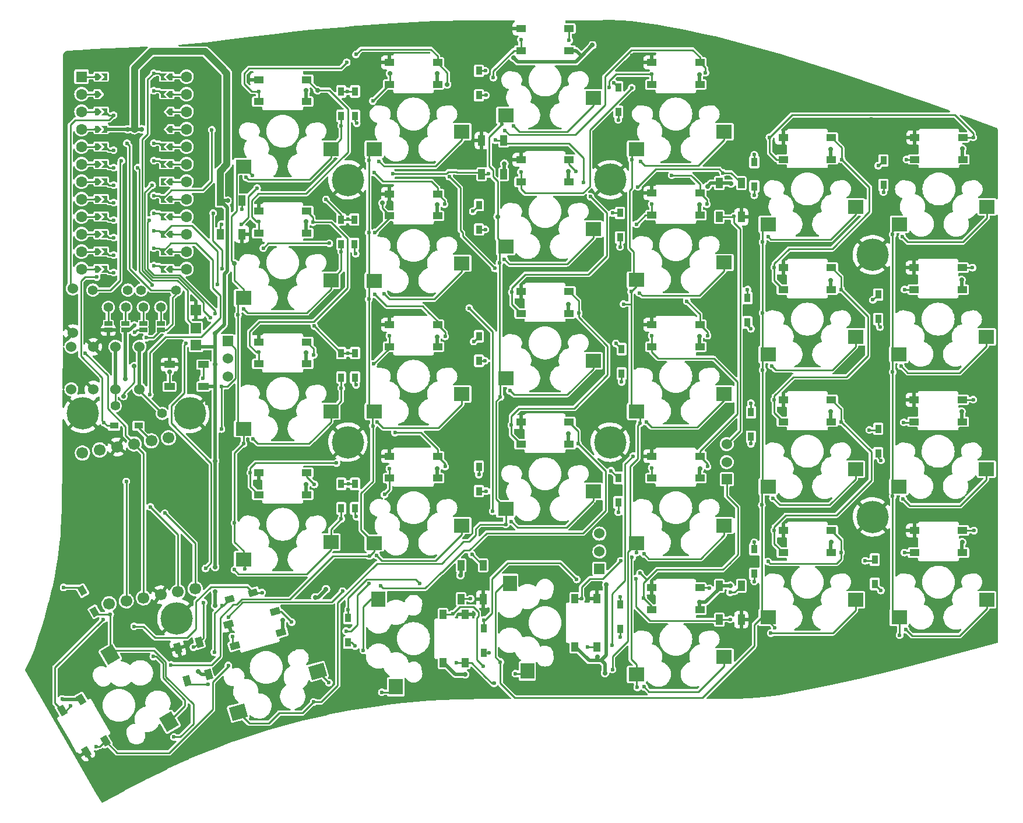
<source format=gbl>
G04 #@! TF.GenerationSoftware,KiCad,Pcbnew,(6.0.10)*
G04 #@! TF.CreationDate,2023-01-19T22:05:10+01:00*
G04 #@! TF.ProjectId,SofleKeyboard,536f666c-654b-4657-9962-6f6172642e6b,rev?*
G04 #@! TF.SameCoordinates,Original*
G04 #@! TF.FileFunction,Copper,L2,Bot*
G04 #@! TF.FilePolarity,Positive*
%FSLAX46Y46*%
G04 Gerber Fmt 4.6, Leading zero omitted, Abs format (unit mm)*
G04 Created by KiCad (PCBNEW (6.0.10)) date 2023-01-19 22:05:10*
%MOMM*%
%LPD*%
G01*
G04 APERTURE LIST*
G04 Aperture macros list*
%AMRotRect*
0 Rectangle, with rotation*
0 The origin of the aperture is its center*
0 $1 length*
0 $2 width*
0 $3 Rotation angle, in degrees counterclockwise*
0 Add horizontal line*
21,1,$1,$2,0,0,$3*%
%AMFreePoly0*
4,1,10,1.000000,0.000000,0.500000,-0.500000,0.000000,-0.500000,0.000000,-0.150000,-0.150000,-0.150000,-0.150000,0.150000,0.000000,0.150000,0.000000,0.500000,0.500000,0.500000,1.000000,0.000000,1.000000,0.000000,$1*%
%AMFreePoly1*
4,1,6,0.250000,-0.500000,-0.650000,-0.500000,-0.150000,0.000000,-0.650000,0.500000,0.250000,0.500000,0.250000,-0.500000,0.250000,-0.500000,$1*%
G04 Aperture macros list end*
G04 #@! TA.AperFunction,ComponentPad*
%ADD10C,1.397000*%
G04 #@! TD*
G04 #@! TA.AperFunction,ComponentPad*
%ADD11C,1.524000*%
G04 #@! TD*
G04 #@! TA.AperFunction,ComponentPad*
%ADD12C,4.700000*%
G04 #@! TD*
G04 #@! TA.AperFunction,SMDPad,CuDef*
%ADD13R,0.950000X1.300000*%
G04 #@! TD*
G04 #@! TA.AperFunction,SMDPad,CuDef*
%ADD14R,1.300000X0.950000*%
G04 #@! TD*
G04 #@! TA.AperFunction,SMDPad,CuDef*
%ADD15RotRect,1.300000X0.950000X300.000000*%
G04 #@! TD*
G04 #@! TA.AperFunction,SMDPad,CuDef*
%ADD16RotRect,1.300000X0.950000X196.000000*%
G04 #@! TD*
G04 #@! TA.AperFunction,SMDPad,CuDef*
%ADD17R,1.400000X1.000000*%
G04 #@! TD*
G04 #@! TA.AperFunction,SMDPad,CuDef*
%ADD18R,2.300000X2.000000*%
G04 #@! TD*
G04 #@! TA.AperFunction,SMDPad,CuDef*
%ADD19RotRect,1.400000X1.000000X300.000000*%
G04 #@! TD*
G04 #@! TA.AperFunction,SMDPad,CuDef*
%ADD20RotRect,2.300000X2.000000X120.000000*%
G04 #@! TD*
G04 #@! TA.AperFunction,SMDPad,CuDef*
%ADD21R,1.000000X1.400000*%
G04 #@! TD*
G04 #@! TA.AperFunction,SMDPad,CuDef*
%ADD22R,2.000000X2.300000*%
G04 #@! TD*
G04 #@! TA.AperFunction,ComponentPad*
%ADD23R,1.524000X1.524000*%
G04 #@! TD*
G04 #@! TA.AperFunction,ComponentPad*
%ADD24C,1.700000*%
G04 #@! TD*
G04 #@! TA.AperFunction,SMDPad,CuDef*
%ADD25R,1.000000X1.500000*%
G04 #@! TD*
G04 #@! TA.AperFunction,SMDPad,CuDef*
%ADD26RotRect,1.500000X1.000000X106.000000*%
G04 #@! TD*
G04 #@! TA.AperFunction,SMDPad,CuDef*
%ADD27R,1.500000X1.000000*%
G04 #@! TD*
G04 #@! TA.AperFunction,SMDPad,CuDef*
%ADD28RotRect,1.400000X1.000000X196.000000*%
G04 #@! TD*
G04 #@! TA.AperFunction,SMDPad,CuDef*
%ADD29RotRect,2.300000X2.000000X16.000000*%
G04 #@! TD*
G04 #@! TA.AperFunction,ComponentPad*
%ADD30R,1.600000X1.600000*%
G04 #@! TD*
G04 #@! TA.AperFunction,ComponentPad*
%ADD31C,1.600000*%
G04 #@! TD*
G04 #@! TA.AperFunction,SMDPad,CuDef*
%ADD32R,1.143000X0.635000*%
G04 #@! TD*
G04 #@! TA.AperFunction,SMDPad,CuDef*
%ADD33FreePoly0,0.000000*%
G04 #@! TD*
G04 #@! TA.AperFunction,SMDPad,CuDef*
%ADD34FreePoly1,0.000000*%
G04 #@! TD*
G04 #@! TA.AperFunction,SMDPad,CuDef*
%ADD35FreePoly0,180.000000*%
G04 #@! TD*
G04 #@! TA.AperFunction,SMDPad,CuDef*
%ADD36FreePoly1,180.000000*%
G04 #@! TD*
G04 #@! TA.AperFunction,ViaPad*
%ADD37C,0.600000*%
G04 #@! TD*
G04 #@! TA.AperFunction,ViaPad*
%ADD38C,0.700000*%
G04 #@! TD*
G04 #@! TA.AperFunction,Conductor*
%ADD39C,0.250000*%
G04 #@! TD*
G04 #@! TA.AperFunction,Conductor*
%ADD40C,0.500000*%
G04 #@! TD*
G04 #@! TA.AperFunction,Conductor*
%ADD41C,1.000000*%
G04 #@! TD*
G04 APERTURE END LIST*
D10*
X99935000Y-73075000D03*
X105015000Y-73075000D03*
X98015000Y-73075000D03*
X92935000Y-73075000D03*
D11*
X89800000Y-81300000D03*
X89800000Y-87500000D03*
X93000000Y-81300000D03*
X93000000Y-87500000D03*
X96200000Y-81300000D03*
X96200000Y-87500000D03*
X99700000Y-81300000D03*
X99700000Y-87500000D03*
D10*
X103000000Y-91000000D03*
X96175000Y-89875000D03*
D12*
X129975000Y-57075000D03*
X206150000Y-67950000D03*
X129960000Y-95170000D03*
X206170000Y-106030000D03*
X105120000Y-120760000D03*
D11*
X90000000Y-79325000D03*
X90000000Y-72825000D03*
D13*
X129000000Y-44225000D03*
X129000000Y-47775000D03*
X131000000Y-44225000D03*
X131000000Y-47775000D03*
X149000000Y-41225000D03*
X149000000Y-44775000D03*
X169250000Y-43650000D03*
X169250000Y-47200000D03*
X189000000Y-54475000D03*
X189000000Y-58025000D03*
X207750000Y-54250000D03*
X207750000Y-57800000D03*
X129000000Y-62825000D03*
X129000000Y-66375000D03*
X130900000Y-62825000D03*
X130900000Y-66375000D03*
X149000000Y-60725000D03*
X149000000Y-64275000D03*
X169500000Y-61875000D03*
X169500000Y-65425000D03*
X188000000Y-74225000D03*
X188000000Y-77775000D03*
X207000000Y-73725000D03*
X207000000Y-77275000D03*
X129000000Y-82225000D03*
X129000000Y-85775000D03*
X131000000Y-82225000D03*
X131000000Y-85775000D03*
X149000000Y-79790000D03*
X149000000Y-83340000D03*
X169725000Y-81650000D03*
X169725000Y-85200000D03*
X188500000Y-90825000D03*
X188500000Y-94375000D03*
X207000000Y-93225000D03*
X207000000Y-96775000D03*
X129000000Y-101225000D03*
X129000000Y-104775000D03*
X131000000Y-101225000D03*
X131000000Y-104775000D03*
X149000000Y-98725000D03*
X149000000Y-102275000D03*
X169250000Y-100375000D03*
X169250000Y-103925000D03*
X189000000Y-110725000D03*
X189000000Y-114275000D03*
X206500000Y-112225000D03*
X206500000Y-115775000D03*
D14*
X96000000Y-92775000D03*
X99550000Y-92775000D03*
D15*
X91387500Y-116737805D03*
X93162500Y-119812195D03*
D16*
X116206240Y-117010744D03*
X112793760Y-117989256D03*
D13*
X130000000Y-120725000D03*
X130000000Y-124275000D03*
X149700000Y-122225000D03*
X149700000Y-125775000D03*
D17*
X124000000Y-45700000D03*
X124000000Y-42500000D03*
X117000000Y-42500000D03*
X117000000Y-45700000D03*
D18*
X127500000Y-52580000D03*
X114800000Y-55120000D03*
D17*
X143000000Y-43200000D03*
X143000000Y-40000000D03*
X136000000Y-40000000D03*
X136000000Y-43200000D03*
D18*
X146500000Y-50080000D03*
X133800000Y-52620000D03*
D17*
X162100000Y-38270000D03*
X162100000Y-35070000D03*
X155100000Y-35070000D03*
X155100000Y-38270000D03*
D18*
X165600000Y-45150000D03*
X152900000Y-47690000D03*
D17*
X181100000Y-43200000D03*
X181100000Y-40000000D03*
X174100000Y-40000000D03*
X174100000Y-43200000D03*
D18*
X184600000Y-50080000D03*
X171900000Y-52620000D03*
D17*
X200200000Y-54100000D03*
X200200000Y-50900000D03*
X193200000Y-50900000D03*
X193200000Y-54100000D03*
D18*
X203700000Y-60980000D03*
X191000000Y-63520000D03*
D17*
X124000000Y-64800000D03*
X124000000Y-61600000D03*
X117000000Y-61600000D03*
X117000000Y-64800000D03*
D18*
X127500000Y-71680000D03*
X114800000Y-74220000D03*
D17*
X143000000Y-62300000D03*
X143000000Y-59100000D03*
X136000000Y-59100000D03*
X136000000Y-62300000D03*
D18*
X146500000Y-69180000D03*
X133800000Y-71720000D03*
D17*
X162100000Y-57360000D03*
X162100000Y-54160000D03*
X155100000Y-54160000D03*
X155100000Y-57360000D03*
D18*
X165600000Y-64240000D03*
X152900000Y-66780000D03*
D17*
X181100000Y-62200000D03*
X181100000Y-59000000D03*
X174100000Y-59000000D03*
X174100000Y-62200000D03*
D18*
X184600000Y-69080000D03*
X171900000Y-71620000D03*
D17*
X200200000Y-73000000D03*
X200200000Y-69800000D03*
X193200000Y-69800000D03*
X193200000Y-73000000D03*
D18*
X203700000Y-79880000D03*
X191000000Y-82420000D03*
D17*
X219200000Y-73000000D03*
X219200000Y-69800000D03*
X212200000Y-69800000D03*
X212200000Y-73000000D03*
D18*
X222700000Y-79880000D03*
X210000000Y-82420000D03*
D17*
X124000000Y-83800000D03*
X124000000Y-80600000D03*
X117000000Y-80600000D03*
X117000000Y-83800000D03*
D18*
X127500000Y-90680000D03*
X114800000Y-93220000D03*
D17*
X143000000Y-81300000D03*
X143000000Y-78100000D03*
X136000000Y-78100000D03*
X136000000Y-81300000D03*
D18*
X146500000Y-88180000D03*
X133800000Y-90720000D03*
D17*
X162100000Y-76460000D03*
X162100000Y-73260000D03*
X155100000Y-73260000D03*
X155100000Y-76460000D03*
D18*
X165600000Y-83340000D03*
X152900000Y-85880000D03*
D17*
X181100000Y-81300000D03*
X181100000Y-78100000D03*
X174100000Y-78100000D03*
X174100000Y-81300000D03*
D18*
X184600000Y-88180000D03*
X171900000Y-90720000D03*
D17*
X200200000Y-92200000D03*
X200200000Y-89000000D03*
X193200000Y-89000000D03*
X193200000Y-92200000D03*
D18*
X203700000Y-99080000D03*
X191000000Y-101620000D03*
D17*
X219200000Y-92200000D03*
X219200000Y-89000000D03*
X212200000Y-89000000D03*
X212200000Y-92200000D03*
D18*
X222700000Y-99080000D03*
X210000000Y-101620000D03*
D17*
X124000000Y-102800000D03*
X124000000Y-99600000D03*
X117000000Y-99600000D03*
X117000000Y-102800000D03*
D18*
X127500000Y-109680000D03*
X114800000Y-112220000D03*
D17*
X143000000Y-100400000D03*
X143000000Y-97200000D03*
X136000000Y-97200000D03*
X136000000Y-100400000D03*
D18*
X146500000Y-107280000D03*
X133800000Y-109820000D03*
D17*
X162100000Y-95460000D03*
X162100000Y-92260000D03*
X155100000Y-92260000D03*
X155100000Y-95460000D03*
D18*
X165600000Y-102340000D03*
X152900000Y-104880000D03*
D17*
X181100000Y-100400000D03*
X181100000Y-97200000D03*
X174100000Y-97200000D03*
X174100000Y-100400000D03*
D18*
X184600000Y-107280000D03*
X171900000Y-109820000D03*
D17*
X200200000Y-111200000D03*
X200200000Y-108000000D03*
X193200000Y-108000000D03*
X193200000Y-111200000D03*
D18*
X203700000Y-118080000D03*
X191000000Y-120620000D03*
D17*
X219250000Y-111200000D03*
X219250000Y-108000000D03*
X212250000Y-108000000D03*
X212250000Y-111200000D03*
D18*
X222750000Y-118080000D03*
X210050000Y-120620000D03*
D19*
X91236091Y-132518911D03*
X88464809Y-134118911D03*
X91964809Y-140181089D03*
X94736091Y-138581089D03*
D20*
X95444346Y-126047822D03*
X103994050Y-135776345D03*
D21*
X143800000Y-127200000D03*
X147000000Y-127200000D03*
X147000000Y-120200000D03*
X143800000Y-120200000D03*
D22*
X136920000Y-130700000D03*
X134380000Y-118000000D03*
D21*
X162900000Y-124900000D03*
X166100000Y-124900000D03*
X166100000Y-117900000D03*
X162900000Y-117900000D03*
D22*
X156020000Y-128400000D03*
X153480000Y-115700000D03*
D12*
X91500000Y-91000000D03*
D23*
X107900000Y-81100000D03*
X107900000Y-78600000D03*
X107900000Y-76000000D03*
D10*
X95165000Y-75575000D03*
X97705000Y-75575000D03*
X100245000Y-75575000D03*
X102785000Y-75575000D03*
D13*
X169500000Y-118725000D03*
X169500000Y-122275000D03*
D12*
X107000000Y-91000000D03*
D24*
X98915576Y-95421582D03*
X100277836Y-117774620D03*
X96414164Y-95862648D03*
X102779248Y-117333554D03*
X93912753Y-96303714D03*
X105280660Y-116892488D03*
X107782071Y-116451421D03*
X91411341Y-96744781D03*
X95275013Y-118656753D03*
X103918399Y-94539449D03*
X101416988Y-94980515D03*
X97776424Y-118215687D03*
D25*
X111400000Y-60050000D03*
X114600000Y-60050000D03*
X114600000Y-64950000D03*
X111400000Y-64950000D03*
X152600000Y-56240000D03*
X149400000Y-56240000D03*
X149400000Y-51340000D03*
X152600000Y-51340000D03*
X183900000Y-57550000D03*
X187100000Y-57550000D03*
X187100000Y-62450000D03*
X183900000Y-62450000D03*
D26*
X109713330Y-128914071D03*
X106637293Y-129796111D03*
X105286670Y-125085929D03*
X108362707Y-124203889D03*
D25*
X146400000Y-113050000D03*
X149600000Y-113050000D03*
X149600000Y-117950000D03*
X146400000Y-117950000D03*
X183900000Y-116050000D03*
X187100000Y-116050000D03*
X187100000Y-120950000D03*
X183900000Y-120950000D03*
D27*
X108950000Y-83900000D03*
X108950000Y-87100000D03*
X104050000Y-87100000D03*
X104050000Y-83900000D03*
D23*
X185000000Y-100550000D03*
D11*
X185000000Y-98050000D03*
X185000000Y-95450000D03*
D23*
X166500000Y-113550000D03*
D11*
X166500000Y-111050000D03*
X166500000Y-108450000D03*
D23*
X112500000Y-80500000D03*
D11*
X112500000Y-83000000D03*
X112500000Y-85600000D03*
D17*
X181100000Y-119500000D03*
X181100000Y-116300000D03*
X174100000Y-116300000D03*
X174100000Y-119500000D03*
D18*
X184600000Y-126380000D03*
X171900000Y-128920000D03*
D28*
X120279175Y-122801844D03*
X119397136Y-119725807D03*
X112668304Y-121655268D03*
X113550343Y-124731305D03*
D29*
X125539976Y-128450594D03*
X114032072Y-134392793D03*
D17*
X219300000Y-54100000D03*
X219300000Y-50900000D03*
X212300000Y-50900000D03*
X212300000Y-54100000D03*
D18*
X222800000Y-60980000D03*
X210100000Y-63520000D03*
D30*
X91285000Y-42075000D03*
D31*
X91285000Y-44615000D03*
X91285000Y-47155000D03*
X91285000Y-49695000D03*
X91285000Y-52235000D03*
X91285000Y-54775000D03*
X91285000Y-57315000D03*
X91285000Y-59855000D03*
X91285000Y-62395000D03*
X91285000Y-64935000D03*
X91285000Y-67475000D03*
X91285000Y-70015000D03*
X106525000Y-70015000D03*
X106525000Y-67475000D03*
X106525000Y-64935000D03*
X106525000Y-62395000D03*
X106525000Y-59855000D03*
X106525000Y-57315000D03*
X106525000Y-54775000D03*
X106525000Y-52235000D03*
X106525000Y-49695000D03*
X106525000Y-47155000D03*
X106525000Y-44615000D03*
X106525000Y-42075000D03*
D12*
X168060000Y-57060000D03*
X168060000Y-95180000D03*
D32*
X100246000Y-77903000D03*
X100246000Y-78903760D03*
X97665000Y-77903000D03*
X97665000Y-78903760D03*
X95166000Y-77903000D03*
X95166000Y-78903760D03*
X102786000Y-77903000D03*
X102786000Y-78903760D03*
D33*
X93275000Y-70015000D03*
D34*
X94725000Y-70015000D03*
D33*
X93275000Y-44615000D03*
D34*
X94725000Y-44615000D03*
D33*
X93275000Y-57315000D03*
D34*
X94725000Y-57315000D03*
D33*
X93275000Y-49695000D03*
D34*
X94725000Y-49695000D03*
D33*
X93275000Y-54775000D03*
D34*
X94725000Y-54775000D03*
D35*
X104525000Y-59855000D03*
D36*
X103075000Y-59855000D03*
D35*
X104525000Y-52235000D03*
D36*
X103075000Y-52235000D03*
D35*
X104525000Y-44615000D03*
D36*
X103075000Y-44615000D03*
D35*
X104525000Y-49695000D03*
D36*
X103075000Y-49695000D03*
D33*
X93275000Y-42075000D03*
D34*
X94725000Y-42075000D03*
D33*
X93275000Y-62395000D03*
D34*
X94725000Y-62395000D03*
D35*
X104525000Y-70015000D03*
D36*
X103075000Y-70015000D03*
D35*
X104525000Y-54775000D03*
D36*
X103075000Y-54775000D03*
D33*
X93275000Y-64949000D03*
D34*
X94725000Y-64949000D03*
D35*
X104525000Y-47155000D03*
D36*
X103075000Y-47155000D03*
D33*
X93275000Y-67475000D03*
D34*
X94725000Y-67475000D03*
D33*
X93275000Y-52235000D03*
D34*
X94725000Y-52235000D03*
D35*
X104525000Y-42075000D03*
D36*
X103075000Y-42075000D03*
D33*
X93275000Y-59855000D03*
D34*
X94725000Y-59855000D03*
D35*
X104525000Y-64935000D03*
D36*
X103075000Y-64935000D03*
D35*
X104525000Y-67475000D03*
D36*
X103075000Y-67475000D03*
D35*
X104525000Y-62395000D03*
D36*
X103075000Y-62395000D03*
D35*
X104525000Y-57315000D03*
D36*
X103075000Y-57315000D03*
D33*
X93275000Y-47155000D03*
D34*
X94725000Y-47155000D03*
D37*
X115200000Y-56700000D03*
X129000000Y-49200000D03*
X93475000Y-71175000D03*
X149700000Y-121000000D03*
X169500000Y-117600000D03*
X98919805Y-121933195D03*
X101781000Y-69521000D03*
X117510744Y-117010744D03*
X94528292Y-92321708D03*
X130000000Y-119500000D03*
X88675000Y-116275000D03*
X140400000Y-115700000D03*
X163200000Y-115100000D03*
X131260000Y-48840000D03*
X134500000Y-54400000D03*
X150025000Y-44775000D03*
X154000000Y-49200000D03*
X149925000Y-41225000D03*
X207000000Y-55000000D03*
X101781000Y-59361000D03*
X189000000Y-53400000D03*
X129925000Y-44225000D03*
X168550000Y-42950000D03*
X110200000Y-49800000D03*
X169250000Y-48350000D03*
X172500000Y-54400000D03*
X206225000Y-74500000D03*
X148112500Y-61612500D03*
X130000000Y-62800000D03*
X126800000Y-59900000D03*
X188000000Y-73000000D03*
X168425000Y-61875000D03*
X101781000Y-61901000D03*
X191000000Y-65300000D03*
X189000000Y-59300000D03*
X129975000Y-82225000D03*
X148245000Y-80545000D03*
X101781000Y-64441000D03*
X168887500Y-80812500D03*
X205700000Y-93400000D03*
X111000000Y-72300000D03*
X125100000Y-78300000D03*
X188500000Y-89500000D03*
X210500000Y-65300000D03*
X207750000Y-58850000D03*
X149000000Y-99900000D03*
X189000000Y-109700000D03*
X205100000Y-112400000D03*
X130075000Y-101225000D03*
X101781000Y-66981000D03*
X101200000Y-88250000D03*
X168187500Y-99312500D03*
X114800000Y-75793912D03*
X129000000Y-67500000D03*
X131100000Y-67800000D03*
X135200000Y-73600000D03*
X149925000Y-64275000D03*
X152700000Y-68600000D03*
X169500000Y-66800000D03*
X172300000Y-73500000D03*
X191500000Y-84075500D03*
X188510000Y-78690000D03*
X207260000Y-78440000D03*
X210300000Y-84100000D03*
X134200000Y-92200000D03*
X131160000Y-86840000D03*
X153500000Y-87700000D03*
X149860000Y-83340000D03*
X169725000Y-86425000D03*
X173300000Y-92200000D03*
X191700000Y-103300000D03*
X188500000Y-95400000D03*
X207410000Y-97790000D03*
X210600000Y-103400000D03*
X129000000Y-106300000D03*
X113500000Y-113700000D03*
X134100000Y-111600000D03*
X131210000Y-105990000D03*
X150075000Y-102275000D03*
X153700000Y-106700000D03*
X169250000Y-105350000D03*
X173000000Y-111400000D03*
X191400000Y-122900000D03*
X189000000Y-115400000D03*
X211000000Y-122400000D03*
X207385000Y-116715000D03*
X95441249Y-120185033D03*
X104700000Y-138000000D03*
X110579977Y-125679977D03*
X111675000Y-118942008D03*
X127200000Y-130100000D03*
D38*
X219100000Y-90700000D03*
X142900000Y-41600000D03*
X162000000Y-55800000D03*
X110700000Y-118914549D03*
X100003000Y-49709000D03*
X162000000Y-93900000D03*
X219200000Y-109700000D03*
X110700000Y-113300000D03*
X165500000Y-37500000D03*
X98987000Y-49709000D03*
X123900000Y-63100000D03*
X126800000Y-116500000D03*
X185500000Y-116000000D03*
X162000000Y-75100000D03*
X181000000Y-41800000D03*
X154000000Y-39300000D03*
X219200000Y-52500000D03*
X200200000Y-109700000D03*
X108260258Y-128460258D03*
X123900000Y-82200000D03*
X200100000Y-71700000D03*
X185600000Y-57600000D03*
X142900000Y-99000000D03*
X112500000Y-60100000D03*
X123900000Y-101300000D03*
X181100000Y-99000000D03*
X110700000Y-83900000D03*
X182200000Y-58000000D03*
X110698056Y-116898056D03*
X120500000Y-121000000D03*
X110700000Y-79400000D03*
X152700000Y-54700000D03*
X167500000Y-115900000D03*
D37*
X98975000Y-78175000D03*
D38*
X167300000Y-128700000D03*
X125200000Y-117700000D03*
D37*
X88464809Y-132464809D03*
D38*
X181000000Y-118400000D03*
X181000000Y-79800000D03*
X123900000Y-44100000D03*
X200100000Y-52600000D03*
X97971000Y-49709000D03*
X219100000Y-71600000D03*
X110700000Y-97900000D03*
X142900000Y-60700000D03*
X142900000Y-79900000D03*
X166200000Y-126400000D03*
X97675000Y-85975000D03*
X181000000Y-60700000D03*
X146300000Y-114500000D03*
X200100000Y-90700000D03*
X111500000Y-40700000D03*
X147000000Y-128900000D03*
D37*
X178000000Y-89000000D03*
X148700000Y-129200000D03*
X223000000Y-123000000D03*
X134000000Y-81000000D03*
X186000000Y-78000000D03*
X149700000Y-107800000D03*
X90400000Y-107600000D03*
X178000000Y-92000000D03*
X183000000Y-54800000D03*
X114000000Y-42500000D03*
X131800000Y-89900000D03*
X109300000Y-137500000D03*
X181500000Y-56750000D03*
X170000000Y-77000000D03*
X146000000Y-101000000D03*
X206000000Y-50750000D03*
X186000000Y-60000000D03*
X134100000Y-62300000D03*
X150000000Y-93000000D03*
X172000000Y-82000000D03*
X169800000Y-71600000D03*
X163500000Y-106700000D03*
X107175000Y-87475000D03*
X133075000Y-103575000D03*
X208000000Y-126000000D03*
X122500000Y-39500000D03*
X186000000Y-55000000D03*
X202000000Y-85000000D03*
X100575000Y-139475000D03*
X109075000Y-106175000D03*
X204000000Y-88000000D03*
X165200000Y-74500000D03*
X216000000Y-125000000D03*
X205000000Y-97000000D03*
X99175000Y-103875000D03*
X108875000Y-70875000D03*
X105475000Y-74675000D03*
X101275000Y-40275000D03*
X112000000Y-113500000D03*
X185000000Y-59000000D03*
X98975000Y-58575000D03*
X153600000Y-58300000D03*
X134000000Y-41500000D03*
X102975000Y-58675000D03*
X148000000Y-78000000D03*
X99175000Y-106975000D03*
X150000000Y-71000000D03*
X105475000Y-53475000D03*
X188600000Y-104800000D03*
X170000000Y-80000000D03*
X168300000Y-63300000D03*
X165500000Y-91500000D03*
X167300000Y-70400000D03*
X163000000Y-72000000D03*
X220000000Y-124000000D03*
X128200000Y-76600000D03*
X184250000Y-44500000D03*
X86700000Y-126200000D03*
X142500000Y-65000000D03*
X92575000Y-63775000D03*
X208000000Y-91000000D03*
X163000000Y-128000000D03*
X130000000Y-41500000D03*
X213300000Y-105500000D03*
X146000000Y-65000000D03*
X149000000Y-115500000D03*
X98975000Y-63675000D03*
X191000000Y-71000000D03*
X117000000Y-101200000D03*
X187800000Y-84000000D03*
X98975000Y-66175000D03*
X150000000Y-90000000D03*
X139500000Y-73500000D03*
X114000000Y-45000000D03*
X189000000Y-64000000D03*
X116000000Y-63500000D03*
X92775000Y-40575000D03*
X165700000Y-77400000D03*
X160575000Y-124775000D03*
X146000000Y-97000000D03*
X109575500Y-56900000D03*
X99075000Y-50875000D03*
X112000000Y-105500000D03*
X106775000Y-105975000D03*
X200000000Y-128000000D03*
X112075000Y-96175000D03*
X200000000Y-76000000D03*
X129975000Y-115675000D03*
X218900000Y-113800000D03*
X91275000Y-84475000D03*
X113000000Y-75500000D03*
X213000000Y-114000000D03*
X103300000Y-89100000D03*
X210000000Y-91000000D03*
X126500000Y-86000000D03*
X189000000Y-130000000D03*
X131500000Y-73500000D03*
X206000000Y-85000000D03*
X144075000Y-130775000D03*
X186000000Y-82000000D03*
X132600000Y-100600000D03*
X130100000Y-74800000D03*
X150900000Y-109500000D03*
X126500000Y-82500000D03*
X191000000Y-69000000D03*
X189000000Y-69000000D03*
X223300000Y-115900000D03*
X189000000Y-88000000D03*
X131175000Y-112975000D03*
X102875000Y-104075000D03*
X131375000Y-110475000D03*
X189000000Y-66000000D03*
X108175000Y-67975000D03*
X150000000Y-104000000D03*
X125800000Y-62100000D03*
X90675000Y-127875000D03*
X185000000Y-71000000D03*
X130100000Y-127400000D03*
X150000000Y-87000000D03*
X92475000Y-50975000D03*
X139500000Y-71500000D03*
X120700000Y-116386244D03*
X102200000Y-98900000D03*
X112500000Y-57000000D03*
X111000000Y-45000000D03*
X212000000Y-125000000D03*
X100575000Y-84775000D03*
X173000000Y-77000000D03*
X99175000Y-53575000D03*
X92475000Y-58575000D03*
X116000000Y-86500000D03*
X96675000Y-112375000D03*
X174400000Y-64700000D03*
X96475000Y-115375000D03*
X146800000Y-46000000D03*
X185250000Y-56750000D03*
X150000000Y-120000000D03*
X152100000Y-94600000D03*
X114875000Y-57675000D03*
X98575000Y-82775000D03*
X103075000Y-74075000D03*
X190250000Y-41500000D03*
X185700000Y-52100000D03*
X150000000Y-100000000D03*
X117500000Y-39500000D03*
X126075000Y-64575000D03*
X150800000Y-61700000D03*
X106575000Y-100875000D03*
X112275000Y-100475000D03*
X203000000Y-92000000D03*
X105475000Y-50975000D03*
X175000000Y-84000000D03*
X163100000Y-97800000D03*
X143800000Y-116900000D03*
X153000000Y-96000000D03*
X172339000Y-43180000D03*
X196000000Y-129000000D03*
X168000000Y-61000000D03*
X210100000Y-109100000D03*
X151000000Y-77000000D03*
X114675000Y-101075000D03*
X94700000Y-103700000D03*
X92575000Y-68775000D03*
X107061000Y-125984000D03*
X132200000Y-62300000D03*
X99075000Y-100975000D03*
X124875000Y-119775000D03*
X92475000Y-56075000D03*
X126975000Y-105175000D03*
X168000000Y-104000000D03*
X108375000Y-108175000D03*
X105475000Y-43275000D03*
X124775000Y-116275000D03*
X146000000Y-81000000D03*
X115000000Y-80000000D03*
X98875000Y-109975000D03*
X150000000Y-73000000D03*
X97775000Y-42775000D03*
X103759000Y-124333000D03*
X132500000Y-39000000D03*
X166000000Y-88500000D03*
X223300000Y-105200000D03*
X117375000Y-105375000D03*
X126000000Y-42000000D03*
X204000000Y-127000000D03*
X94175000Y-94275000D03*
X148000000Y-93000000D03*
X204250000Y-57750000D03*
X104875000Y-80975000D03*
X92175000Y-126375000D03*
X208000000Y-88000000D03*
X91275000Y-118775000D03*
X165000000Y-69000000D03*
X147000000Y-105000000D03*
X95675000Y-98675000D03*
X108875000Y-94675000D03*
X97675000Y-48575000D03*
X131075000Y-103575000D03*
X189000000Y-107000000D03*
X92975000Y-97875000D03*
X167500000Y-76500000D03*
X102575000Y-109975000D03*
X194000000Y-76000000D03*
X89675000Y-94475000D03*
X107175000Y-83675000D03*
X132000000Y-84500000D03*
X126775000Y-57475000D03*
X183000000Y-79000000D03*
X113600000Y-126300000D03*
X192000000Y-130000000D03*
X100075000Y-48575000D03*
X192500000Y-40250000D03*
X97775000Y-45775000D03*
X134500000Y-39000000D03*
X155000000Y-60000000D03*
X147000000Y-71500000D03*
X111000000Y-43000000D03*
X147000000Y-61000000D03*
X134500000Y-84000000D03*
X146000000Y-43000000D03*
X181000000Y-84000000D03*
X191000000Y-88000000D03*
X155000000Y-98000000D03*
X145500000Y-61500000D03*
X147500000Y-39500000D03*
X96975000Y-138475000D03*
X182000000Y-45750000D03*
X105475000Y-40875000D03*
X131500000Y-80500000D03*
X168400000Y-106500000D03*
X144500000Y-74000000D03*
X182000000Y-74000000D03*
X162000000Y-79000000D03*
X153000000Y-98000000D03*
X171250000Y-39000000D03*
X189000000Y-73000000D03*
X207000000Y-82000000D03*
X109875000Y-73775000D03*
X113500000Y-39500000D03*
X185400000Y-90800000D03*
X208475500Y-111400000D03*
X191000000Y-73000000D03*
X181000000Y-64600000D03*
X162000000Y-60000000D03*
X200000000Y-95000000D03*
X172275000Y-98975000D03*
X221200000Y-104000000D03*
X100175000Y-42775000D03*
X141200000Y-120400000D03*
X204000000Y-78000000D03*
X128500000Y-80500000D03*
X188000000Y-92500000D03*
X184600000Y-67100000D03*
X147000000Y-103000000D03*
X166000000Y-104200000D03*
X101775000Y-107075000D03*
X170000000Y-90000000D03*
X127675000Y-68075000D03*
X105475000Y-55975000D03*
X191500000Y-105000000D03*
X166700000Y-66900000D03*
X127000000Y-39500000D03*
X175000000Y-122000000D03*
X210000000Y-88000000D03*
X150000000Y-106000000D03*
X115600000Y-42500000D03*
X146000000Y-78000000D03*
X91275000Y-99775000D03*
X126900000Y-101500000D03*
X181000000Y-122000000D03*
X106475000Y-110075000D03*
X183000000Y-93500000D03*
X136500000Y-65000000D03*
X114100000Y-68000000D03*
X172400000Y-60400000D03*
X184000000Y-83000000D03*
X162100000Y-116000000D03*
X98975000Y-68775000D03*
X186100000Y-114100000D03*
X129200000Y-132700000D03*
X105275000Y-78875000D03*
X206000000Y-48250000D03*
X210000000Y-94000000D03*
X154800000Y-74900000D03*
X111000000Y-47500000D03*
X92675000Y-43375000D03*
X169000000Y-110900000D03*
X149000000Y-58000000D03*
X92575000Y-66175000D03*
X166200000Y-100100000D03*
X189000000Y-71000000D03*
X92475000Y-61175000D03*
X183300000Y-95200000D03*
X164000000Y-111000000D03*
X164700000Y-117275500D03*
X149000000Y-97000000D03*
X134500000Y-100400000D03*
X105475000Y-45775000D03*
X105575000Y-48475000D03*
X98975000Y-39275000D03*
X206000000Y-53500000D03*
X99175000Y-113175000D03*
X127200000Y-122700000D03*
X147000000Y-59000000D03*
X90475000Y-122675000D03*
X100175000Y-45775000D03*
X112000000Y-108000000D03*
X194000000Y-95000000D03*
X187600000Y-109000000D03*
X148300000Y-120200000D03*
X101775000Y-142275000D03*
X188000000Y-60000000D03*
X114000000Y-46500000D03*
X109500000Y-89500000D03*
X132200000Y-66200000D03*
X110900000Y-54500000D03*
X97375000Y-142275000D03*
X109700000Y-122500000D03*
X147500000Y-36500000D03*
X169500000Y-130800000D03*
X205750000Y-56750000D03*
X185600000Y-110100000D03*
X89200000Y-119900000D03*
X98975000Y-61175000D03*
X136100000Y-60700000D03*
X146000000Y-99000000D03*
X98975000Y-56575000D03*
X169037000Y-38608000D03*
X150000000Y-85000000D03*
X115000000Y-81500000D03*
X153000000Y-77000000D03*
X209100000Y-103000000D03*
X210100000Y-123200000D03*
X95939000Y-57837000D03*
X151000000Y-105200000D03*
X147600000Y-75700000D03*
X209100000Y-65000000D03*
X110000000Y-77100000D03*
X209100000Y-85000000D03*
X101537000Y-57837000D03*
X171249500Y-111900000D03*
X172000000Y-130800000D03*
X190200000Y-66100000D03*
X192000000Y-122100000D03*
X190200000Y-84700000D03*
X144700000Y-56600000D03*
X152100000Y-127100000D03*
X95939000Y-60377000D03*
X190100000Y-104300000D03*
X151300000Y-69900000D03*
X190200000Y-76400000D03*
X132200000Y-125400000D03*
X172400000Y-92400000D03*
X171100000Y-73300000D03*
X110700000Y-76500000D03*
X170000000Y-75100000D03*
X101117000Y-62917000D03*
X171200000Y-54100000D03*
X168400000Y-128200000D03*
X95939000Y-62917000D03*
X171900000Y-111200000D03*
X95939000Y-65457000D03*
X152900000Y-107100000D03*
X152300000Y-49000000D03*
X152100000Y-88600000D03*
X125000000Y-132900000D03*
D38*
X151700000Y-62400000D03*
D37*
X152000000Y-69100000D03*
X117675000Y-66975000D03*
X101700000Y-126300000D03*
X133000000Y-74400000D03*
X95939000Y-67997000D03*
X104272538Y-127536069D03*
X133600000Y-92800000D03*
X133000000Y-54200000D03*
X133000000Y-64700000D03*
X133100000Y-111700000D03*
X127275000Y-66275000D03*
X101781000Y-51741000D03*
X100675000Y-79975000D03*
X97875000Y-51741000D03*
X101781000Y-41581000D03*
X97075000Y-54281000D03*
X98975000Y-79234954D03*
X101781000Y-54281000D03*
X95939000Y-47677000D03*
X134900000Y-131500000D03*
X131010000Y-124790000D03*
X101781000Y-44121000D03*
X150500000Y-125800000D03*
X154300000Y-128800000D03*
X91825000Y-82225000D03*
X95939000Y-52757000D03*
X185999931Y-62394739D03*
X108900000Y-85900000D03*
X111600000Y-87100000D03*
X111600000Y-93250000D03*
D38*
X104100000Y-84949502D03*
D37*
X172900000Y-117800000D03*
X172400000Y-114200000D03*
X169500000Y-123500000D03*
X173000000Y-130700000D03*
X114000000Y-76700000D03*
X95939000Y-70537000D03*
D38*
X113500000Y-69200000D03*
D37*
X115011942Y-113600000D03*
X116100000Y-56400000D03*
X114800000Y-95400000D03*
X113500000Y-106900000D03*
X97775000Y-100875000D03*
D38*
X125550000Y-44050000D03*
D37*
X117000000Y-63100000D03*
X129800000Y-40000000D03*
X131140709Y-38849500D03*
D38*
X144400000Y-43200000D03*
D37*
X117000000Y-44200000D03*
D38*
X136100000Y-41600000D03*
D37*
X144000000Y-60600000D03*
X133600000Y-45600000D03*
X133800000Y-56000000D03*
X162100000Y-36800000D03*
X171200000Y-43700000D03*
X155100000Y-55900000D03*
X152800000Y-49900000D03*
X181900000Y-41500000D03*
X155100000Y-36700000D03*
X151100000Y-42200000D03*
X174100000Y-41700000D03*
X177000000Y-56400000D03*
X182100000Y-60600000D03*
X167900000Y-43600000D03*
X191900000Y-69800000D03*
X201700000Y-54100000D03*
X191200000Y-50900000D03*
X220800000Y-50900000D03*
X211100000Y-54100000D03*
X220700000Y-69800000D03*
X117000000Y-82100000D03*
X124900000Y-63200000D03*
X133900000Y-73700000D03*
X144100000Y-79800000D03*
D38*
X134975000Y-60425000D03*
D37*
X133900000Y-64700000D03*
X163100000Y-55800000D03*
X153779977Y-73379977D03*
X165200000Y-59500000D03*
X174100000Y-60600000D03*
X182200000Y-79700000D03*
X171900000Y-63500000D03*
X179200000Y-74700000D03*
X201600000Y-73000000D03*
X191900000Y-89000000D03*
X210800000Y-73000000D03*
X220800000Y-89000000D03*
X128300000Y-98200000D03*
X125000000Y-82500000D03*
X115800000Y-99600000D03*
X116200000Y-94700000D03*
X129000000Y-87300000D03*
X107536016Y-124947022D03*
X111670504Y-69963315D03*
X109300000Y-113500000D03*
X110400000Y-61900000D03*
X109000000Y-118450000D03*
X106475000Y-80850000D03*
X114600000Y-61300000D03*
X111600000Y-63500000D03*
X150400000Y-56200000D03*
X116775000Y-58275000D03*
X114500000Y-63500000D03*
X136500000Y-56200000D03*
X172100000Y-58100000D03*
X184450000Y-56050000D03*
X164200000Y-57400000D03*
X151400000Y-51300000D03*
X109700000Y-130300000D03*
X129700000Y-122600000D03*
X133000000Y-115700000D03*
X147800000Y-117900000D03*
X185500000Y-120900000D03*
X171800000Y-115000000D03*
X147975000Y-111475000D03*
X185500000Y-117000000D03*
D38*
X98925250Y-84125250D03*
X97375000Y-88475000D03*
D37*
X95939000Y-55297000D03*
X101575000Y-72375000D03*
X101275000Y-104575000D03*
X99453000Y-55297000D03*
X133700000Y-83800000D03*
X136800000Y-93800000D03*
X144100000Y-98700000D03*
X136000000Y-79700000D03*
X163500000Y-76400000D03*
X153700000Y-92700000D03*
X174100000Y-79700000D03*
X182200000Y-98700000D03*
X201600000Y-92200000D03*
X191900000Y-108000000D03*
X210700000Y-92300000D03*
X220900000Y-108000000D03*
X125100000Y-101300000D03*
X89700000Y-133500000D03*
X94400000Y-120900000D03*
X135275000Y-102775000D03*
X136000000Y-99000000D03*
X113200000Y-123400000D03*
X112600000Y-120600000D03*
X163400000Y-95400000D03*
X134700000Y-116000000D03*
X129200000Y-116800000D03*
X151200000Y-130200000D03*
X171400000Y-97200000D03*
X174100000Y-98900000D03*
X168300000Y-124700000D03*
X145700000Y-127200000D03*
X191000000Y-112500000D03*
X163900000Y-117900000D03*
X169600000Y-112400000D03*
X201600000Y-111200000D03*
X210800000Y-111200000D03*
X182500000Y-116400000D03*
X93400000Y-139400000D03*
X112600000Y-127600000D03*
X121800000Y-121300000D03*
X145200000Y-120100000D03*
X164800000Y-124900000D03*
X149600000Y-127700000D03*
X103375000Y-105475000D03*
D39*
X129000000Y-47775000D02*
X129000000Y-49200000D01*
X127500000Y-53900000D02*
X127500000Y-52580000D01*
X115535001Y-57035001D02*
X124364999Y-57035001D01*
X129000000Y-51080000D02*
X127500000Y-52580000D01*
X124364999Y-57035001D02*
X127500000Y-53900000D01*
X115200000Y-56700000D02*
X115535001Y-57035001D01*
X129000000Y-49200000D02*
X129000000Y-51080000D01*
X150900000Y-115000000D02*
X152900000Y-113000000D01*
X132708058Y-115108058D02*
X132741116Y-115075000D01*
X101950305Y-123600000D02*
X100283500Y-121933195D01*
X130000000Y-119500000D02*
X130000000Y-117816116D01*
X132741116Y-115075000D02*
X139775000Y-115075000D01*
X107900000Y-118350000D02*
X107900000Y-122300000D01*
X139775000Y-115075000D02*
X140400000Y-115700000D01*
X116206240Y-117010744D02*
X115370496Y-116175000D01*
X94981584Y-92775000D02*
X94528292Y-92321708D01*
X115370496Y-116175000D02*
X110075000Y-116175000D01*
X101781000Y-69521000D02*
X102581000Y-69521000D01*
X91775000Y-71175000D02*
X93475000Y-71175000D01*
X116206240Y-117010744D02*
X117510744Y-117010744D01*
X110075000Y-116175000D02*
X107900000Y-118350000D01*
X149700000Y-122225000D02*
X149700000Y-121000000D01*
X94275000Y-85775000D02*
X91175000Y-82675000D01*
X107900000Y-122300000D02*
X106600000Y-123600000D01*
X153200000Y-112700000D02*
X159500000Y-112700000D01*
X130000000Y-120725000D02*
X130000000Y-119500000D01*
X160800000Y-112700000D02*
X163200000Y-115100000D01*
X169500000Y-118725000D02*
X169500000Y-117600000D01*
X159500000Y-112700000D02*
X160800000Y-112700000D01*
X150900000Y-119983884D02*
X150900000Y-118400000D01*
X152900000Y-113000000D02*
X153200000Y-112700000D01*
X90924695Y-116275000D02*
X91387500Y-116737805D01*
X106600000Y-123600000D02*
X101950305Y-123600000D01*
X96000000Y-92775000D02*
X94981584Y-92775000D01*
X100283500Y-121933195D02*
X98919805Y-121933195D01*
X149883884Y-121000000D02*
X150900000Y-119983884D01*
X149700000Y-121000000D02*
X149883884Y-121000000D01*
X150900000Y-118400000D02*
X150900000Y-115000000D01*
X130000000Y-117816116D02*
X132708058Y-115108058D01*
X91175000Y-82675000D02*
X91175000Y-71775000D01*
X94528292Y-92321708D02*
X94275000Y-92068416D01*
X102581000Y-69521000D02*
X103075000Y-70015000D01*
X88675000Y-116275000D02*
X90924695Y-116275000D01*
X94275000Y-92068416D02*
X94275000Y-85775000D01*
X91175000Y-71775000D02*
X91775000Y-71175000D01*
X142700000Y-55100000D02*
X146500000Y-51300000D01*
X135200000Y-55100000D02*
X142700000Y-55100000D01*
X146500000Y-51300000D02*
X146500000Y-50080000D01*
X131000000Y-48580000D02*
X131260000Y-48840000D01*
X134500000Y-54400000D02*
X135200000Y-55100000D01*
X131000000Y-47775000D02*
X131000000Y-48580000D01*
X161800000Y-50100000D02*
X165600000Y-46300000D01*
X149000000Y-44775000D02*
X150025000Y-44775000D01*
X154000000Y-49200000D02*
X154900000Y-50100000D01*
X165600000Y-46300000D02*
X165600000Y-45150000D01*
X154900000Y-50100000D02*
X161800000Y-50100000D01*
X131000000Y-44225000D02*
X129925000Y-44225000D01*
X104355000Y-58575000D02*
X108875000Y-58575000D01*
X108875000Y-58575000D02*
X110200000Y-57250000D01*
X101781000Y-59361000D02*
X102581000Y-59361000D01*
X129000000Y-44225000D02*
X129925000Y-44225000D01*
X110200000Y-57250000D02*
X110200000Y-49800000D01*
X102581000Y-59361000D02*
X103075000Y-59855000D01*
X103075000Y-59855000D02*
X104355000Y-58575000D01*
X207750000Y-54250000D02*
X207000000Y-55000000D01*
X189000000Y-54475000D02*
X189000000Y-53400000D01*
X149000000Y-41225000D02*
X149925000Y-41225000D01*
X169250000Y-43650000D02*
X168550000Y-42950000D01*
X173100000Y-55000000D02*
X180900000Y-55000000D01*
X184600000Y-51300000D02*
X184600000Y-50080000D01*
X180900000Y-55000000D02*
X184600000Y-51300000D01*
X172500000Y-54400000D02*
X173100000Y-55000000D01*
X169250000Y-47200000D02*
X169250000Y-48350000D01*
X207000000Y-73725000D02*
X206225000Y-74500000D01*
X130025000Y-62825000D02*
X130900000Y-62825000D01*
X188000000Y-74225000D02*
X188000000Y-73000000D01*
X169500000Y-61875000D02*
X168425000Y-61875000D01*
X149000000Y-60725000D02*
X148112500Y-61612500D01*
X130000000Y-62800000D02*
X130025000Y-62825000D01*
X129000000Y-62100000D02*
X129000000Y-62825000D01*
X126800000Y-59900000D02*
X129000000Y-62100000D01*
X130000000Y-62800000D02*
X129975000Y-62825000D01*
X101781000Y-61901000D02*
X102581000Y-61901000D01*
X102581000Y-61901000D02*
X103075000Y-62395000D01*
X129975000Y-62825000D02*
X129000000Y-62825000D01*
X203700000Y-62100000D02*
X203700000Y-60980000D01*
X189000000Y-58025000D02*
X189000000Y-59300000D01*
X191000000Y-65300000D02*
X191400000Y-65700000D01*
X191400000Y-65700000D02*
X200100000Y-65700000D01*
X200100000Y-65700000D02*
X203700000Y-62100000D01*
X125200000Y-78400000D02*
X125200000Y-78425000D01*
X125100000Y-78300000D02*
X125200000Y-78400000D01*
X107275000Y-63675000D02*
X104335000Y-63675000D01*
X101781000Y-64441000D02*
X102581000Y-64441000D01*
X207000000Y-93225000D02*
X206825000Y-93400000D01*
X104335000Y-63675000D02*
X103075000Y-64935000D01*
X169725000Y-81650000D02*
X168887500Y-80812500D01*
X125200000Y-78425000D02*
X129000000Y-82225000D01*
X149000000Y-79790000D02*
X148245000Y-80545000D01*
X129000000Y-82225000D02*
X129975000Y-82225000D01*
X188500000Y-90825000D02*
X188500000Y-89500000D01*
X206825000Y-93400000D02*
X205700000Y-93400000D01*
X102581000Y-64441000D02*
X103075000Y-64935000D01*
X111000000Y-72300000D02*
X111000000Y-67400000D01*
X111000000Y-67400000D02*
X107275000Y-63675000D01*
X129975000Y-82225000D02*
X131000000Y-82225000D01*
X219300000Y-66100000D02*
X222800000Y-62600000D01*
X211300000Y-66100000D02*
X219300000Y-66100000D01*
X207750000Y-57800000D02*
X207750000Y-58850000D01*
X210500000Y-65300000D02*
X211300000Y-66100000D01*
X222800000Y-62600000D02*
X222800000Y-60980000D01*
X101781000Y-66981000D02*
X102581000Y-66981000D01*
X149000000Y-98725000D02*
X149000000Y-99900000D01*
X111400000Y-77100000D02*
X111400000Y-73900000D01*
X110300000Y-72800000D02*
X110300000Y-68716116D01*
X110300000Y-68716116D02*
X107858884Y-66275000D01*
X102581000Y-66981000D02*
X103075000Y-67475000D01*
X111400000Y-73900000D02*
X110300000Y-72800000D01*
X169250000Y-100375000D02*
X168187500Y-99312500D01*
X104275000Y-66275000D02*
X103075000Y-67475000D01*
X103475000Y-79875000D02*
X108625000Y-79875000D01*
X206500000Y-112225000D02*
X206325000Y-112400000D01*
X129000000Y-101225000D02*
X130075000Y-101225000D01*
X101200000Y-82150000D02*
X103475000Y-79875000D01*
X189000000Y-110725000D02*
X189000000Y-109700000D01*
X107858884Y-66275000D02*
X104275000Y-66275000D01*
X206325000Y-112400000D02*
X205100000Y-112400000D01*
X101200000Y-88250000D02*
X101200000Y-82150000D01*
X108625000Y-79875000D02*
X111400000Y-77100000D01*
X130075000Y-101225000D02*
X131000000Y-101225000D01*
X129000000Y-67500000D02*
X129000000Y-70180000D01*
X114800000Y-75793912D02*
X115406088Y-76400000D01*
X129000000Y-66375000D02*
X129000000Y-67500000D01*
X129000000Y-70180000D02*
X127500000Y-71680000D01*
X124000000Y-76400000D02*
X127500000Y-72900000D01*
X127500000Y-72900000D02*
X127500000Y-71680000D01*
X115406088Y-76400000D02*
X124000000Y-76400000D01*
X146500000Y-70400000D02*
X146500000Y-69180000D01*
X135200000Y-73600000D02*
X136000000Y-74400000D01*
X142500000Y-74400000D02*
X146500000Y-70400000D01*
X130900000Y-67600000D02*
X131100000Y-67800000D01*
X130900000Y-66375000D02*
X130900000Y-67600000D01*
X136000000Y-74400000D02*
X142500000Y-74400000D01*
X153400000Y-69300000D02*
X161800000Y-69300000D01*
X161800000Y-69300000D02*
X165600000Y-65500000D01*
X152700000Y-68600000D02*
X153400000Y-69300000D01*
X149000000Y-64275000D02*
X149925000Y-64275000D01*
X165600000Y-65500000D02*
X165600000Y-64240000D01*
X169500000Y-65425000D02*
X169500000Y-66800000D01*
X181000000Y-73900000D02*
X184600000Y-70300000D01*
X172700000Y-73900000D02*
X181000000Y-73900000D01*
X172300000Y-73500000D02*
X172700000Y-73900000D01*
X184600000Y-70300000D02*
X184600000Y-69080000D01*
X200300000Y-84700000D02*
X203700000Y-81300000D01*
X191500000Y-84075500D02*
X192124500Y-84700000D01*
X192124500Y-84700000D02*
X200300000Y-84700000D01*
X203700000Y-81300000D02*
X203700000Y-79880000D01*
X188000000Y-78180000D02*
X188510000Y-78690000D01*
X188000000Y-77775000D02*
X188000000Y-78180000D01*
X211300000Y-85100000D02*
X218800000Y-85100000D01*
X207000000Y-77275000D02*
X207000000Y-78180000D01*
X218800000Y-85100000D02*
X222700000Y-81200000D01*
X207000000Y-78180000D02*
X207260000Y-78440000D01*
X210300000Y-84100000D02*
X211300000Y-85100000D01*
X222700000Y-81200000D02*
X222700000Y-79880000D01*
X146500000Y-89700000D02*
X146500000Y-88180000D01*
X131000000Y-86680000D02*
X131160000Y-86840000D01*
X143100000Y-93100000D02*
X146500000Y-89700000D01*
X134200000Y-92200000D02*
X135100000Y-93100000D01*
X131000000Y-85775000D02*
X131000000Y-86680000D01*
X135100000Y-93100000D02*
X143100000Y-93100000D01*
X153500000Y-87700000D02*
X154075000Y-88275000D01*
X154075000Y-88275000D02*
X161825000Y-88275000D01*
X161825000Y-88275000D02*
X165600000Y-84500000D01*
X165600000Y-84500000D02*
X165600000Y-83340000D01*
X149000000Y-83340000D02*
X149860000Y-83340000D01*
X184600000Y-89100000D02*
X184600000Y-88180000D01*
X169725000Y-85200000D02*
X169725000Y-86425000D01*
X173300000Y-92200000D02*
X174100000Y-93000000D01*
X174100000Y-93000000D02*
X180700000Y-93000000D01*
X180700000Y-93000000D02*
X184600000Y-89100000D01*
X203700000Y-100500000D02*
X203700000Y-99080000D01*
X191700000Y-103300000D02*
X192700000Y-104300000D01*
X192700000Y-104300000D02*
X199900000Y-104300000D01*
X188500000Y-94375000D02*
X188500000Y-95400000D01*
X199900000Y-104300000D02*
X203700000Y-100500000D01*
X207000000Y-97380000D02*
X207410000Y-97790000D01*
X207000000Y-96775000D02*
X207000000Y-97380000D01*
X222700000Y-100600000D02*
X222700000Y-99080000D01*
X210600000Y-103400000D02*
X211600000Y-104400000D01*
X218900000Y-104400000D02*
X222700000Y-100600000D01*
X211600000Y-104400000D02*
X218900000Y-104400000D01*
X129000000Y-106300000D02*
X127500000Y-107800000D01*
X127500000Y-110800000D02*
X127500000Y-109680000D01*
X127500000Y-107800000D02*
X127500000Y-109680000D01*
X114100000Y-114300000D02*
X124000000Y-114300000D01*
X124000000Y-114300000D02*
X127500000Y-110800000D01*
X113500000Y-113700000D02*
X114100000Y-114300000D01*
X129000000Y-104775000D02*
X129000000Y-106300000D01*
X142700000Y-112400000D02*
X146500000Y-108600000D01*
X134900000Y-112400000D02*
X142700000Y-112400000D01*
X146500000Y-108600000D02*
X146500000Y-107280000D01*
X131000000Y-104775000D02*
X131000000Y-105780000D01*
X134100000Y-111600000D02*
X134900000Y-112400000D01*
X131000000Y-105780000D02*
X131210000Y-105990000D01*
X165600000Y-103700000D02*
X165600000Y-102340000D01*
X149000000Y-102275000D02*
X150075000Y-102275000D01*
X154600000Y-107600000D02*
X161700000Y-107600000D01*
X161700000Y-107600000D02*
X165600000Y-103700000D01*
X153700000Y-106700000D02*
X154600000Y-107600000D01*
X181200000Y-112100000D02*
X184600000Y-108700000D01*
X173700000Y-112100000D02*
X181200000Y-112100000D01*
X184600000Y-108700000D02*
X184600000Y-107280000D01*
X169250000Y-103925000D02*
X169250000Y-105350000D01*
X173000000Y-111400000D02*
X173700000Y-112100000D01*
X203700000Y-119600000D02*
X203700000Y-118080000D01*
X200400000Y-122900000D02*
X203700000Y-119600000D01*
X189000000Y-114275000D02*
X189000000Y-115400000D01*
X191400000Y-122900000D02*
X200400000Y-122900000D01*
X206500000Y-115775000D02*
X206500000Y-115830000D01*
X211900000Y-123300000D02*
X218800000Y-123300000D01*
X222750000Y-119350000D02*
X222750000Y-118080000D01*
X206500000Y-115830000D02*
X207385000Y-116715000D01*
X211000000Y-122400000D02*
X211900000Y-123300000D01*
X218800000Y-123300000D02*
X222750000Y-119350000D01*
X95444346Y-126047822D02*
X96092168Y-125400000D01*
X107520000Y-133208121D02*
X107520000Y-136080000D01*
X107520000Y-136080000D02*
X105600000Y-138000000D01*
X93535338Y-120185033D02*
X93162500Y-119812195D01*
X95444346Y-121060462D02*
X95444346Y-126047822D01*
X95441249Y-121057365D02*
X95444346Y-121060462D01*
X105600000Y-138000000D02*
X104700000Y-138000000D01*
X103520000Y-129208121D02*
X107520000Y-133208121D01*
X103520000Y-127120000D02*
X103520000Y-129208121D01*
X101800000Y-125400000D02*
X103520000Y-127120000D01*
X95441249Y-120185033D02*
X95441249Y-121057365D01*
X95441249Y-120185033D02*
X93535338Y-120185033D01*
X96092168Y-125400000D02*
X101800000Y-125400000D01*
X127200000Y-130100000D02*
X127189382Y-130100000D01*
X127189382Y-130100000D02*
X125539976Y-128450594D01*
X111675000Y-118942008D02*
X111841008Y-118942008D01*
X110600000Y-120050000D02*
X110600000Y-125659954D01*
X111675000Y-118942008D02*
X111675000Y-118975000D01*
X110600000Y-125659954D02*
X110579977Y-125679977D01*
X111675000Y-118975000D02*
X110600000Y-120050000D01*
X111841008Y-118942008D02*
X112793760Y-117989256D01*
D40*
X181000000Y-100400000D02*
X181000000Y-99100000D01*
X200100000Y-109800000D02*
X200200000Y-109700000D01*
X163060001Y-39939999D02*
X163900000Y-39100000D01*
X181000000Y-62200000D02*
X181000000Y-60700000D01*
X110700000Y-81100000D02*
X110500000Y-81300000D01*
X167500000Y-115900000D02*
X167500000Y-126100000D01*
X142900000Y-100400000D02*
X142900000Y-99000000D01*
X162000000Y-95460000D02*
X162000000Y-93900000D01*
X146400000Y-114400000D02*
X146300000Y-114500000D01*
X219150000Y-111200000D02*
X219150000Y-109750000D01*
X154639999Y-39939999D02*
X163060001Y-39939999D01*
X166100000Y-126500000D02*
X166100000Y-126900000D01*
X110700000Y-88100000D02*
X110700000Y-87150000D01*
X112000000Y-70694480D02*
X112420504Y-70273976D01*
X109713330Y-128914071D02*
X108714071Y-128914071D01*
X110700000Y-97900000D02*
X110700000Y-113300000D01*
X94725000Y-49695000D02*
X99989000Y-49695000D01*
X181000000Y-118400000D02*
X181925000Y-118400000D01*
X219100000Y-73000000D02*
X219100000Y-71600000D01*
D41*
X111400000Y-55800000D02*
X111400000Y-60050000D01*
X111500000Y-40700000D02*
X109230000Y-38430000D01*
D40*
X152700000Y-56140000D02*
X152600000Y-56240000D01*
X162000000Y-57360000D02*
X162000000Y-55800000D01*
X91236091Y-132518911D02*
X88518911Y-132518911D01*
X110700000Y-83900000D02*
X110700000Y-88100000D01*
X182650000Y-57550000D02*
X182200000Y-58000000D01*
X112420504Y-61070504D02*
X111400000Y-60050000D01*
X185450000Y-116050000D02*
X185500000Y-116000000D01*
D41*
X111500000Y-40700000D02*
X112400000Y-41600000D01*
D40*
X200100000Y-92200000D02*
X200100000Y-90700000D01*
X110700000Y-79400000D02*
X112000000Y-78100000D01*
X110700000Y-116900000D02*
X110698056Y-116898056D01*
X181000000Y-43200000D02*
X181000000Y-41800000D01*
X181000000Y-81300000D02*
X181000000Y-79800000D01*
X125700000Y-117700000D02*
X125200000Y-117700000D01*
X145600000Y-128900000D02*
X147000000Y-128900000D01*
X200100000Y-73000000D02*
X200100000Y-71700000D01*
X165000000Y-126900000D02*
X166800000Y-126900000D01*
X110700000Y-81100000D02*
X110700000Y-83900000D01*
X97665000Y-85965000D02*
X97675000Y-85975000D01*
X123900000Y-64800000D02*
X123900000Y-63100000D01*
X162000000Y-38270000D02*
X163070000Y-38270000D01*
D41*
X112400000Y-54800000D02*
X111400000Y-55800000D01*
D40*
X183900000Y-57550000D02*
X185550000Y-57550000D01*
D41*
X109230000Y-38430000D02*
X101420000Y-38430000D01*
D40*
X123900000Y-102800000D02*
X123900000Y-101300000D01*
X112420504Y-70273976D02*
X112420504Y-61070504D01*
X166200000Y-126400000D02*
X166100000Y-126500000D01*
X154000000Y-39300000D02*
X154639999Y-39939999D01*
X143800000Y-127100000D02*
X145600000Y-128900000D01*
X110700000Y-79400000D02*
X110700000Y-81100000D01*
X163900000Y-39100000D02*
X165500000Y-37500000D01*
X142900000Y-62300000D02*
X142900000Y-60700000D01*
D41*
X98987000Y-40863000D02*
X98987000Y-49709000D01*
D40*
X183900000Y-57550000D02*
X182650000Y-57550000D01*
X88518911Y-132518911D02*
X88464809Y-132464809D01*
X110700000Y-118914549D02*
X110700000Y-116900000D01*
X110700000Y-87150000D02*
X110650000Y-87100000D01*
X183900000Y-116425000D02*
X183900000Y-116050000D01*
X126800000Y-116500000D02*
X126800000Y-116600000D01*
X167300000Y-127400000D02*
X166800000Y-126900000D01*
X200100000Y-111200000D02*
X200100000Y-109800000D01*
X108100000Y-81300000D02*
X107900000Y-81100000D01*
X112000000Y-78100000D02*
X112000000Y-70694480D01*
X98975000Y-78175000D02*
X98246240Y-78903760D01*
X110650000Y-87100000D02*
X108950000Y-87100000D01*
X142900000Y-81300000D02*
X142900000Y-79900000D01*
X163070000Y-38270000D02*
X163900000Y-39100000D01*
X120500000Y-121000000D02*
X120500000Y-122512457D01*
X167300000Y-128700000D02*
X167300000Y-127400000D01*
X181925000Y-118400000D02*
X183900000Y-116425000D01*
X112500000Y-60100000D02*
X111450000Y-60100000D01*
X123900000Y-83800000D02*
X123900000Y-82200000D01*
X142900000Y-43200000D02*
X142900000Y-41600000D01*
X146400000Y-113050000D02*
X146400000Y-114400000D01*
X162000000Y-76460000D02*
X162000000Y-75100000D01*
X219150000Y-109750000D02*
X219200000Y-109700000D01*
X185550000Y-57550000D02*
X185600000Y-57600000D01*
X110500000Y-81300000D02*
X108100000Y-81300000D01*
X120500000Y-122512457D02*
X120183049Y-122829408D01*
X152700000Y-54700000D02*
X152700000Y-56140000D01*
X183900000Y-116050000D02*
X185450000Y-116050000D01*
X219100000Y-92200000D02*
X219100000Y-90700000D01*
X108714071Y-128914071D02*
X108260258Y-128460258D01*
X110700000Y-88100000D02*
X110700000Y-97900000D01*
X97665000Y-78903760D02*
X97665000Y-85965000D01*
X219200000Y-54100000D02*
X219200000Y-52500000D01*
X126800000Y-116600000D02*
X125700000Y-117700000D01*
X123900000Y-45700000D02*
X123900000Y-44100000D01*
X167500000Y-126100000D02*
X166700000Y-126900000D01*
D41*
X101420000Y-38430000D02*
X98987000Y-40863000D01*
D40*
X111450000Y-60100000D02*
X111400000Y-60050000D01*
X181000000Y-99100000D02*
X181100000Y-99000000D01*
X181000000Y-119500000D02*
X181000000Y-118400000D01*
X162900000Y-124800000D02*
X165000000Y-126900000D01*
X98246240Y-78903760D02*
X97665000Y-78903760D01*
X99989000Y-49695000D02*
X100003000Y-49709000D01*
D41*
X112400000Y-41600000D02*
X112400000Y-54800000D01*
D40*
X200100000Y-54100000D02*
X200100000Y-52600000D01*
D39*
X171249500Y-111900000D02*
X171089719Y-112059781D01*
X100455000Y-58919000D02*
X101537000Y-57837000D01*
X108987000Y-74913000D02*
X105349000Y-71275000D01*
X210100000Y-63520000D02*
X209100000Y-64520000D01*
X209100000Y-64520000D02*
X209100000Y-119670000D01*
X171089719Y-126689719D02*
X171900000Y-127500000D01*
X171900000Y-127500000D02*
X171900000Y-128920000D01*
X210100000Y-123200000D02*
X210100000Y-120670000D01*
X209100000Y-85000000D02*
X209100000Y-83320000D01*
X209100000Y-119670000D02*
X210050000Y-120620000D01*
X110000000Y-77100000D02*
X108987000Y-76087000D01*
X95247000Y-57837000D02*
X94725000Y-57315000D01*
X108987000Y-76087000D02*
X108987000Y-74913000D01*
X151000000Y-79100000D02*
X151000000Y-105200000D01*
X209100000Y-103000000D02*
X209100000Y-102520000D01*
X209100000Y-65000000D02*
X209100000Y-64520000D01*
X210100000Y-120670000D02*
X210050000Y-120620000D01*
X171900000Y-130700000D02*
X171900000Y-128920000D01*
X100455000Y-70092402D02*
X100455000Y-58919000D01*
X147600000Y-75700000D02*
X151000000Y-79100000D01*
X95939000Y-57837000D02*
X95247000Y-57837000D01*
X105349000Y-71275000D02*
X101637598Y-71275000D01*
X209100000Y-102520000D02*
X210000000Y-101620000D01*
X172000000Y-130800000D02*
X171900000Y-130700000D01*
X101637598Y-71275000D02*
X100455000Y-70092402D01*
X209100000Y-83320000D02*
X210000000Y-82420000D01*
X171089719Y-112059781D02*
X171089719Y-126689719D01*
X190080000Y-120620000D02*
X189000000Y-121700000D01*
X95939000Y-60377000D02*
X95247000Y-60377000D01*
X146300000Y-58200000D02*
X144700000Y-56600000D01*
X190100000Y-104300000D02*
X190100000Y-102520000D01*
X146625000Y-64741116D02*
X146300000Y-64416116D01*
X191000000Y-63520000D02*
X190200000Y-64320000D01*
X154200000Y-132300000D02*
X152100000Y-130200000D01*
X191000000Y-120620000D02*
X190080000Y-120620000D01*
X190100000Y-119720000D02*
X191000000Y-120620000D01*
X146625000Y-65225000D02*
X146625000Y-64741116D01*
X190214999Y-100834999D02*
X191000000Y-101620000D01*
X151400000Y-126400000D02*
X151400000Y-117000000D01*
X190200000Y-81620000D02*
X191000000Y-82420000D01*
X151400000Y-117000000D02*
X152700000Y-115700000D01*
X190200000Y-66100000D02*
X190200000Y-64320000D01*
X152700000Y-115700000D02*
X153480000Y-115700000D01*
X146300000Y-64416116D02*
X146300000Y-58200000D01*
X191000000Y-101620000D02*
X190100000Y-102520000D01*
X190200000Y-64320000D02*
X190200000Y-81620000D01*
X191000000Y-82420000D02*
X190214999Y-83205001D01*
X152100000Y-127100000D02*
X151400000Y-126400000D01*
X152100000Y-130200000D02*
X152100000Y-127100000D01*
X189000000Y-121700000D02*
X189000000Y-124780000D01*
X189000000Y-124780000D02*
X181480000Y-132300000D01*
X191000000Y-121100000D02*
X191000000Y-120620000D01*
X190214999Y-83205001D02*
X190214999Y-100834999D01*
X192000000Y-122100000D02*
X191000000Y-121100000D01*
X95247000Y-60377000D02*
X94725000Y-59855000D01*
X151300000Y-69900000D02*
X146625000Y-65225000D01*
X190100000Y-102520000D02*
X190100000Y-119720000D01*
X190200000Y-84700000D02*
X190200000Y-83220000D01*
X181480000Y-132300000D02*
X154200000Y-132300000D01*
X190200000Y-83220000D02*
X191000000Y-82420000D01*
X168400000Y-128200000D02*
X168400000Y-126300000D01*
X170625000Y-111095000D02*
X171900000Y-109820000D01*
X170000000Y-75100000D02*
X171100000Y-75100000D01*
X170625000Y-119075000D02*
X170625000Y-111095000D01*
X100835000Y-63199000D02*
X101117000Y-62917000D01*
X105486402Y-70875000D02*
X101775000Y-70875000D01*
X171000000Y-108920000D02*
X171000000Y-98650000D01*
X171900000Y-71620000D02*
X171500000Y-71220000D01*
X100835000Y-69935000D02*
X100835000Y-63199000D01*
X171114999Y-89934999D02*
X171114999Y-75085001D01*
X171900000Y-72500000D02*
X171900000Y-71620000D01*
X170900000Y-66900000D02*
X170900000Y-58600000D01*
X170600000Y-124100000D02*
X170600000Y-119100000D01*
X132200000Y-119100000D02*
X133300000Y-118000000D01*
X171100000Y-73300000D02*
X171114999Y-73314999D01*
X110700000Y-76088598D02*
X105486402Y-70875000D01*
X170900000Y-58600000D02*
X171200000Y-58300000D01*
X170600000Y-119100000D02*
X170625000Y-119075000D01*
X110700000Y-76500000D02*
X110700000Y-76088598D01*
X171200000Y-58300000D02*
X171200000Y-53320000D01*
X171500000Y-71220000D02*
X171500000Y-67500000D01*
X95939000Y-62917000D02*
X95247000Y-62917000D01*
X172075000Y-97575000D02*
X172075000Y-92725000D01*
X171900000Y-111200000D02*
X171900000Y-109820000D01*
X171500000Y-67500000D02*
X170900000Y-66900000D01*
X168400000Y-126300000D02*
X170600000Y-124100000D01*
X172400000Y-92400000D02*
X172400000Y-91220000D01*
X171000000Y-98650000D02*
X172075000Y-97575000D01*
X171100000Y-75100000D02*
X171114999Y-75085001D01*
X101775000Y-70875000D02*
X100835000Y-69935000D01*
X172075000Y-92725000D02*
X172400000Y-92400000D01*
X95247000Y-62917000D02*
X94725000Y-62395000D01*
X133300000Y-118000000D02*
X134380000Y-118000000D01*
X171114999Y-73314999D02*
X171114999Y-75085001D01*
X172400000Y-91220000D02*
X171900000Y-90720000D01*
X171900000Y-90720000D02*
X171114999Y-89934999D01*
X132200000Y-125400000D02*
X132200000Y-119100000D01*
X171100000Y-73300000D02*
X171900000Y-72500000D01*
X171900000Y-109820000D02*
X171000000Y-108920000D01*
X171200000Y-53320000D02*
X171900000Y-52620000D01*
X126100000Y-132900000D02*
X128500000Y-130500000D01*
X152000000Y-67680000D02*
X152900000Y-66780000D01*
X152900000Y-85880000D02*
X152000000Y-84980000D01*
X151025000Y-55625000D02*
X150500000Y-55100000D01*
X151700000Y-62400000D02*
X151700000Y-57300000D01*
X120000000Y-134500000D02*
X118500000Y-136000000D01*
X152100000Y-86680000D02*
X152900000Y-85880000D01*
X151700000Y-57300000D02*
X151025000Y-56625000D01*
X151450000Y-89250000D02*
X152100000Y-88600000D01*
X151025000Y-56625000D02*
X151025000Y-55625000D01*
X148550000Y-107750000D02*
X149200000Y-107100000D01*
X150500000Y-55100000D02*
X150500000Y-50800000D01*
X143572792Y-112800000D02*
X146754594Y-109618198D01*
X151700000Y-62400000D02*
X151700000Y-65580000D01*
X152300000Y-49000000D02*
X152275000Y-48975000D01*
X149200000Y-107100000D02*
X152900000Y-107100000D01*
X128500000Y-118500000D02*
X134200000Y-112800000D01*
X125000000Y-132900000D02*
X123400000Y-134500000D01*
X152275000Y-48975000D02*
X152275000Y-48315000D01*
X115639279Y-136000000D02*
X114032072Y-134392793D01*
X151450000Y-103430000D02*
X151450000Y-89250000D01*
X152275000Y-49025000D02*
X152275000Y-48315000D01*
X147581802Y-109618198D02*
X148550000Y-108650000D01*
X128500000Y-130500000D02*
X128500000Y-118500000D01*
X134200000Y-112800000D02*
X143572792Y-112800000D01*
X95939000Y-65457000D02*
X95233000Y-65457000D01*
X152000000Y-84980000D02*
X152000000Y-67680000D01*
X152000000Y-69100000D02*
X152000000Y-67680000D01*
X118500000Y-136000000D02*
X115639279Y-136000000D01*
X152900000Y-104880000D02*
X152900000Y-107100000D01*
X95233000Y-65457000D02*
X94725000Y-64949000D01*
X146754594Y-109618198D02*
X147581802Y-109618198D01*
X152100000Y-88600000D02*
X152100000Y-86680000D01*
X125000000Y-132900000D02*
X126100000Y-132900000D01*
X152900000Y-104880000D02*
X151450000Y-103430000D01*
X151700000Y-65580000D02*
X152900000Y-66780000D01*
X150500000Y-50800000D02*
X152275000Y-49025000D01*
X148550000Y-108650000D02*
X148550000Y-107750000D01*
X123400000Y-134500000D02*
X120000000Y-134500000D01*
X152275000Y-48315000D02*
X152900000Y-47690000D01*
X133000000Y-72520000D02*
X133000000Y-89920000D01*
X103994050Y-135776345D02*
X106300000Y-133470395D01*
X133000000Y-54200000D02*
X133000000Y-53420000D01*
X133100000Y-111700000D02*
X127820000Y-111700000D01*
X106300000Y-133470395D02*
X106300000Y-132600000D01*
X133800000Y-71720000D02*
X133000000Y-72520000D01*
X127820000Y-111700000D02*
X121500000Y-118020000D01*
X121500000Y-118020000D02*
X114542598Y-118020000D01*
X133000000Y-64700000D02*
X133000000Y-70920000D01*
X133800000Y-109820000D02*
X133800000Y-111000000D01*
X133600000Y-100850000D02*
X131851059Y-102598941D01*
X110163931Y-127536069D02*
X104272538Y-127536069D01*
X131851059Y-102598941D02*
X131851059Y-107871059D01*
X113318701Y-118781299D02*
X111400000Y-120700000D01*
X133575000Y-92775000D02*
X133575000Y-90945000D01*
X103140000Y-127300000D02*
X102140000Y-126300000D01*
X103140000Y-129440000D02*
X103140000Y-127300000D01*
X133600000Y-92800000D02*
X133575000Y-92775000D01*
X113781299Y-118781299D02*
X113318701Y-118781299D01*
X102140000Y-126300000D02*
X101700000Y-126300000D01*
X114542598Y-118020000D02*
X113781299Y-118781299D01*
X133000000Y-54200000D02*
X133000000Y-64700000D01*
X133575000Y-90945000D02*
X133800000Y-90720000D01*
X117675000Y-66975000D02*
X118375000Y-66275000D01*
X133000000Y-89920000D02*
X133800000Y-90720000D01*
X111400000Y-126300000D02*
X110163931Y-127536069D01*
X118375000Y-66275000D02*
X127275000Y-66275000D01*
X133800000Y-111000000D02*
X133100000Y-111700000D01*
X133000000Y-70920000D02*
X133800000Y-71720000D01*
X133600000Y-92800000D02*
X133600000Y-100850000D01*
X133000000Y-53420000D02*
X133800000Y-52620000D01*
X95247000Y-67997000D02*
X94725000Y-67475000D01*
X111400000Y-120700000D02*
X111400000Y-126300000D01*
X95939000Y-67997000D02*
X95247000Y-67997000D01*
X131851059Y-107871059D02*
X133800000Y-109820000D01*
X106300000Y-132600000D02*
X103140000Y-129440000D01*
X100358948Y-72051500D02*
X100958500Y-72651052D01*
X102581000Y-51741000D02*
X103075000Y-52235000D01*
X97875000Y-51741000D02*
X98275000Y-52141000D01*
X104475000Y-74175000D02*
X105015000Y-73635000D01*
X105015000Y-73635000D02*
X105015000Y-73075000D01*
X98275000Y-52141000D02*
X98275000Y-69975000D01*
X101375000Y-73075000D02*
X105015000Y-73075000D01*
X98275000Y-69975000D02*
X100351500Y-72051500D01*
X103607500Y-78903760D02*
X104475000Y-78036260D01*
X100675000Y-79975000D02*
X101714760Y-79975000D01*
X100351500Y-72051500D02*
X100358948Y-72051500D01*
X100958500Y-72658500D02*
X101375000Y-73075000D01*
X104475000Y-78036260D02*
X104475000Y-74175000D01*
X101781000Y-51741000D02*
X102581000Y-51741000D01*
X101714760Y-79975000D02*
X102786000Y-78903760D01*
X102786000Y-78903760D02*
X103607500Y-78903760D01*
X100958500Y-72651052D02*
X100958500Y-72658500D01*
X100075000Y-70249804D02*
X100075000Y-51175000D01*
X100075000Y-51175000D02*
X100875000Y-50375000D01*
X107900000Y-78600000D02*
X106675000Y-77375000D01*
X102581000Y-41581000D02*
X103075000Y-42075000D01*
X101500196Y-71675000D02*
X100075000Y-70249804D01*
X106675000Y-73138402D02*
X105211598Y-71675000D01*
X101781000Y-41581000D02*
X102581000Y-41581000D01*
X106675000Y-77375000D02*
X106675000Y-73138402D01*
X105211598Y-71675000D02*
X101500196Y-71675000D01*
X100875000Y-50375000D02*
X100875000Y-42487000D01*
X100875000Y-42487000D02*
X101781000Y-41581000D01*
X97075000Y-54281000D02*
X96875000Y-54481000D01*
X95475000Y-73075000D02*
X92935000Y-73075000D01*
X101781000Y-54281000D02*
X102581000Y-54281000D01*
X99306194Y-78903760D02*
X100246000Y-78903760D01*
X96875000Y-71675000D02*
X95475000Y-73075000D01*
X98975000Y-79234954D02*
X99306194Y-78903760D01*
X96875000Y-54481000D02*
X96875000Y-71675000D01*
X102581000Y-54281000D02*
X103075000Y-54775000D01*
X90375000Y-48375000D02*
X89675000Y-49075000D01*
X95939000Y-47677000D02*
X95247000Y-47677000D01*
X89675000Y-72500000D02*
X90000000Y-72825000D01*
X95247000Y-47677000D02*
X94725000Y-47155000D01*
X95939000Y-47677000D02*
X95241000Y-48375000D01*
X95241000Y-48375000D02*
X90375000Y-48375000D01*
X89675000Y-49075000D02*
X89675000Y-72500000D01*
X136120000Y-131500000D02*
X136920000Y-130700000D01*
X134900000Y-131500000D02*
X136120000Y-131500000D01*
X130000000Y-124275000D02*
X130495000Y-124275000D01*
X130495000Y-124275000D02*
X131010000Y-124790000D01*
X101781000Y-44121000D02*
X102581000Y-44121000D01*
X102581000Y-44121000D02*
X103075000Y-44615000D01*
X95166000Y-75576000D02*
X95165000Y-75575000D01*
X95166000Y-77903000D02*
X95166000Y-75576000D01*
X97665000Y-75615000D02*
X97705000Y-75575000D01*
X97665000Y-77903000D02*
X97665000Y-75615000D01*
X100246000Y-77903000D02*
X100246000Y-75576000D01*
X100246000Y-75576000D02*
X100245000Y-75575000D01*
X102786000Y-75576000D02*
X102785000Y-75575000D01*
X102786000Y-77903000D02*
X102786000Y-75576000D01*
X154300000Y-128800000D02*
X155620000Y-128800000D01*
X150500000Y-125800000D02*
X150475000Y-125775000D01*
X150475000Y-125775000D02*
X149700000Y-125775000D01*
X155620000Y-128800000D02*
X156020000Y-128400000D01*
X97675000Y-94181006D02*
X98915576Y-95421582D01*
X95939000Y-52757000D02*
X95247000Y-52757000D01*
X97675000Y-92875000D02*
X97675000Y-94181006D01*
X95247000Y-52757000D02*
X94725000Y-52235000D01*
X91825000Y-82225000D02*
X95075000Y-85475000D01*
X100277836Y-96783842D02*
X98915576Y-95421582D01*
X100277836Y-117774620D02*
X100277836Y-96783842D01*
X95075000Y-90275000D02*
X97675000Y-92875000D01*
X95075000Y-85475000D02*
X95075000Y-90275000D01*
X103000000Y-91000000D02*
X99700000Y-87700000D01*
X99700000Y-87700000D02*
X99700000Y-87500000D01*
D40*
X99700000Y-87500000D02*
X99700000Y-81300000D01*
X96200000Y-87500000D02*
X96200000Y-81300000D01*
D39*
X96175000Y-89875000D02*
X96175000Y-87525000D01*
X96175000Y-87525000D02*
X96200000Y-87500000D01*
X185944670Y-62450000D02*
X185999931Y-62394739D01*
X185999931Y-63249931D02*
X186950000Y-64200000D01*
X185999931Y-62394739D02*
X185999931Y-63249931D01*
X186950000Y-64200000D02*
X186950000Y-93500000D01*
X186950000Y-93500000D02*
X185000000Y-95450000D01*
X183900000Y-62450000D02*
X185944670Y-62450000D01*
X108950000Y-83900000D02*
X108950000Y-85850000D01*
X108950000Y-85850000D02*
X108900000Y-85900000D01*
X112438256Y-87100000D02*
X113620000Y-85918256D01*
X113620000Y-85918256D02*
X113620000Y-81620000D01*
X111600000Y-93250000D02*
X111600000Y-87100000D01*
X111600000Y-87100000D02*
X112438256Y-87100000D01*
X113620000Y-81620000D02*
X112500000Y-80500000D01*
X104050000Y-84999502D02*
X104050000Y-87100000D01*
X104100000Y-84949502D02*
X104050000Y-84999502D01*
X186600000Y-111500000D02*
X185400000Y-112700000D01*
X186600000Y-110500000D02*
X186600000Y-111500000D01*
X184400000Y-113700000D02*
X176800000Y-113700000D01*
X172900000Y-115650000D02*
X172900000Y-117800000D01*
X186600000Y-104600000D02*
X186600000Y-110500000D01*
X185400000Y-112700000D02*
X184400000Y-113700000D01*
X185000000Y-103000000D02*
X186500000Y-104500000D01*
X174100000Y-119500000D02*
X174100000Y-119000000D01*
X174100000Y-119000000D02*
X172900000Y-117800000D01*
X173325000Y-115125000D02*
X173425000Y-115125000D01*
X176800000Y-113700000D02*
X174850000Y-113700000D01*
X185000000Y-100550000D02*
X185000000Y-103000000D01*
X186500000Y-104500000D02*
X186600000Y-104600000D01*
X172400000Y-114200000D02*
X173325000Y-115125000D01*
X174850000Y-113700000D02*
X173425000Y-115125000D01*
X173425000Y-115125000D02*
X172900000Y-115650000D01*
X173000000Y-130700000D02*
X173700000Y-131400000D01*
X184600000Y-127700000D02*
X184600000Y-126380000D01*
X180900000Y-131400000D02*
X184600000Y-127700000D01*
X169500000Y-122275000D02*
X169500000Y-123500000D01*
X173700000Y-131400000D02*
X180900000Y-131400000D01*
X113500000Y-106900000D02*
X113500000Y-96700000D01*
X114800000Y-95400000D02*
X114800000Y-93220000D01*
X113775000Y-56145000D02*
X114800000Y-55120000D01*
X114000000Y-76700000D02*
X114000000Y-75020000D01*
X115011942Y-112431942D02*
X114800000Y-112220000D01*
X113500000Y-109670000D02*
X113500000Y-106900000D01*
X116080000Y-56400000D02*
X114800000Y-55120000D01*
X114800000Y-74220000D02*
X114800000Y-72970000D01*
X116100000Y-56400000D02*
X116080000Y-56400000D01*
X114000000Y-76700000D02*
X114000000Y-92420000D01*
X114000000Y-75020000D02*
X114800000Y-74220000D01*
X114000000Y-92420000D02*
X114800000Y-93220000D01*
X114800000Y-112220000D02*
X114800000Y-110970000D01*
X114800000Y-110970000D02*
X113500000Y-109670000D01*
X113075000Y-62325000D02*
X113775000Y-61625000D01*
X95247000Y-70537000D02*
X94725000Y-70015000D01*
X113500000Y-69200000D02*
X113075000Y-68775000D01*
X95939000Y-70537000D02*
X95247000Y-70537000D01*
X114800000Y-72970000D02*
X113500000Y-71670000D01*
X113075000Y-68775000D02*
X113075000Y-62325000D01*
X115011942Y-113600000D02*
X115011942Y-112431942D01*
X113500000Y-71670000D02*
X113500000Y-69200000D01*
X113775000Y-61625000D02*
X113775000Y-56145000D01*
X113500000Y-96700000D02*
X114800000Y-95400000D01*
X99550000Y-92775000D02*
X99550000Y-93113527D01*
X97776424Y-118215687D02*
X97776424Y-100876424D01*
X99550000Y-93113527D02*
X101416988Y-94980515D01*
X97776424Y-100876424D02*
X97775000Y-100875000D01*
X116975000Y-59075000D02*
X123925000Y-59075000D01*
X124000000Y-42500000D02*
X125550000Y-44050000D01*
X130000000Y-46800000D02*
X127250000Y-44050000D01*
X127250000Y-44050000D02*
X125550000Y-44050000D01*
X115975000Y-62425000D02*
X115975000Y-60075000D01*
X123925000Y-59075000D02*
X130000000Y-53000000D01*
X116650000Y-63100000D02*
X115975000Y-62425000D01*
X117000000Y-64800000D02*
X117000000Y-63100000D01*
X115975000Y-60075000D02*
X116975000Y-59075000D01*
X130000000Y-53000000D02*
X130000000Y-46800000D01*
X117000000Y-63100000D02*
X116650000Y-63100000D01*
X142000000Y-38100000D02*
X143000000Y-39100000D01*
X114900000Y-43100000D02*
X114900000Y-41600000D01*
X114900000Y-41600000D02*
X115625000Y-40875000D01*
X131890209Y-38100000D02*
X142000000Y-38100000D01*
X143000000Y-39100000D02*
X143000000Y-40000000D01*
X116000000Y-44200000D02*
X114900000Y-43100000D01*
X117000000Y-45700000D02*
X117000000Y-44200000D01*
X115625000Y-40875000D02*
X128925000Y-40875000D01*
X117000000Y-44200000D02*
X116000000Y-44200000D01*
X144400000Y-43200000D02*
X144400000Y-41500000D01*
X128925000Y-40875000D02*
X129800000Y-40000000D01*
X131140709Y-38849500D02*
X131890209Y-38100000D01*
X144400000Y-41500000D02*
X142900000Y-40000000D01*
X135100000Y-57300000D02*
X133800000Y-56000000D01*
X133600000Y-45600000D02*
X136000000Y-43200000D01*
X144000000Y-60600000D02*
X144000000Y-60100000D01*
X136100000Y-43200000D02*
X136100000Y-41600000D01*
X144000000Y-60100000D02*
X143000000Y-59100000D01*
X138500000Y-57300000D02*
X135100000Y-57300000D01*
X143000000Y-58200000D02*
X142100000Y-57300000D01*
X143000000Y-59100000D02*
X143000000Y-58200000D01*
X142100000Y-57300000D02*
X138500000Y-57300000D01*
X164100000Y-59000000D02*
X155700000Y-59000000D01*
X155100000Y-57360000D02*
X155100000Y-55900000D01*
X165100000Y-49800000D02*
X165100000Y-58000000D01*
X155100000Y-58400000D02*
X155100000Y-57360000D01*
X171200000Y-43700000D02*
X165100000Y-49800000D01*
X162100000Y-36800000D02*
X162100000Y-35070000D01*
X155700000Y-59000000D02*
X155100000Y-58400000D01*
X165100000Y-58000000D02*
X164100000Y-59000000D01*
X181100000Y-40000000D02*
X181100000Y-39250000D01*
X181900000Y-41500000D02*
X181900000Y-40800000D01*
X154075405Y-38270000D02*
X155100000Y-38270000D01*
X153400000Y-50500000D02*
X152800000Y-49900000D01*
X167295000Y-46205000D02*
X163000000Y-50500000D01*
X155100000Y-38270000D02*
X155100000Y-36700000D01*
X163000000Y-50500000D02*
X153400000Y-50500000D01*
X151100000Y-42200000D02*
X151100000Y-41245405D01*
X181900000Y-40800000D02*
X181100000Y-40000000D01*
X167295000Y-42071116D02*
X167295000Y-46205000D01*
X151100000Y-41245405D02*
X154075405Y-38270000D01*
X171166116Y-38200000D02*
X167295000Y-42071116D01*
X180050000Y-38200000D02*
X171166116Y-38200000D01*
X181100000Y-39250000D02*
X180050000Y-38200000D01*
X167900000Y-42716116D02*
X168916116Y-41700000D01*
X181100000Y-57700000D02*
X180100000Y-56700000D01*
X181100000Y-59000000D02*
X181100000Y-57700000D01*
X182100000Y-60600000D02*
X182100000Y-60000000D01*
X167900000Y-43600000D02*
X167900000Y-42716116D01*
X180100000Y-56700000D02*
X179800000Y-56400000D01*
X168916116Y-41700000D02*
X174100000Y-41700000D01*
X182100000Y-60000000D02*
X181100000Y-59000000D01*
X174100000Y-43200000D02*
X174100000Y-41700000D01*
X179800000Y-56400000D02*
X177000000Y-56400000D01*
X194050000Y-67100000D02*
X191900000Y-69250000D01*
X201700000Y-54100000D02*
X205700000Y-58100000D01*
X194800000Y-67100000D02*
X194050000Y-67100000D01*
X205700000Y-61700000D02*
X200300000Y-67100000D01*
X191900000Y-71700000D02*
X193200000Y-73000000D01*
X201700000Y-52400000D02*
X201700000Y-54100000D01*
X191900000Y-69800000D02*
X191900000Y-71700000D01*
X191900000Y-69250000D02*
X191900000Y-69800000D01*
X200300000Y-67100000D02*
X194800000Y-67100000D01*
X200200000Y-50900000D02*
X201700000Y-52400000D01*
X205700000Y-58100000D02*
X205700000Y-61700000D01*
X194475000Y-47625000D02*
X191200000Y-50900000D01*
X191200000Y-53100000D02*
X192200000Y-54100000D01*
X192200000Y-54100000D02*
X193200000Y-54100000D01*
X220800000Y-50900000D02*
X220800000Y-50300000D01*
X218125000Y-47625000D02*
X194475000Y-47625000D01*
X220800000Y-50900000D02*
X219300000Y-50900000D01*
X220800000Y-50300000D02*
X218300000Y-47800000D01*
X191200000Y-50900000D02*
X191200000Y-53100000D01*
X218300000Y-47800000D02*
X218125000Y-47625000D01*
X211100000Y-54100000D02*
X212300000Y-54100000D01*
X220700000Y-69800000D02*
X219200000Y-69800000D01*
X116650000Y-82100000D02*
X117000000Y-82100000D01*
X129900000Y-72800000D02*
X125025000Y-77675000D01*
X124900000Y-62500000D02*
X124000000Y-61600000D01*
X117100000Y-77700000D02*
X115700000Y-79100000D01*
X124816116Y-77700000D02*
X117100000Y-77700000D01*
X127500000Y-63200000D02*
X129900000Y-65600000D01*
X125025000Y-77675000D02*
X124841116Y-77675000D01*
X124900000Y-63200000D02*
X124900000Y-62500000D01*
X129900000Y-65600000D02*
X129900000Y-72800000D01*
X115700000Y-81150000D02*
X116650000Y-82100000D01*
X124841116Y-77675000D02*
X124816116Y-77700000D01*
X124900000Y-63200000D02*
X127500000Y-63200000D01*
X115700000Y-79100000D02*
X115700000Y-81150000D01*
X117000000Y-83800000D02*
X117000000Y-82100000D01*
X137700000Y-75400000D02*
X135600000Y-75400000D01*
X135600000Y-75400000D02*
X133900000Y-73700000D01*
X134975000Y-61175000D02*
X134975000Y-60425000D01*
X136100000Y-62300000D02*
X134975000Y-61175000D01*
X143000000Y-77600000D02*
X141700000Y-76300000D01*
X143000000Y-78100000D02*
X143000000Y-77600000D01*
X133900000Y-64700000D02*
X136000000Y-62600000D01*
X140800000Y-75400000D02*
X137700000Y-75400000D01*
X144100000Y-79800000D02*
X144100000Y-79200000D01*
X141700000Y-76300000D02*
X140800000Y-75400000D01*
X144100000Y-79200000D02*
X143000000Y-78100000D01*
X136000000Y-62600000D02*
X136000000Y-62300000D01*
X167558884Y-61858884D02*
X167558884Y-68141116D01*
X153779977Y-73379977D02*
X153779977Y-75139977D01*
X153779977Y-75139977D02*
X155100000Y-76460000D01*
X153779977Y-72730023D02*
X153779977Y-73379977D01*
X155710000Y-70800000D02*
X153779977Y-72730023D01*
X162100000Y-54160000D02*
X162100000Y-54800000D01*
X164900000Y-70800000D02*
X155710000Y-70800000D01*
X167558884Y-68141116D02*
X164900000Y-70800000D01*
X162100000Y-54800000D02*
X163100000Y-55800000D01*
X165200000Y-59500000D02*
X167558884Y-61858884D01*
X181100000Y-76600000D02*
X179200000Y-74700000D01*
X174100000Y-62200000D02*
X174100000Y-60600000D01*
X173200000Y-62200000D02*
X174100000Y-62200000D01*
X182200000Y-79200000D02*
X181100000Y-78100000D01*
X181100000Y-78100000D02*
X181100000Y-76600000D01*
X182200000Y-79700000D02*
X182200000Y-79200000D01*
X171900000Y-63500000D02*
X173200000Y-62200000D01*
X191900000Y-89000000D02*
X191900000Y-90900000D01*
X205500000Y-76900000D02*
X201600000Y-73000000D01*
X191900000Y-88450000D02*
X194650000Y-85700000D01*
X194650000Y-85700000D02*
X202400000Y-85700000D01*
X191900000Y-90900000D02*
X193200000Y-92200000D01*
X202400000Y-85700000D02*
X205500000Y-82600000D01*
X200200000Y-69800000D02*
X201600000Y-71200000D01*
X191900000Y-89000000D02*
X191900000Y-88450000D01*
X201600000Y-71200000D02*
X201600000Y-73000000D01*
X205500000Y-82600000D02*
X205500000Y-76900000D01*
X210800000Y-73000000D02*
X212200000Y-73000000D01*
X220800000Y-89000000D02*
X219200000Y-89000000D01*
X128300000Y-98200000D02*
X116550000Y-98200000D01*
X115800000Y-99600000D02*
X115800000Y-101600000D01*
X115800000Y-98950000D02*
X115800000Y-99600000D01*
X115800000Y-101600000D02*
X117000000Y-102800000D01*
X116550000Y-98200000D02*
X115800000Y-98950000D01*
X124000000Y-80600000D02*
X125000000Y-81600000D01*
X125000000Y-81600000D02*
X125000000Y-82500000D01*
X129000000Y-85775000D02*
X129000000Y-87300000D01*
X129000000Y-89180000D02*
X127500000Y-90680000D01*
X129000000Y-87300000D02*
X129000000Y-89180000D01*
X116200000Y-94700000D02*
X116900000Y-95400000D01*
X127500000Y-92200000D02*
X127500000Y-90680000D01*
X124300000Y-95400000D02*
X127500000Y-92200000D01*
X116900000Y-95400000D02*
X124300000Y-95400000D01*
X110025000Y-98144239D02*
X110025000Y-98179595D01*
X114600000Y-60050000D02*
X114600000Y-61300000D01*
X109000000Y-118450000D02*
X109000000Y-123566596D01*
X111670504Y-67270504D02*
X110300000Y-65900000D01*
X110125000Y-112675000D02*
X109300000Y-113500000D01*
X106200000Y-88016978D02*
X104325000Y-89891978D01*
X110300000Y-62000000D02*
X110400000Y-61900000D01*
X107619574Y-124947022D02*
X108362707Y-124203889D01*
X106475000Y-80850000D02*
X106200000Y-81125000D01*
X110025000Y-98179595D02*
X110125000Y-98279595D01*
X106200000Y-81125000D02*
X106200000Y-88016978D01*
X104325000Y-89891978D02*
X104325000Y-92444239D01*
X110125000Y-98279595D02*
X110125000Y-112675000D01*
X110300000Y-65900000D02*
X110300000Y-62000000D01*
X107536016Y-124947022D02*
X107619574Y-124947022D01*
X111670504Y-69963315D02*
X111670504Y-67270504D01*
X109000000Y-123566596D02*
X108362707Y-124203889D01*
X104325000Y-92444239D02*
X110025000Y-98144239D01*
X115500000Y-62500000D02*
X114500000Y-63500000D01*
X144358058Y-56058058D02*
X144216116Y-56200000D01*
X116675000Y-58275000D02*
X115500000Y-59450000D01*
X116775000Y-58275000D02*
X116675000Y-58275000D01*
X149135000Y-55975000D02*
X145775000Y-55975000D01*
X145700000Y-55900000D02*
X144516116Y-55900000D01*
X149400000Y-56240000D02*
X149135000Y-55975000D01*
X111400000Y-63700000D02*
X111400000Y-64950000D01*
X144216116Y-56200000D02*
X136500000Y-56200000D01*
X111600000Y-63500000D02*
X111400000Y-63700000D01*
X149400000Y-56240000D02*
X150360000Y-56240000D01*
X144516116Y-55900000D02*
X144358058Y-56058058D01*
X115500000Y-59450000D02*
X115500000Y-62500000D01*
X145775000Y-55975000D02*
X145700000Y-55900000D01*
X150360000Y-56240000D02*
X150400000Y-56200000D01*
X183900000Y-55500000D02*
X184450000Y-56050000D01*
X162100000Y-51800000D02*
X153060000Y-51800000D01*
X187100000Y-57550000D02*
X185600000Y-56050000D01*
X174700000Y-55500000D02*
X183900000Y-55500000D01*
X164200000Y-53900000D02*
X162100000Y-51800000D01*
X151400000Y-51300000D02*
X151440000Y-51340000D01*
X172100000Y-58100000D02*
X174700000Y-55500000D01*
X164200000Y-57400000D02*
X164200000Y-53900000D01*
X151440000Y-51340000D02*
X152600000Y-51340000D01*
X153060000Y-51800000D02*
X152600000Y-51340000D01*
X185600000Y-56050000D02*
X184450000Y-56050000D01*
X130383884Y-122600000D02*
X129700000Y-122600000D01*
X107141182Y-130300000D02*
X109700000Y-130300000D01*
X147800000Y-117900000D02*
X146450000Y-117900000D01*
X133000000Y-115700000D02*
X131300000Y-117400000D01*
X131300000Y-117400000D02*
X131300000Y-121683884D01*
X131300000Y-121683884D02*
X130383884Y-122600000D01*
X146450000Y-117900000D02*
X146400000Y-117950000D01*
X106637293Y-129796111D02*
X107141182Y-130300000D01*
X171800000Y-119050000D02*
X173850000Y-121100000D01*
X171800000Y-115000000D02*
X171800000Y-119050000D01*
X173850000Y-121100000D02*
X183750000Y-121100000D01*
X149550000Y-113050000D02*
X147975000Y-111475000D01*
X183950000Y-120900000D02*
X183900000Y-120950000D01*
X183750000Y-121100000D02*
X183900000Y-120950000D01*
X185500000Y-120900000D02*
X183950000Y-120900000D01*
X149600000Y-113050000D02*
X149550000Y-113050000D01*
X186150000Y-117000000D02*
X187100000Y-116050000D01*
X185500000Y-117000000D02*
X186150000Y-117000000D01*
X105280660Y-116892488D02*
X105280660Y-108580660D01*
X95247000Y-55297000D02*
X94725000Y-54775000D01*
X101575000Y-72375000D02*
X101575000Y-72287206D01*
X99675000Y-70387206D02*
X99675000Y-55519000D01*
X101575000Y-72287206D02*
X99675000Y-70387206D01*
X97375000Y-88475000D02*
X97375000Y-88075000D01*
X99675000Y-55519000D02*
X99453000Y-55297000D01*
X105280660Y-108580660D02*
X101275000Y-104575000D01*
X95939000Y-55297000D02*
X95247000Y-55297000D01*
X98925250Y-86524750D02*
X98925250Y-84125250D01*
X97375000Y-88075000D02*
X98925250Y-86524750D01*
X136800000Y-93800000D02*
X140600000Y-93800000D01*
X144100000Y-98300000D02*
X143000000Y-97200000D01*
X143000000Y-96200000D02*
X143000000Y-97200000D01*
X133700000Y-83800000D02*
X135881299Y-81618701D01*
X136000000Y-81300000D02*
X136000000Y-79700000D01*
X144100000Y-98700000D02*
X144100000Y-98300000D01*
X140600000Y-93800000D02*
X143000000Y-96200000D01*
X135881299Y-81618701D02*
X135781299Y-81518701D01*
X154825000Y-90275000D02*
X153700000Y-91400000D01*
X153700000Y-91400000D02*
X153700000Y-92700000D01*
X162100000Y-73260000D02*
X163500000Y-74660000D01*
X163500000Y-76400000D02*
X163500000Y-77000000D01*
X163500000Y-74660000D02*
X163500000Y-76400000D01*
X167700000Y-85400000D02*
X162825000Y-90275000D01*
X153700000Y-92700000D02*
X153700000Y-94060000D01*
X153700000Y-94060000D02*
X155100000Y-95460000D01*
X167700000Y-81200000D02*
X167700000Y-85400000D01*
X162825000Y-90275000D02*
X154825000Y-90275000D01*
X163500000Y-77000000D02*
X167700000Y-81200000D01*
X183116116Y-83000000D02*
X175050000Y-83000000D01*
X174100000Y-79700000D02*
X174100000Y-81300000D01*
X186500000Y-86383884D02*
X183116116Y-83000000D01*
X186500000Y-91050000D02*
X186500000Y-86383884D01*
X174100000Y-82050000D02*
X174100000Y-81300000D01*
X182200000Y-98700000D02*
X182200000Y-98300000D01*
X175050000Y-83000000D02*
X174100000Y-82050000D01*
X181100000Y-97200000D02*
X181100000Y-96450000D01*
X182200000Y-98300000D02*
X181100000Y-97200000D01*
X181100000Y-96450000D02*
X186500000Y-91050000D01*
X200900000Y-105800000D02*
X194600000Y-105800000D01*
X193550000Y-105800000D02*
X191900000Y-107450000D01*
X191900000Y-108000000D02*
X191900000Y-109900000D01*
X201700000Y-105000000D02*
X200900000Y-105800000D01*
X206000000Y-97400000D02*
X206000000Y-100700000D01*
X191900000Y-107450000D02*
X191900000Y-108000000D01*
X191900000Y-109900000D02*
X193200000Y-111200000D01*
X201600000Y-92200000D02*
X206000000Y-96600000D01*
X206000000Y-100700000D02*
X201700000Y-105000000D01*
X200200000Y-89000000D02*
X201600000Y-90400000D01*
X206000000Y-96600000D02*
X206000000Y-97400000D01*
X201600000Y-90400000D02*
X201600000Y-92200000D01*
X194600000Y-105800000D02*
X193550000Y-105800000D01*
X210700000Y-92300000D02*
X212100000Y-92300000D01*
X212100000Y-92300000D02*
X212200000Y-92200000D01*
X220900000Y-108000000D02*
X219250000Y-108000000D01*
X124000000Y-99600000D02*
X124000000Y-100200000D01*
X124000000Y-100200000D02*
X125100000Y-101300000D01*
X89081089Y-134118911D02*
X89700000Y-133500000D01*
X88464809Y-134118911D02*
X89081089Y-134118911D01*
X87400000Y-133054102D02*
X88464809Y-134118911D01*
X136000000Y-102050000D02*
X136000000Y-100400000D01*
X135275000Y-102775000D02*
X136000000Y-102050000D01*
X87400000Y-127900000D02*
X87400000Y-133054102D01*
X136000000Y-99000000D02*
X136000000Y-100400000D01*
X94400000Y-120900000D02*
X87400000Y-127900000D01*
X113200000Y-124380962D02*
X113550343Y-124731305D01*
X167375000Y-99375000D02*
X167375000Y-105125000D01*
X162100000Y-92260000D02*
X163400000Y-93560000D01*
X135100000Y-116400000D02*
X134700000Y-116000000D01*
X141200000Y-116400000D02*
X135100000Y-116400000D01*
X112600000Y-120500000D02*
X114700000Y-118400000D01*
X163400000Y-95400000D02*
X167375000Y-99375000D01*
X150100000Y-108400000D02*
X147600000Y-110900000D01*
X113200000Y-123400000D02*
X113200000Y-124380962D01*
X147600000Y-110900000D02*
X146800000Y-110900000D01*
X146800000Y-110900000D02*
X143600000Y-114100000D01*
X163400000Y-93560000D02*
X163400000Y-95400000D01*
X164100000Y-108400000D02*
X150100000Y-108400000D01*
X167375000Y-105125000D02*
X164100000Y-108400000D01*
X127600000Y-118400000D02*
X129200000Y-116800000D01*
X112600000Y-120600000D02*
X112600000Y-120500000D01*
X143600000Y-114100000D02*
X143500000Y-114100000D01*
X114700000Y-118400000D02*
X127600000Y-118400000D01*
X143500000Y-114100000D02*
X141200000Y-116400000D01*
X145700000Y-127200000D02*
X147000000Y-127200000D01*
X147900000Y-127200000D02*
X150000000Y-129300000D01*
X169200000Y-116300000D02*
X170225000Y-115275000D01*
X147000000Y-127200000D02*
X147900000Y-127200000D01*
X150900000Y-130200000D02*
X151200000Y-130200000D01*
X168300000Y-117200000D02*
X169200000Y-116300000D01*
X168300000Y-124700000D02*
X168300000Y-117200000D01*
X150000000Y-129300000D02*
X150900000Y-130200000D01*
X170225000Y-115275000D02*
X170225000Y-112200000D01*
X174100000Y-98900000D02*
X174100000Y-100400000D01*
X170225000Y-98375000D02*
X171400000Y-97200000D01*
X170225000Y-112200000D02*
X170225000Y-98375000D01*
X191300000Y-112800000D02*
X200900000Y-112800000D01*
X191000000Y-112500000D02*
X191300000Y-112800000D01*
X201600000Y-112100000D02*
X201600000Y-111200000D01*
X200200000Y-108000000D02*
X201600000Y-109400000D01*
X163900000Y-117900000D02*
X163900000Y-116200000D01*
X201600000Y-109400000D02*
X201600000Y-111200000D01*
X200900000Y-112800000D02*
X201600000Y-112100000D01*
X163900000Y-117900000D02*
X162900000Y-117900000D01*
X165100000Y-115000000D02*
X167000000Y-115000000D01*
X167000000Y-115000000D02*
X169600000Y-112400000D01*
X163900000Y-116200000D02*
X165100000Y-115000000D01*
X182500000Y-116400000D02*
X182400000Y-116300000D01*
X212250000Y-111200000D02*
X210800000Y-111200000D01*
X182400000Y-116300000D02*
X181100000Y-116300000D01*
X110325000Y-130032507D02*
X110325000Y-133975000D01*
X119397136Y-119725807D02*
X120225807Y-119725807D01*
X110325000Y-133975000D02*
X104000000Y-140300000D01*
X93400000Y-139400000D02*
X93917180Y-139400000D01*
X93917180Y-139400000D02*
X94736091Y-138581089D01*
X112600000Y-127757507D02*
X110325000Y-130032507D01*
X104000000Y-140300000D02*
X96455002Y-140300000D01*
X112600000Y-127600000D02*
X112600000Y-127757507D01*
X96455002Y-140300000D02*
X94736091Y-138581089D01*
X120225807Y-119725807D02*
X121800000Y-121300000D01*
X164800000Y-124900000D02*
X166100000Y-124900000D01*
X148700000Y-120683884D02*
X148925000Y-120458884D01*
X146200000Y-119100000D02*
X145200000Y-120100000D01*
X145200000Y-120100000D02*
X145100000Y-120200000D01*
X148925000Y-120458884D02*
X148925000Y-119825000D01*
X148700000Y-126800000D02*
X148700000Y-120683884D01*
X145100000Y-120200000D02*
X143800000Y-120200000D01*
X148925000Y-119825000D02*
X148200000Y-119100000D01*
X149600000Y-127700000D02*
X148700000Y-126800000D01*
X148200000Y-119100000D02*
X146200000Y-119100000D01*
X107782071Y-116451421D02*
X107782071Y-109882071D01*
X107782071Y-109882071D02*
X103375000Y-105475000D01*
X91285000Y-42075000D02*
X93275000Y-42075000D01*
X91285000Y-44615000D02*
X93275000Y-44615000D01*
X91285000Y-47155000D02*
X93275000Y-47155000D01*
X91285000Y-49695000D02*
X93275000Y-49695000D01*
X91285000Y-52235000D02*
X93275000Y-52235000D01*
X91285000Y-54775000D02*
X93275000Y-54775000D01*
X91285000Y-57315000D02*
X93275000Y-57315000D01*
X91285000Y-59855000D02*
X93275000Y-59855000D01*
X91285000Y-62395000D02*
X93275000Y-62395000D01*
X91285000Y-64935000D02*
X93261000Y-64935000D01*
X93261000Y-64935000D02*
X93275000Y-64949000D01*
X91285000Y-67475000D02*
X93275000Y-67475000D01*
X91285000Y-70015000D02*
X93275000Y-70015000D01*
X104525000Y-70015000D02*
X106525000Y-70015000D01*
X104525000Y-67475000D02*
X106525000Y-67475000D01*
X104525000Y-64935000D02*
X106525000Y-64935000D01*
X106525000Y-62395000D02*
X104525000Y-62395000D01*
X104525000Y-59855000D02*
X106525000Y-59855000D01*
X104525000Y-57315000D02*
X106525000Y-57315000D01*
X104525000Y-54775000D02*
X106525000Y-54775000D01*
X104525000Y-52235000D02*
X106525000Y-52235000D01*
X104525000Y-49695000D02*
X106525000Y-49695000D01*
X104525000Y-47155000D02*
X106525000Y-47155000D01*
X104525000Y-44615000D02*
X106525000Y-44615000D01*
X104525000Y-42075000D02*
X106525000Y-42075000D01*
G04 #@! TA.AperFunction,Conductor*
G36*
X88749539Y-81365909D02*
G01*
X88787882Y-81425661D01*
X88792519Y-81450532D01*
X88792785Y-81453697D01*
X88795362Y-81484386D01*
X88821833Y-81576698D01*
X88848308Y-81669027D01*
X88850310Y-81676009D01*
X88853125Y-81681486D01*
X88936136Y-81843009D01*
X88941430Y-81853311D01*
X89065253Y-82009537D01*
X89217063Y-82138737D01*
X89222441Y-82141743D01*
X89222443Y-82141744D01*
X89297689Y-82183797D01*
X89391076Y-82235989D01*
X89396935Y-82237893D01*
X89396938Y-82237894D01*
X89432701Y-82249514D01*
X89580665Y-82297591D01*
X89586775Y-82298320D01*
X89586777Y-82298320D01*
X89675196Y-82308863D01*
X89778609Y-82321194D01*
X89784744Y-82320722D01*
X89784746Y-82320722D01*
X89971226Y-82306373D01*
X89971231Y-82306372D01*
X89977367Y-82305900D01*
X89983297Y-82304244D01*
X89983299Y-82304244D01*
X90088279Y-82274933D01*
X90169370Y-82252292D01*
X90184293Y-82244754D01*
X90341802Y-82165191D01*
X90341804Y-82165190D01*
X90347303Y-82162412D01*
X90504390Y-82039682D01*
X90574120Y-81958900D01*
X90633771Y-81920403D01*
X90704768Y-81920267D01*
X90764567Y-81958537D01*
X90794183Y-82023062D01*
X90795500Y-82041231D01*
X90795500Y-82621080D01*
X90792951Y-82645028D01*
X90792872Y-82646693D01*
X90790680Y-82656876D01*
X90791904Y-82667217D01*
X90794627Y-82690223D01*
X90794977Y-82696154D01*
X90795072Y-82696146D01*
X90795500Y-82701324D01*
X90795500Y-82706524D01*
X90796354Y-82711653D01*
X90796354Y-82711656D01*
X90798669Y-82725565D01*
X90799506Y-82731443D01*
X90803983Y-82769266D01*
X90805530Y-82782341D01*
X90809493Y-82790593D01*
X90810996Y-82799626D01*
X90815940Y-82808788D01*
X90815941Y-82808792D01*
X90835340Y-82844744D01*
X90838035Y-82850034D01*
X90841956Y-82858200D01*
X90860219Y-82896232D01*
X90863814Y-82900508D01*
X90865739Y-82902433D01*
X90867509Y-82904363D01*
X90867552Y-82904442D01*
X90867428Y-82904555D01*
X90867904Y-82905095D01*
X90870990Y-82910814D01*
X90878635Y-82917881D01*
X90910586Y-82947416D01*
X90914152Y-82950846D01*
X93858595Y-85895289D01*
X93892621Y-85957601D01*
X93895500Y-85984384D01*
X93895500Y-86334608D01*
X93875498Y-86402729D01*
X93821842Y-86449222D01*
X93751568Y-86459326D01*
X93697230Y-86437822D01*
X93641932Y-86399103D01*
X93632439Y-86393621D01*
X93441007Y-86304355D01*
X93430715Y-86300609D01*
X93226691Y-86245941D01*
X93215896Y-86244038D01*
X93005475Y-86225628D01*
X92994525Y-86225628D01*
X92784104Y-86244038D01*
X92773309Y-86245941D01*
X92569285Y-86300609D01*
X92558993Y-86304355D01*
X92367559Y-86393623D01*
X92358068Y-86399103D01*
X92314235Y-86429794D01*
X92305860Y-86440271D01*
X92312928Y-86453718D01*
X93270115Y-87410905D01*
X93304141Y-87473217D01*
X93299076Y-87544032D01*
X93270115Y-87589095D01*
X93089095Y-87770115D01*
X93026783Y-87804141D01*
X92955968Y-87799076D01*
X92910905Y-87770115D01*
X91952997Y-86812207D01*
X91941223Y-86805777D01*
X91929207Y-86815074D01*
X91899103Y-86858068D01*
X91893623Y-86867559D01*
X91804355Y-87058993D01*
X91800609Y-87069285D01*
X91745941Y-87273309D01*
X91744038Y-87284104D01*
X91725628Y-87494525D01*
X91725628Y-87505475D01*
X91744038Y-87715896D01*
X91745941Y-87726691D01*
X91800609Y-87930715D01*
X91804355Y-87941007D01*
X91815755Y-87965455D01*
X91826415Y-88035646D01*
X91797434Y-88100459D01*
X91738014Y-88139314D01*
X91699580Y-88144687D01*
X91383759Y-88139725D01*
X91376497Y-88140029D01*
X91055761Y-88172043D01*
X91048613Y-88173175D01*
X90797258Y-88227980D01*
X90726440Y-88222949D01*
X90669584Y-88180429D01*
X90644741Y-88113921D01*
X90660860Y-88042636D01*
X90730063Y-87920816D01*
X90730065Y-87920812D01*
X90733112Y-87915448D01*
X90796035Y-87726294D01*
X90808823Y-87625066D01*
X90820578Y-87532023D01*
X90820579Y-87532013D01*
X90821020Y-87528520D01*
X90821418Y-87500000D01*
X90801965Y-87301606D01*
X90800184Y-87295707D01*
X90800183Y-87295702D01*
X90746129Y-87116667D01*
X90744348Y-87110768D01*
X90688017Y-87004825D01*
X90653655Y-86940198D01*
X90653653Y-86940195D01*
X90650761Y-86934756D01*
X90646871Y-86929986D01*
X90646868Y-86929982D01*
X90528663Y-86785049D01*
X90528660Y-86785046D01*
X90524768Y-86780274D01*
X90514349Y-86771654D01*
X90403041Y-86679572D01*
X90371170Y-86653206D01*
X90195815Y-86558392D01*
X90005385Y-86499444D01*
X89999260Y-86498800D01*
X89999259Y-86498800D01*
X89813260Y-86479251D01*
X89813258Y-86479251D01*
X89807131Y-86478607D01*
X89684252Y-86489790D01*
X89614746Y-86496115D01*
X89614745Y-86496115D01*
X89608605Y-86496674D01*
X89602691Y-86498415D01*
X89602689Y-86498415D01*
X89537111Y-86517716D01*
X89417370Y-86552958D01*
X89240709Y-86645314D01*
X89235909Y-86649174D01*
X89235908Y-86649174D01*
X89233428Y-86651168D01*
X89085351Y-86770225D01*
X88957214Y-86922933D01*
X88861179Y-87097621D01*
X88859318Y-87103488D01*
X88859317Y-87103490D01*
X88833978Y-87183369D01*
X88800902Y-87287635D01*
X88798647Y-87307740D01*
X88788069Y-87402044D01*
X88760598Y-87467511D01*
X88712860Y-87500331D01*
X88745278Y-87515163D01*
X88783621Y-87574915D01*
X88788258Y-87599787D01*
X88794846Y-87678247D01*
X88794847Y-87678252D01*
X88795362Y-87684386D01*
X88816448Y-87757920D01*
X88845317Y-87858595D01*
X88850310Y-87876009D01*
X88875366Y-87924763D01*
X88932352Y-88035646D01*
X88941430Y-88053311D01*
X89065253Y-88209537D01*
X89217063Y-88338737D01*
X89222441Y-88341743D01*
X89222443Y-88341744D01*
X89322474Y-88397649D01*
X89391076Y-88435989D01*
X89396935Y-88437893D01*
X89396938Y-88437894D01*
X89451539Y-88455635D01*
X89580665Y-88497591D01*
X89586777Y-88498320D01*
X89586778Y-88498320D01*
X89692867Y-88510970D01*
X89758141Y-88538897D01*
X89797954Y-88597680D01*
X89799666Y-88668656D01*
X89762734Y-88729291D01*
X89756730Y-88734418D01*
X89680315Y-88795638D01*
X89671846Y-88807762D01*
X89678241Y-88819030D01*
X91487190Y-90627980D01*
X91501131Y-90635592D01*
X91502966Y-90635461D01*
X91509580Y-90631210D01*
X93320675Y-88820114D01*
X93340747Y-88783356D01*
X93345236Y-88762722D01*
X93395439Y-88712520D01*
X93423214Y-88701401D01*
X93430710Y-88699392D01*
X93441007Y-88695645D01*
X93632439Y-88606379D01*
X93641932Y-88600897D01*
X93697230Y-88562178D01*
X93764504Y-88539491D01*
X93833364Y-88556776D01*
X93881948Y-88608546D01*
X93895500Y-88665392D01*
X93895500Y-89067287D01*
X93875498Y-89135408D01*
X93821842Y-89181901D01*
X93751568Y-89192005D01*
X93705099Y-89175585D01*
X93694037Y-89169007D01*
X93693431Y-89169028D01*
X93684951Y-89174260D01*
X91872020Y-90987190D01*
X91864408Y-91001131D01*
X91864539Y-91002966D01*
X91868790Y-91009580D01*
X93679776Y-92820565D01*
X93693130Y-92827857D01*
X93703102Y-92820803D01*
X93796013Y-92709681D01*
X93800329Y-92703870D01*
X93851628Y-92625775D01*
X93905746Y-92579821D01*
X93976118Y-92570420D01*
X94040400Y-92600557D01*
X94056902Y-92618248D01*
X94127787Y-92710627D01*
X94127792Y-92710632D01*
X94132818Y-92717182D01*
X94139368Y-92722208D01*
X94139371Y-92722211D01*
X94241403Y-92800503D01*
X94248649Y-92806063D01*
X94383538Y-92861936D01*
X94511904Y-92878836D01*
X94576830Y-92907557D01*
X94584552Y-92914662D01*
X94675106Y-93005216D01*
X94690248Y-93023964D01*
X94691363Y-93025189D01*
X94697013Y-93033940D01*
X94705191Y-93040387D01*
X94705193Y-93040389D01*
X94723384Y-93054729D01*
X94727825Y-93058675D01*
X94727887Y-93058602D01*
X94731851Y-93061961D01*
X94735528Y-93065638D01*
X94751276Y-93076892D01*
X94755946Y-93080398D01*
X94796231Y-93112156D01*
X94804865Y-93115188D01*
X94812318Y-93120514D01*
X94861434Y-93135203D01*
X94867076Y-93137036D01*
X94899952Y-93148581D01*
X94915435Y-93154018D01*
X94921000Y-93154500D01*
X94923708Y-93154500D01*
X94926342Y-93154614D01*
X94926440Y-93154643D01*
X94926433Y-93154807D01*
X94927137Y-93154851D01*
X94933362Y-93156713D01*
X94965175Y-93155463D01*
X95034029Y-93172775D01*
X95082592Y-93224564D01*
X95095501Y-93268970D01*
X95095501Y-93275066D01*
X95096708Y-93281133D01*
X95096708Y-93281136D01*
X95107321Y-93334493D01*
X95110266Y-93349301D01*
X95117161Y-93359620D01*
X95117162Y-93359622D01*
X95151080Y-93410383D01*
X95166516Y-93433484D01*
X95176832Y-93440377D01*
X95235560Y-93479618D01*
X95250699Y-93489734D01*
X95324933Y-93504500D01*
X95999890Y-93504500D01*
X96675066Y-93504499D01*
X96715731Y-93496411D01*
X96737126Y-93492156D01*
X96737128Y-93492155D01*
X96749301Y-93489734D01*
X96759621Y-93482839D01*
X96759622Y-93482838D01*
X96823168Y-93440377D01*
X96833484Y-93433484D01*
X96879910Y-93364004D01*
X96882839Y-93359620D01*
X96889734Y-93349301D01*
X96904500Y-93275067D01*
X96904499Y-92945381D01*
X96924501Y-92877263D01*
X96978156Y-92830770D01*
X97048430Y-92820665D01*
X97113011Y-92850158D01*
X97119594Y-92856288D01*
X97258595Y-92995289D01*
X97292621Y-93057601D01*
X97295500Y-93084384D01*
X97295500Y-94127086D01*
X97292951Y-94151034D01*
X97292872Y-94152699D01*
X97290680Y-94162882D01*
X97292647Y-94179500D01*
X97294627Y-94196229D01*
X97294977Y-94202160D01*
X97295072Y-94202152D01*
X97295500Y-94207330D01*
X97295500Y-94212530D01*
X97296354Y-94217659D01*
X97296354Y-94217662D01*
X97298669Y-94231571D01*
X97299506Y-94237449D01*
X97303842Y-94274082D01*
X97305530Y-94288347D01*
X97309493Y-94296599D01*
X97310996Y-94305632D01*
X97315943Y-94314801D01*
X97315944Y-94314803D01*
X97335334Y-94350738D01*
X97338031Y-94356031D01*
X97356785Y-94395088D01*
X97356788Y-94395092D01*
X97360219Y-94402238D01*
X97363814Y-94406514D01*
X97365737Y-94408437D01*
X97367509Y-94410369D01*
X97367552Y-94410448D01*
X97367428Y-94410561D01*
X97367904Y-94411101D01*
X97370990Y-94416820D01*
X97378635Y-94423887D01*
X97410586Y-94453422D01*
X97414152Y-94456852D01*
X97852053Y-94894753D01*
X97886079Y-94957065D01*
X97883291Y-95021212D01*
X97834721Y-95177633D01*
X97795418Y-95236758D01*
X97730388Y-95265249D01*
X97660279Y-95254059D01*
X97608596Y-95208709D01*
X97496591Y-95035575D01*
X97490299Y-95027404D01*
X97400083Y-94928258D01*
X97388037Y-94920923D01*
X97379678Y-94926586D01*
X96778308Y-95785433D01*
X96773232Y-95800482D01*
X96773681Y-95802269D01*
X96779011Y-95808040D01*
X97638592Y-96409924D01*
X97651770Y-96414369D01*
X97661587Y-96403813D01*
X97678834Y-96368916D01*
X97682633Y-96359320D01*
X97744540Y-96155563D01*
X97746719Y-96145482D01*
X97756185Y-96073579D01*
X97784907Y-96008652D01*
X97844172Y-95969560D01*
X97915163Y-95968715D01*
X97975342Y-96006385D01*
X97984004Y-96017305D01*
X98067969Y-96136113D01*
X98072109Y-96141971D01*
X98076251Y-96146006D01*
X98131405Y-96199734D01*
X98217514Y-96283617D01*
X98222318Y-96286827D01*
X98225177Y-96288737D01*
X98386296Y-96396394D01*
X98391599Y-96398672D01*
X98391602Y-96398674D01*
X98549354Y-96466449D01*
X98572804Y-96476524D01*
X98643629Y-96492550D01*
X98765155Y-96520049D01*
X98765160Y-96520050D01*
X98770792Y-96521324D01*
X98776563Y-96521551D01*
X98776565Y-96521551D01*
X98836332Y-96523899D01*
X98973629Y-96529294D01*
X99078013Y-96514159D01*
X99168807Y-96500995D01*
X99168812Y-96500994D01*
X99174521Y-96500166D01*
X99187145Y-96495881D01*
X99309461Y-96454360D01*
X99311567Y-96453645D01*
X99382502Y-96450689D01*
X99441163Y-96483863D01*
X99861431Y-96904131D01*
X99895457Y-96966443D01*
X99898336Y-96993226D01*
X99898336Y-116649459D01*
X99878334Y-116717580D01*
X99824678Y-116764073D01*
X99815954Y-116767669D01*
X99800299Y-116773444D01*
X99625846Y-116877232D01*
X99621506Y-116881038D01*
X99621502Y-116881041D01*
X99484953Y-117000792D01*
X99473228Y-117011075D01*
X99469653Y-117015610D01*
X99469652Y-117015611D01*
X99458630Y-117029592D01*
X99347556Y-117170489D01*
X99344867Y-117175600D01*
X99344865Y-117175603D01*
X99317638Y-117227354D01*
X99253039Y-117350135D01*
X99192843Y-117543998D01*
X99168984Y-117745584D01*
X99182260Y-117948142D01*
X99183681Y-117953738D01*
X99183682Y-117953743D01*
X99230039Y-118136269D01*
X99232228Y-118144889D01*
X99234645Y-118150132D01*
X99309351Y-118312183D01*
X99317213Y-118329236D01*
X99344743Y-118368191D01*
X99415649Y-118468520D01*
X99434369Y-118495009D01*
X99438511Y-118499044D01*
X99477813Y-118537330D01*
X99579774Y-118636655D01*
X99584578Y-118639865D01*
X99621318Y-118664414D01*
X99748556Y-118749432D01*
X99753859Y-118751710D01*
X99753862Y-118751712D01*
X99908718Y-118818243D01*
X99935064Y-118829562D01*
X100005385Y-118845474D01*
X100127415Y-118873087D01*
X100127420Y-118873088D01*
X100133052Y-118874362D01*
X100138823Y-118874589D01*
X100138825Y-118874589D01*
X100198592Y-118876937D01*
X100335889Y-118882332D01*
X100438887Y-118867398D01*
X100531067Y-118854033D01*
X100531072Y-118854032D01*
X100536781Y-118853204D01*
X100542245Y-118851349D01*
X100542250Y-118851348D01*
X100723529Y-118789812D01*
X100723534Y-118789810D01*
X100729001Y-118787954D01*
X100735121Y-118784527D01*
X100817747Y-118738254D01*
X100906112Y-118688767D01*
X100926399Y-118671895D01*
X101057749Y-118562651D01*
X101062181Y-118558965D01*
X101130594Y-118476708D01*
X101188289Y-118407338D01*
X101188291Y-118407335D01*
X101191983Y-118402896D01*
X101262256Y-118277414D01*
X101288346Y-118230828D01*
X101288347Y-118230826D01*
X101291170Y-118225785D01*
X101293026Y-118220318D01*
X101293028Y-118220313D01*
X101354561Y-118039042D01*
X101354561Y-118039040D01*
X101356420Y-118033565D01*
X101357250Y-118027841D01*
X101357926Y-118025025D01*
X101393278Y-117963456D01*
X101456305Y-117930773D01*
X101526996Y-117937353D01*
X101582907Y-117981108D01*
X101587877Y-117988604D01*
X101676936Y-118133934D01*
X101683025Y-118142253D01*
X101792761Y-118268935D01*
X101804624Y-118276562D01*
X101812344Y-118271602D01*
X102415104Y-117410769D01*
X102420180Y-117395720D01*
X102419731Y-117393933D01*
X102414401Y-117388162D01*
X101555482Y-116786741D01*
X101542809Y-116782467D01*
X101532563Y-116793758D01*
X101502586Y-116858337D01*
X101499023Y-116868024D01*
X101442112Y-117073235D01*
X101440181Y-117083355D01*
X101436747Y-117115490D01*
X101409620Y-117181100D01*
X101351328Y-117221628D01*
X101280378Y-117224208D01*
X101219297Y-117188020D01*
X101210502Y-117177491D01*
X101145562Y-117090526D01*
X101102156Y-117032399D01*
X100985447Y-116924514D01*
X100957339Y-116898531D01*
X100953094Y-116894607D01*
X100948211Y-116891526D01*
X100948207Y-116891523D01*
X100798756Y-116797227D01*
X100781417Y-116786287D01*
X100736646Y-116768425D01*
X100680787Y-116724605D01*
X100657336Y-116651395D01*
X100657336Y-116359016D01*
X101837487Y-116359016D01*
X101846436Y-116370316D01*
X102702033Y-116969410D01*
X102717082Y-116974486D01*
X102718869Y-116974037D01*
X102724640Y-116968707D01*
X103328616Y-116106138D01*
X103333364Y-116092061D01*
X103328529Y-116087356D01*
X103132207Y-116017834D01*
X103122237Y-116015200D01*
X102912575Y-115977855D01*
X102902321Y-115976885D01*
X102689364Y-115974282D01*
X102679080Y-115975002D01*
X102468569Y-116007215D01*
X102458541Y-116009604D01*
X102256116Y-116075766D01*
X102246607Y-116079763D01*
X102057711Y-116178096D01*
X102048986Y-116183590D01*
X101878681Y-116311459D01*
X101870974Y-116318302D01*
X101843875Y-116346660D01*
X101837487Y-116359016D01*
X100657336Y-116359016D01*
X100657336Y-105050951D01*
X100677338Y-104982830D01*
X100730994Y-104936337D01*
X100801268Y-104926233D01*
X100865848Y-104955727D01*
X100872429Y-104961853D01*
X100874500Y-104963923D01*
X100879526Y-104970474D01*
X100919501Y-105001148D01*
X100984405Y-105050951D01*
X100995357Y-105059355D01*
X101130246Y-105115228D01*
X101258612Y-105132128D01*
X101323538Y-105160849D01*
X101331260Y-105167954D01*
X104864255Y-108700949D01*
X104898281Y-108763261D01*
X104901160Y-108790044D01*
X104901160Y-115767327D01*
X104881158Y-115835448D01*
X104827502Y-115881941D01*
X104818778Y-115885537D01*
X104803123Y-115891312D01*
X104798162Y-115894264D01*
X104798161Y-115894264D01*
X104795754Y-115895696D01*
X104628670Y-115995100D01*
X104624330Y-115998906D01*
X104624326Y-115998909D01*
X104489486Y-116117162D01*
X104476052Y-116128943D01*
X104350380Y-116288357D01*
X104347691Y-116293468D01*
X104347689Y-116293471D01*
X104301379Y-116381492D01*
X104255863Y-116468003D01*
X104254148Y-116473526D01*
X104254146Y-116473531D01*
X104199804Y-116648539D01*
X104160501Y-116707664D01*
X104095472Y-116736155D01*
X104025363Y-116724965D01*
X103973680Y-116679615D01*
X103861675Y-116506481D01*
X103855383Y-116498310D01*
X103765167Y-116399164D01*
X103753121Y-116391829D01*
X103744762Y-116397492D01*
X103133001Y-117271178D01*
X102858799Y-117662778D01*
X102858799Y-117662779D01*
X102841624Y-117687307D01*
X102231143Y-118559166D01*
X102226636Y-118572528D01*
X102233327Y-118578807D01*
X102394249Y-118640257D01*
X102404147Y-118643133D01*
X102612843Y-118685592D01*
X102623071Y-118686811D01*
X102835888Y-118694615D01*
X102843278Y-118694280D01*
X102912235Y-118711175D01*
X102961112Y-118762668D01*
X102974390Y-118832412D01*
X102948142Y-118897898D01*
X102771413Y-119123289D01*
X102767284Y-119129229D01*
X102598856Y-119404078D01*
X102595445Y-119410439D01*
X102459724Y-119702826D01*
X102457056Y-119709564D01*
X102355845Y-120015596D01*
X102353969Y-120022600D01*
X102288604Y-120338237D01*
X102287547Y-120345397D01*
X102258893Y-120666455D01*
X102258665Y-120673708D01*
X102267102Y-120995932D01*
X102267708Y-121003148D01*
X102313126Y-121322264D01*
X102314560Y-121329375D01*
X102396356Y-121641164D01*
X102398593Y-121648047D01*
X102515679Y-121948358D01*
X102518699Y-121954956D01*
X102669532Y-122239831D01*
X102673278Y-122246016D01*
X102855856Y-122511668D01*
X102860291Y-122517387D01*
X102915061Y-122580170D01*
X102928233Y-122588573D01*
X102938084Y-122582705D01*
X105120000Y-120400790D01*
X106940677Y-118580112D01*
X106948067Y-118566578D01*
X106941280Y-118556877D01*
X106853637Y-118482022D01*
X106847849Y-118477629D01*
X106580314Y-118297852D01*
X106574091Y-118294172D01*
X106287643Y-118146325D01*
X106281032Y-118143382D01*
X105979507Y-118029445D01*
X105972590Y-118027277D01*
X105960565Y-118024257D01*
X105899369Y-117988263D01*
X105867347Y-117924899D01*
X105874665Y-117854280D01*
X105910688Y-117805178D01*
X106037150Y-117700000D01*
X106065005Y-117676833D01*
X106097343Y-117637951D01*
X106191113Y-117525206D01*
X106191115Y-117525203D01*
X106194807Y-117520764D01*
X106275259Y-117377107D01*
X106291170Y-117348696D01*
X106291171Y-117348694D01*
X106293994Y-117343653D01*
X106295850Y-117338186D01*
X106295852Y-117338181D01*
X106357388Y-117156902D01*
X106357389Y-117156897D01*
X106359244Y-117151433D01*
X106360072Y-117145724D01*
X106360073Y-117145719D01*
X106379643Y-117010744D01*
X106388372Y-116950541D01*
X106389892Y-116892488D01*
X106377089Y-116753157D01*
X106371847Y-116696101D01*
X106371846Y-116696098D01*
X106371318Y-116690347D01*
X106363497Y-116662615D01*
X106317785Y-116500534D01*
X106317784Y-116500532D01*
X106316217Y-116494975D01*
X106306165Y-116474590D01*
X106228991Y-116318097D01*
X106226436Y-116312916D01*
X106104980Y-116150267D01*
X105955918Y-116012475D01*
X105951035Y-116009394D01*
X105951031Y-116009391D01*
X105794945Y-115910909D01*
X105784241Y-115904155D01*
X105739470Y-115886293D01*
X105683611Y-115842473D01*
X105660160Y-115769263D01*
X105660160Y-108634585D01*
X105662710Y-108610626D01*
X105662788Y-108608968D01*
X105664981Y-108598784D01*
X105664493Y-108594659D01*
X105686491Y-108531005D01*
X105742278Y-108487092D01*
X105812950Y-108480311D01*
X105878256Y-108514950D01*
X107365666Y-110002360D01*
X107399692Y-110064672D01*
X107402571Y-110091455D01*
X107402571Y-115326260D01*
X107382569Y-115394381D01*
X107328913Y-115440874D01*
X107320189Y-115444470D01*
X107304534Y-115450245D01*
X107299573Y-115453197D01*
X107299572Y-115453197D01*
X107288520Y-115459772D01*
X107130081Y-115554033D01*
X107125741Y-115557839D01*
X107125737Y-115557842D01*
X106994654Y-115672800D01*
X106977463Y-115687876D01*
X106973888Y-115692411D01*
X106973887Y-115692412D01*
X106960652Y-115709200D01*
X106851791Y-115847290D01*
X106849102Y-115852401D01*
X106849100Y-115852404D01*
X106804752Y-115936696D01*
X106757274Y-116026936D01*
X106711370Y-116174772D01*
X106699121Y-116214221D01*
X106697078Y-116220799D01*
X106673219Y-116422385D01*
X106686495Y-116624943D01*
X106687916Y-116630539D01*
X106687917Y-116630544D01*
X106726661Y-116783096D01*
X106736463Y-116821690D01*
X106738880Y-116826933D01*
X106801122Y-116961946D01*
X106821448Y-117006037D01*
X106841920Y-117035005D01*
X106931304Y-117161480D01*
X106938604Y-117171810D01*
X106942746Y-117175845D01*
X106993425Y-117225214D01*
X107084009Y-117313456D01*
X107088813Y-117316666D01*
X107157163Y-117362336D01*
X107252791Y-117426233D01*
X107258094Y-117428511D01*
X107258097Y-117428513D01*
X107377402Y-117479770D01*
X107439299Y-117506363D01*
X107512315Y-117522885D01*
X107631650Y-117549888D01*
X107631655Y-117549889D01*
X107637287Y-117551163D01*
X107643058Y-117551390D01*
X107643060Y-117551390D01*
X107695029Y-117553432D01*
X107840124Y-117559133D01*
X107844679Y-117558473D01*
X107913385Y-117574795D01*
X107962622Y-117625945D01*
X107976389Y-117695594D01*
X107950315Y-117761629D01*
X107939999Y-117773307D01*
X107669784Y-118043522D01*
X107651036Y-118058664D01*
X107649811Y-118059779D01*
X107641060Y-118065429D01*
X107634613Y-118073607D01*
X107634611Y-118073609D01*
X107620271Y-118091800D01*
X107616325Y-118096241D01*
X107616398Y-118096303D01*
X107613039Y-118100267D01*
X107609362Y-118103944D01*
X107598108Y-118119692D01*
X107594602Y-118124362D01*
X107562844Y-118164647D01*
X107559812Y-118173281D01*
X107554486Y-118180734D01*
X107551501Y-118190715D01*
X107539799Y-118229844D01*
X107537964Y-118235492D01*
X107527672Y-118264799D01*
X107520982Y-118283851D01*
X107520500Y-118289416D01*
X107520500Y-118292124D01*
X107520386Y-118294758D01*
X107520357Y-118294856D01*
X107520193Y-118294849D01*
X107520149Y-118295553D01*
X107518287Y-118301778D01*
X107520074Y-118347267D01*
X107520403Y-118355635D01*
X107520500Y-118360582D01*
X107520500Y-118830260D01*
X107500498Y-118898381D01*
X107446842Y-118944874D01*
X107376568Y-118954978D01*
X107330100Y-118938559D01*
X107314036Y-118929007D01*
X107313431Y-118929028D01*
X107304951Y-118934260D01*
X105120000Y-121119210D01*
X103297661Y-122941550D01*
X103290049Y-122955491D01*
X103290067Y-122955744D01*
X103295982Y-122964489D01*
X103315672Y-122982405D01*
X103321311Y-122986972D01*
X103328555Y-122992177D01*
X103372203Y-123048171D01*
X103378650Y-123118874D01*
X103345848Y-123181839D01*
X103284212Y-123217074D01*
X103255030Y-123220500D01*
X102159689Y-123220500D01*
X102091568Y-123200498D01*
X102070594Y-123183595D01*
X100589978Y-121702979D01*
X100574836Y-121684231D01*
X100573721Y-121683006D01*
X100568071Y-121674255D01*
X100559893Y-121667808D01*
X100559891Y-121667806D01*
X100541700Y-121653466D01*
X100537259Y-121649520D01*
X100537197Y-121649593D01*
X100533233Y-121646234D01*
X100529556Y-121642557D01*
X100513808Y-121631303D01*
X100509138Y-121627797D01*
X100468853Y-121596039D01*
X100460219Y-121593007D01*
X100452766Y-121587681D01*
X100403650Y-121572992D01*
X100398008Y-121571159D01*
X100357133Y-121556805D01*
X100357132Y-121556805D01*
X100349649Y-121554177D01*
X100344084Y-121553695D01*
X100341376Y-121553695D01*
X100338742Y-121553581D01*
X100338644Y-121553552D01*
X100338651Y-121553388D01*
X100337947Y-121553344D01*
X100331722Y-121551482D01*
X100277865Y-121553598D01*
X100272918Y-121553695D01*
X99378867Y-121553695D01*
X99310746Y-121533693D01*
X99302179Y-121527669D01*
X99199448Y-121448840D01*
X99064559Y-121392967D01*
X99053538Y-121391516D01*
X98960944Y-121379326D01*
X98919805Y-121373910D01*
X98901826Y-121376277D01*
X98783237Y-121391889D01*
X98783235Y-121391890D01*
X98775051Y-121392967D01*
X98736545Y-121408917D01*
X98647791Y-121445680D01*
X98647789Y-121445681D01*
X98640163Y-121448840D01*
X98524331Y-121537721D01*
X98435450Y-121653553D01*
X98432291Y-121661179D01*
X98432290Y-121661181D01*
X98411495Y-121711384D01*
X98379577Y-121788441D01*
X98378500Y-121796625D01*
X98378499Y-121796627D01*
X98368423Y-121873168D01*
X98360520Y-121933195D01*
X98361598Y-121941383D01*
X98378305Y-122068285D01*
X98379577Y-122077949D01*
X98394430Y-122113807D01*
X98432255Y-122205123D01*
X98435450Y-122212837D01*
X98464862Y-122251168D01*
X98513997Y-122315201D01*
X98524331Y-122328669D01*
X98530881Y-122333695D01*
X98530884Y-122333698D01*
X98630974Y-122410500D01*
X98640162Y-122417550D01*
X98775051Y-122473423D01*
X98919805Y-122492480D01*
X98927993Y-122491402D01*
X98973941Y-122485353D01*
X99064559Y-122473423D01*
X99199448Y-122417550D01*
X99302165Y-122338732D01*
X99368383Y-122313132D01*
X99378867Y-122312695D01*
X100074116Y-122312695D01*
X100142237Y-122332697D01*
X100163211Y-122349600D01*
X101643827Y-123830216D01*
X101658969Y-123848964D01*
X101660084Y-123850189D01*
X101665734Y-123858940D01*
X101673912Y-123865387D01*
X101673914Y-123865389D01*
X101692105Y-123879729D01*
X101696549Y-123883678D01*
X101696611Y-123883604D01*
X101700568Y-123886957D01*
X101704249Y-123890638D01*
X101719959Y-123901865D01*
X101724685Y-123905413D01*
X101764952Y-123937156D01*
X101773589Y-123940189D01*
X101781039Y-123945513D01*
X101791015Y-123948497D01*
X101791016Y-123948497D01*
X101806351Y-123953083D01*
X101830154Y-123960202D01*
X101835791Y-123962034D01*
X101875855Y-123976103D01*
X101884156Y-123979018D01*
X101889721Y-123979500D01*
X101892429Y-123979500D01*
X101895063Y-123979614D01*
X101895161Y-123979643D01*
X101895154Y-123979807D01*
X101895858Y-123979851D01*
X101902083Y-123981713D01*
X101955940Y-123979597D01*
X101960887Y-123979500D01*
X104104857Y-123979500D01*
X104172978Y-123999502D01*
X104219471Y-124053158D01*
X104229575Y-124123432D01*
X104205286Y-124181592D01*
X104155858Y-124246829D01*
X104147240Y-124262377D01*
X104101838Y-124381584D01*
X104097932Y-124398917D01*
X104087727Y-124527153D01*
X104088444Y-124542809D01*
X104097156Y-124593244D01*
X104098675Y-124599877D01*
X104242713Y-125102198D01*
X104251215Y-125115613D01*
X104252882Y-125116388D01*
X104260730Y-125115876D01*
X104972498Y-124911780D01*
X106168196Y-124568919D01*
X106181611Y-124560417D01*
X106182386Y-124558750D01*
X106181874Y-124550902D01*
X106064116Y-124140230D01*
X106064567Y-124069235D01*
X106103329Y-124009754D01*
X106168095Y-123980671D01*
X106185235Y-123979500D01*
X106546080Y-123979500D01*
X106570028Y-123982049D01*
X106571693Y-123982128D01*
X106581876Y-123984320D01*
X106592217Y-123983096D01*
X106612706Y-123980671D01*
X106615223Y-123980373D01*
X106621154Y-123980023D01*
X106621146Y-123979928D01*
X106626324Y-123979500D01*
X106631524Y-123979500D01*
X106636653Y-123978646D01*
X106636656Y-123978646D01*
X106650565Y-123976331D01*
X106656443Y-123975494D01*
X106697001Y-123970694D01*
X106697002Y-123970694D01*
X106707341Y-123969470D01*
X106715593Y-123965507D01*
X106724626Y-123964004D01*
X106733795Y-123959057D01*
X106733797Y-123959056D01*
X106769732Y-123939666D01*
X106775025Y-123936969D01*
X106814082Y-123918215D01*
X106814086Y-123918212D01*
X106821232Y-123914781D01*
X106825508Y-123911186D01*
X106827431Y-123909263D01*
X106829363Y-123907491D01*
X106829442Y-123907448D01*
X106829555Y-123907572D01*
X106830095Y-123907096D01*
X106835814Y-123904010D01*
X106872417Y-123864413D01*
X106875846Y-123860848D01*
X107204487Y-123532207D01*
X107266799Y-123498181D01*
X107337614Y-123503246D01*
X107394450Y-123545793D01*
X107419149Y-123610868D01*
X107421906Y-123644041D01*
X107423798Y-123666815D01*
X107425503Y-123672762D01*
X107425504Y-123672766D01*
X107532179Y-124044784D01*
X107586528Y-124234320D01*
X107586775Y-124235183D01*
X107586324Y-124306178D01*
X107547562Y-124365659D01*
X107482103Y-124394835D01*
X107467274Y-124396787D01*
X107399448Y-124405716D01*
X107399446Y-124405717D01*
X107391262Y-124406794D01*
X107349279Y-124424184D01*
X107264002Y-124459507D01*
X107264000Y-124459508D01*
X107256374Y-124462667D01*
X107194222Y-124510358D01*
X107149695Y-124544525D01*
X107140542Y-124551548D01*
X107135519Y-124558094D01*
X107117565Y-124581492D01*
X107051661Y-124667380D01*
X107048502Y-124675006D01*
X107048501Y-124675008D01*
X107021182Y-124740963D01*
X106995788Y-124802268D01*
X106994711Y-124810452D01*
X106994710Y-124810454D01*
X106981602Y-124910026D01*
X106976731Y-124947022D01*
X106977809Y-124955210D01*
X106994422Y-125081398D01*
X106995788Y-125091776D01*
X107009784Y-125125564D01*
X107039541Y-125197403D01*
X107051661Y-125226664D01*
X107093124Y-125280699D01*
X107131956Y-125331306D01*
X107140542Y-125342496D01*
X107147092Y-125347522D01*
X107147095Y-125347525D01*
X107249820Y-125426349D01*
X107256373Y-125431377D01*
X107391262Y-125487250D01*
X107536016Y-125506307D01*
X107544204Y-125505229D01*
X107548747Y-125504631D01*
X107680770Y-125487250D01*
X107815659Y-125431377D01*
X107833726Y-125417514D01*
X107931490Y-125342496D01*
X107932575Y-125343911D01*
X107986023Y-125314725D01*
X108035074Y-125317072D01*
X108035278Y-125315284D01*
X108047612Y-125316689D01*
X108059430Y-125320472D01*
X108101915Y-125316942D01*
X108128688Y-125314717D01*
X108128691Y-125314716D01*
X108134858Y-125314204D01*
X108140805Y-125312499D01*
X108140809Y-125312498D01*
X109138358Y-125026455D01*
X109138361Y-125026454D01*
X109144310Y-125024748D01*
X109149972Y-125021832D01*
X109200564Y-124995777D01*
X109200565Y-124995776D01*
X109211600Y-124990093D01*
X109239853Y-124956719D01*
X109269000Y-124922289D01*
X109269001Y-124922287D01*
X109277017Y-124912818D01*
X109307884Y-124816391D01*
X109302803Y-124755246D01*
X109302129Y-124747133D01*
X109302128Y-124747130D01*
X109301616Y-124740963D01*
X109299704Y-124734295D01*
X109112757Y-124082334D01*
X109113208Y-124011339D01*
X109144781Y-123958509D01*
X109230216Y-123873074D01*
X109248964Y-123857932D01*
X109250189Y-123856817D01*
X109258940Y-123851167D01*
X109265387Y-123842989D01*
X109265389Y-123842987D01*
X109279729Y-123824796D01*
X109283678Y-123820352D01*
X109283604Y-123820290D01*
X109286957Y-123816333D01*
X109290638Y-123812652D01*
X109301865Y-123796942D01*
X109305421Y-123792205D01*
X109310161Y-123786193D01*
X109337156Y-123751949D01*
X109340189Y-123743312D01*
X109345513Y-123735862D01*
X109360202Y-123686747D01*
X109362034Y-123681110D01*
X109376390Y-123640229D01*
X109376390Y-123640228D01*
X109379018Y-123632745D01*
X109379500Y-123627180D01*
X109379500Y-123624472D01*
X109379614Y-123621838D01*
X109379643Y-123621740D01*
X109379807Y-123621747D01*
X109379851Y-123621043D01*
X109381713Y-123614818D01*
X109379597Y-123560961D01*
X109379500Y-123556014D01*
X109379500Y-118909064D01*
X109399502Y-118840943D01*
X109405537Y-118832360D01*
X109459268Y-118762336D01*
X109484355Y-118729642D01*
X109488113Y-118720571D01*
X109530881Y-118617320D01*
X109540228Y-118594754D01*
X109541387Y-118585956D01*
X109558063Y-118459285D01*
X109559285Y-118450000D01*
X109551059Y-118387515D01*
X109541306Y-118313432D01*
X109541305Y-118313430D01*
X109540228Y-118305246D01*
X109505794Y-118222115D01*
X109487515Y-118177986D01*
X109487514Y-118177984D01*
X109484355Y-118170358D01*
X109419773Y-118086193D01*
X109400501Y-118061077D01*
X109400500Y-118061076D01*
X109395474Y-118054526D01*
X109388924Y-118049500D01*
X109388921Y-118049497D01*
X109286196Y-117970673D01*
X109286194Y-117970672D01*
X109279643Y-117965645D01*
X109144754Y-117909772D01*
X109141483Y-117909341D01*
X109082821Y-117873585D01*
X109051799Y-117809724D01*
X109060228Y-117739229D01*
X109086960Y-117699735D01*
X109884440Y-116902255D01*
X109946752Y-116868229D01*
X110017567Y-116873294D01*
X110074403Y-116915841D01*
X110098457Y-116974903D01*
X110108038Y-117047678D01*
X110108039Y-117047682D01*
X110109116Y-117055862D01*
X110112274Y-117063486D01*
X110112275Y-117063490D01*
X110166865Y-117195283D01*
X110170026Y-117202914D01*
X110175054Y-117209467D01*
X110178619Y-117215641D01*
X110195500Y-117278641D01*
X110195500Y-118537330D01*
X110178620Y-118600328D01*
X110176996Y-118603141D01*
X110171970Y-118609691D01*
X110168810Y-118617320D01*
X110114219Y-118749115D01*
X110114218Y-118749119D01*
X110111060Y-118756743D01*
X110090284Y-118914549D01*
X110111060Y-119072355D01*
X110114218Y-119079979D01*
X110114219Y-119079983D01*
X110168809Y-119211776D01*
X110171970Y-119219407D01*
X110176997Y-119225958D01*
X110176998Y-119225960D01*
X110241196Y-119309623D01*
X110268866Y-119345683D01*
X110275416Y-119350709D01*
X110387241Y-119436516D01*
X110395142Y-119442579D01*
X110415793Y-119451133D01*
X110471073Y-119495678D01*
X110493495Y-119563041D01*
X110475938Y-119631833D01*
X110456670Y-119656636D01*
X110369784Y-119743522D01*
X110351036Y-119758664D01*
X110349811Y-119759779D01*
X110341060Y-119765429D01*
X110334613Y-119773607D01*
X110334611Y-119773609D01*
X110320271Y-119791800D01*
X110316325Y-119796241D01*
X110316398Y-119796303D01*
X110313039Y-119800267D01*
X110309362Y-119803944D01*
X110298108Y-119819692D01*
X110294602Y-119824362D01*
X110262844Y-119864647D01*
X110259812Y-119873281D01*
X110254486Y-119880734D01*
X110251501Y-119890715D01*
X110239799Y-119929844D01*
X110237964Y-119935492D01*
X110226843Y-119967161D01*
X110220982Y-119983851D01*
X110220500Y-119989416D01*
X110220500Y-119992124D01*
X110220386Y-119994758D01*
X110220357Y-119994856D01*
X110220193Y-119994849D01*
X110220149Y-119995553D01*
X110218287Y-120001778D01*
X110219500Y-120032653D01*
X110220403Y-120055635D01*
X110220500Y-120060582D01*
X110220500Y-125197839D01*
X110200498Y-125265960D01*
X110187257Y-125282389D01*
X110184503Y-125284503D01*
X110095622Y-125400335D01*
X110092463Y-125407961D01*
X110092462Y-125407963D01*
X110078651Y-125441306D01*
X110039749Y-125535223D01*
X110038672Y-125543407D01*
X110038671Y-125543409D01*
X110031548Y-125597513D01*
X110020692Y-125679977D01*
X110021770Y-125688165D01*
X110038174Y-125812764D01*
X110039749Y-125824731D01*
X110052080Y-125854500D01*
X110089033Y-125943711D01*
X110095622Y-125959619D01*
X110129922Y-126004320D01*
X110176844Y-126065469D01*
X110184503Y-126075451D01*
X110191053Y-126080477D01*
X110191056Y-126080480D01*
X110288493Y-126155246D01*
X110300334Y-126164332D01*
X110435223Y-126220205D01*
X110579977Y-126239262D01*
X110608202Y-126235546D01*
X110678350Y-126246485D01*
X110731449Y-126293613D01*
X110750639Y-126361967D01*
X110729828Y-126429845D01*
X110713743Y-126449563D01*
X110043642Y-127119664D01*
X109981330Y-127153690D01*
X109954547Y-127156569D01*
X104731600Y-127156569D01*
X104663479Y-127136567D01*
X104654912Y-127130543D01*
X104552181Y-127051714D01*
X104417292Y-126995841D01*
X104380316Y-126990973D01*
X104318637Y-126982853D01*
X104272538Y-126976784D01*
X104264350Y-126977862D01*
X104135970Y-126994763D01*
X104135968Y-126994764D01*
X104127784Y-126995841D01*
X104033833Y-127034757D01*
X103963244Y-127042346D01*
X103899757Y-127010567D01*
X103874727Y-126978180D01*
X103859652Y-126950241D01*
X103856957Y-126944951D01*
X103838212Y-126905915D01*
X103834780Y-126898768D01*
X103831186Y-126894492D01*
X103829246Y-126892552D01*
X103827493Y-126890641D01*
X103827444Y-126890551D01*
X103827567Y-126890439D01*
X103827095Y-126889904D01*
X103824010Y-126884186D01*
X103816002Y-126876783D01*
X103784414Y-126847584D01*
X103780848Y-126844154D01*
X102549802Y-125613108D01*
X104390954Y-125613108D01*
X104391466Y-125620956D01*
X104536760Y-126127658D01*
X104538995Y-126134110D01*
X104558325Y-126181480D01*
X104566015Y-126195142D01*
X104642619Y-126298478D01*
X104655126Y-126311116D01*
X104756793Y-126388147D01*
X104772344Y-126396767D01*
X104891547Y-126442166D01*
X104908884Y-126446073D01*
X105037119Y-126456278D01*
X105052775Y-126455561D01*
X105103210Y-126446849D01*
X105109843Y-126445330D01*
X105371848Y-126370201D01*
X105385263Y-126361699D01*
X105386038Y-126360032D01*
X105385526Y-126352184D01*
X105117515Y-125417514D01*
X105109013Y-125404099D01*
X105107346Y-125403324D01*
X105099498Y-125403836D01*
X104405144Y-125602939D01*
X104391729Y-125611441D01*
X104390954Y-125613108D01*
X102549802Y-125613108D01*
X102201947Y-125265253D01*
X105604066Y-125265253D01*
X105604578Y-125273101D01*
X105872589Y-126207771D01*
X105881091Y-126221186D01*
X105882758Y-126221961D01*
X105890606Y-126221449D01*
X106156993Y-126145064D01*
X106163445Y-126142829D01*
X106210815Y-126123499D01*
X106224477Y-126115809D01*
X106327813Y-126039205D01*
X106340451Y-126026698D01*
X106417482Y-125925028D01*
X106426100Y-125909481D01*
X106471502Y-125790274D01*
X106475408Y-125772941D01*
X106485613Y-125644705D01*
X106484896Y-125629049D01*
X106476184Y-125578614D01*
X106474665Y-125571981D01*
X106330627Y-125069660D01*
X106322125Y-125056245D01*
X106320458Y-125055470D01*
X106312610Y-125055982D01*
X105618256Y-125255084D01*
X105604841Y-125263586D01*
X105604066Y-125265253D01*
X102201947Y-125265253D01*
X102106478Y-125169784D01*
X102091336Y-125151036D01*
X102090221Y-125149811D01*
X102084571Y-125141060D01*
X102076393Y-125134613D01*
X102076391Y-125134611D01*
X102058200Y-125120271D01*
X102053759Y-125116325D01*
X102053697Y-125116398D01*
X102049733Y-125113039D01*
X102046056Y-125109362D01*
X102030308Y-125098108D01*
X102025638Y-125094602D01*
X101985353Y-125062844D01*
X101976719Y-125059812D01*
X101969266Y-125054486D01*
X101957209Y-125050880D01*
X101955924Y-125050496D01*
X101920150Y-125039797D01*
X101914508Y-125037964D01*
X101873633Y-125023610D01*
X101873632Y-125023610D01*
X101866149Y-125020982D01*
X101860584Y-125020500D01*
X101857876Y-125020500D01*
X101855242Y-125020386D01*
X101855144Y-125020357D01*
X101855151Y-125020193D01*
X101854447Y-125020149D01*
X101848222Y-125018287D01*
X101794365Y-125020403D01*
X101789418Y-125020500D01*
X96372538Y-125020500D01*
X96304417Y-125000498D01*
X96263419Y-124957500D01*
X96226067Y-124892804D01*
X95943241Y-124402935D01*
X95893337Y-124346029D01*
X95882206Y-124340540D01*
X95873141Y-124333584D01*
X95831274Y-124276245D01*
X95823846Y-124233622D01*
X95823846Y-121114382D01*
X95826395Y-121090434D01*
X95826474Y-121088769D01*
X95828666Y-121078586D01*
X95824719Y-121045239D01*
X95824370Y-121039310D01*
X95824274Y-121039318D01*
X95823846Y-121034140D01*
X95823846Y-121028938D01*
X95822459Y-121020604D01*
X95820749Y-120999918D01*
X95820749Y-120644097D01*
X95840751Y-120575976D01*
X95846786Y-120567393D01*
X95898662Y-120499786D01*
X95925604Y-120464675D01*
X95928835Y-120456876D01*
X95970270Y-120356842D01*
X95981477Y-120329787D01*
X95982961Y-120318520D01*
X95999456Y-120193221D01*
X96000534Y-120185033D01*
X95989562Y-120101689D01*
X95982555Y-120048465D01*
X95982554Y-120048463D01*
X95981477Y-120040279D01*
X95956904Y-119980955D01*
X95928764Y-119913019D01*
X95928763Y-119913017D01*
X95925604Y-119905391D01*
X95885938Y-119853697D01*
X95841751Y-119796111D01*
X95841749Y-119796109D01*
X95836723Y-119789559D01*
X95835647Y-119788734D01*
X95803153Y-119729231D01*
X95808214Y-119658415D01*
X95850758Y-119601577D01*
X95864705Y-119592508D01*
X95883256Y-119582119D01*
X95903289Y-119570900D01*
X95911432Y-119564128D01*
X96054926Y-119444784D01*
X96059358Y-119441098D01*
X96090147Y-119404078D01*
X96185466Y-119289471D01*
X96185468Y-119289468D01*
X96189160Y-119285029D01*
X96268907Y-119142630D01*
X96285523Y-119112961D01*
X96285524Y-119112959D01*
X96288347Y-119107918D01*
X96290203Y-119102451D01*
X96290205Y-119102446D01*
X96351741Y-118921167D01*
X96351742Y-118921162D01*
X96353597Y-118915698D01*
X96354425Y-118909989D01*
X96354426Y-118909984D01*
X96373926Y-118775494D01*
X96382725Y-118714806D01*
X96384245Y-118656753D01*
X96367786Y-118477629D01*
X96366200Y-118460366D01*
X96366199Y-118460363D01*
X96365671Y-118454612D01*
X96359816Y-118433851D01*
X96312138Y-118264799D01*
X96312137Y-118264797D01*
X96310570Y-118259240D01*
X96300074Y-118237955D01*
X96274774Y-118186651D01*
X96667572Y-118186651D01*
X96674664Y-118294857D01*
X96678648Y-118355635D01*
X96680848Y-118389209D01*
X96682269Y-118394805D01*
X96682270Y-118394810D01*
X96727406Y-118572528D01*
X96730816Y-118585956D01*
X96733233Y-118591199D01*
X96811645Y-118761287D01*
X96815801Y-118770303D01*
X96838913Y-118803006D01*
X96929182Y-118930734D01*
X96932957Y-118936076D01*
X97078362Y-119077722D01*
X97083166Y-119080932D01*
X97123553Y-119107918D01*
X97247144Y-119190499D01*
X97252447Y-119192777D01*
X97252450Y-119192779D01*
X97423038Y-119266069D01*
X97433652Y-119270629D01*
X97497291Y-119285029D01*
X97626003Y-119314154D01*
X97626008Y-119314155D01*
X97631640Y-119315429D01*
X97637411Y-119315656D01*
X97637413Y-119315656D01*
X97697180Y-119318004D01*
X97834477Y-119323399D01*
X97934923Y-119308835D01*
X98029655Y-119295100D01*
X98029660Y-119295099D01*
X98035369Y-119294271D01*
X98040833Y-119292416D01*
X98040838Y-119292415D01*
X98222117Y-119230879D01*
X98222122Y-119230877D01*
X98227589Y-119229021D01*
X98237023Y-119223738D01*
X98316370Y-119179301D01*
X98404700Y-119129834D01*
X98412570Y-119123289D01*
X98522013Y-119032265D01*
X98560769Y-119000032D01*
X98593413Y-118960782D01*
X98686877Y-118848405D01*
X98686879Y-118848402D01*
X98690571Y-118843963D01*
X98755034Y-118728856D01*
X98786934Y-118671895D01*
X98786935Y-118671893D01*
X98789758Y-118666852D01*
X98791614Y-118661385D01*
X98791616Y-118661380D01*
X98853152Y-118480101D01*
X98853153Y-118480096D01*
X98855008Y-118474632D01*
X98855836Y-118468923D01*
X98855837Y-118468918D01*
X98875406Y-118333952D01*
X98884136Y-118273740D01*
X98885656Y-118215687D01*
X98872504Y-118072554D01*
X98867611Y-118019300D01*
X98867610Y-118019297D01*
X98867082Y-118013546D01*
X98862422Y-117997024D01*
X98813549Y-117823733D01*
X98813548Y-117823731D01*
X98811981Y-117818174D01*
X98808931Y-117811988D01*
X98724755Y-117641296D01*
X98722200Y-117636115D01*
X98711452Y-117621721D01*
X98658653Y-117551016D01*
X98600744Y-117473466D01*
X98460314Y-117343653D01*
X98455927Y-117339598D01*
X98451682Y-117335674D01*
X98446799Y-117332593D01*
X98446795Y-117332590D01*
X98284888Y-117230435D01*
X98280005Y-117227354D01*
X98235234Y-117209492D01*
X98179375Y-117165672D01*
X98155924Y-117092462D01*
X98155924Y-101332208D01*
X98175926Y-101264087D01*
X98181961Y-101255504D01*
X98215139Y-101212266D01*
X98259355Y-101154642D01*
X98264528Y-101142155D01*
X98298726Y-101059593D01*
X98315228Y-101019754D01*
X98316607Y-101009285D01*
X98333207Y-100883188D01*
X98334285Y-100875000D01*
X98331159Y-100851255D01*
X98316306Y-100738432D01*
X98316305Y-100738430D01*
X98315228Y-100730246D01*
X98276943Y-100637819D01*
X98262515Y-100602986D01*
X98262514Y-100602984D01*
X98259355Y-100595358D01*
X98181849Y-100494350D01*
X98175501Y-100486077D01*
X98175500Y-100486076D01*
X98170474Y-100479526D01*
X98163924Y-100474500D01*
X98163921Y-100474497D01*
X98061196Y-100395673D01*
X98061194Y-100395672D01*
X98054643Y-100390645D01*
X97919754Y-100334772D01*
X97905110Y-100332844D01*
X97811346Y-100320500D01*
X97775000Y-100315715D01*
X97766812Y-100316793D01*
X97638432Y-100333694D01*
X97638430Y-100333695D01*
X97630246Y-100334772D01*
X97604349Y-100345499D01*
X97502986Y-100387485D01*
X97502984Y-100387486D01*
X97495358Y-100390645D01*
X97427283Y-100442881D01*
X97394640Y-100467929D01*
X97379526Y-100479526D01*
X97290645Y-100595358D01*
X97287486Y-100602984D01*
X97287485Y-100602986D01*
X97273057Y-100637819D01*
X97234772Y-100730246D01*
X97233695Y-100738430D01*
X97233694Y-100738432D01*
X97218841Y-100851255D01*
X97215715Y-100875000D01*
X97216793Y-100883188D01*
X97233394Y-101009285D01*
X97234772Y-101019754D01*
X97251274Y-101059593D01*
X97285473Y-101142155D01*
X97290645Y-101154642D01*
X97295672Y-101161193D01*
X97295675Y-101161198D01*
X97370886Y-101259215D01*
X97396487Y-101325435D01*
X97396924Y-101335919D01*
X97396924Y-117090526D01*
X97376922Y-117158647D01*
X97323266Y-117205140D01*
X97314542Y-117208736D01*
X97298887Y-117214511D01*
X97124434Y-117318299D01*
X97120094Y-117322105D01*
X97120090Y-117322108D01*
X96994797Y-117431988D01*
X96971816Y-117452142D01*
X96846144Y-117611556D01*
X96843455Y-117616667D01*
X96843453Y-117616670D01*
X96795552Y-117707714D01*
X96751627Y-117791202D01*
X96714474Y-117910854D01*
X96693841Y-117977305D01*
X96691431Y-117985065D01*
X96667572Y-118186651D01*
X96274774Y-118186651D01*
X96223344Y-118082362D01*
X96220789Y-118077181D01*
X96212615Y-118066234D01*
X96173270Y-118013546D01*
X96099333Y-117914532D01*
X95950271Y-117776740D01*
X95945388Y-117773659D01*
X95945384Y-117773656D01*
X95791928Y-117676833D01*
X95778594Y-117668420D01*
X95590052Y-117593199D01*
X95584392Y-117592073D01*
X95584388Y-117592072D01*
X95396626Y-117554724D01*
X95396623Y-117554724D01*
X95390959Y-117553597D01*
X95385184Y-117553521D01*
X95385180Y-117553521D01*
X95283806Y-117552194D01*
X95187984Y-117550940D01*
X95182287Y-117551919D01*
X95182286Y-117551919D01*
X95076893Y-117570029D01*
X94987923Y-117585317D01*
X94797476Y-117655577D01*
X94623023Y-117759365D01*
X94618683Y-117763171D01*
X94618679Y-117763174D01*
X94502343Y-117865199D01*
X94470405Y-117893208D01*
X94344733Y-118052622D01*
X94342044Y-118057733D01*
X94342042Y-118057736D01*
X94296196Y-118144875D01*
X94250216Y-118232268D01*
X94190020Y-118426131D01*
X94166161Y-118627717D01*
X94179437Y-118830275D01*
X94180858Y-118835871D01*
X94180859Y-118835876D01*
X94219549Y-118988213D01*
X94229405Y-119027022D01*
X94231822Y-119032265D01*
X94304485Y-119189884D01*
X94314390Y-119211369D01*
X94332593Y-119237126D01*
X94422790Y-119364752D01*
X94431546Y-119377142D01*
X94435688Y-119381177D01*
X94515623Y-119459045D01*
X94576951Y-119518788D01*
X94581755Y-119521998D01*
X94592628Y-119529263D01*
X94655607Y-119571344D01*
X94660731Y-119574768D01*
X94706259Y-119629245D01*
X94715107Y-119699688D01*
X94684466Y-119763732D01*
X94624064Y-119801043D01*
X94590729Y-119805533D01*
X94073754Y-119805533D01*
X94005633Y-119785531D01*
X93964635Y-119742533D01*
X93672837Y-119237126D01*
X93456732Y-118862821D01*
X93406827Y-118805914D01*
X93395697Y-118800425D01*
X93395695Y-118800424D01*
X93327152Y-118766623D01*
X93327149Y-118766622D01*
X93316022Y-118761135D01*
X93303641Y-118760323D01*
X93303640Y-118760323D01*
X93260841Y-118757518D01*
X93214992Y-118754512D01*
X93143321Y-118778842D01*
X92887340Y-118926633D01*
X92283072Y-119275508D01*
X92277181Y-119278909D01*
X92220274Y-119328813D01*
X92175494Y-119419619D01*
X92174682Y-119432004D01*
X92174682Y-119432005D01*
X92172933Y-119458698D01*
X92168872Y-119520648D01*
X92172861Y-119532399D01*
X92172861Y-119532400D01*
X92189424Y-119581193D01*
X92193201Y-119592320D01*
X92868268Y-120761569D01*
X92918173Y-120818476D01*
X92929303Y-120823965D01*
X92929305Y-120823966D01*
X92997848Y-120857767D01*
X92997851Y-120857768D01*
X93008978Y-120863255D01*
X93021359Y-120864067D01*
X93021360Y-120864067D01*
X93064159Y-120866872D01*
X93110008Y-120869878D01*
X93181679Y-120845548D01*
X93639172Y-120581414D01*
X93702171Y-120564533D01*
X93750195Y-120564533D01*
X93818316Y-120584535D01*
X93864809Y-120638191D01*
X93874913Y-120708465D01*
X93866604Y-120738751D01*
X93864702Y-120743343D01*
X93859772Y-120755246D01*
X93858695Y-120763430D01*
X93858694Y-120763432D01*
X93855643Y-120786609D01*
X93843396Y-120879642D01*
X93842873Y-120883611D01*
X93814151Y-120948538D01*
X93807046Y-120956260D01*
X87169784Y-127593522D01*
X87151036Y-127608664D01*
X87149811Y-127609779D01*
X87141060Y-127615429D01*
X87134613Y-127623607D01*
X87134611Y-127623609D01*
X87120271Y-127641800D01*
X87116325Y-127646241D01*
X87116398Y-127646303D01*
X87113039Y-127650267D01*
X87109362Y-127653944D01*
X87098108Y-127669692D01*
X87094602Y-127674362D01*
X87062844Y-127714647D01*
X87059812Y-127723281D01*
X87054486Y-127730734D01*
X87040222Y-127778431D01*
X87039799Y-127779844D01*
X87037964Y-127785492D01*
X87024462Y-127823940D01*
X87020982Y-127833851D01*
X87020500Y-127839416D01*
X87020500Y-127842124D01*
X87020386Y-127844758D01*
X87020357Y-127844856D01*
X87020193Y-127844849D01*
X87020149Y-127845553D01*
X87018287Y-127851778D01*
X87020182Y-127900000D01*
X87020403Y-127905635D01*
X87020500Y-127910582D01*
X87020500Y-133000182D01*
X87017951Y-133024130D01*
X87017872Y-133025795D01*
X87015680Y-133035978D01*
X87016904Y-133046319D01*
X87019627Y-133069325D01*
X87019977Y-133075256D01*
X87020072Y-133075248D01*
X87020500Y-133080426D01*
X87020500Y-133085626D01*
X87021354Y-133090755D01*
X87021354Y-133090758D01*
X87023669Y-133104667D01*
X87024506Y-133110545D01*
X87028038Y-133140384D01*
X87030530Y-133161443D01*
X87034493Y-133169695D01*
X87035996Y-133178728D01*
X87040943Y-133187897D01*
X87040944Y-133187899D01*
X87060334Y-133223834D01*
X87063031Y-133229127D01*
X87081785Y-133268184D01*
X87081788Y-133268188D01*
X87085219Y-133275334D01*
X87088814Y-133279610D01*
X87090737Y-133281533D01*
X87092509Y-133283465D01*
X87092552Y-133283544D01*
X87092428Y-133283657D01*
X87092904Y-133284197D01*
X87095990Y-133289916D01*
X87103635Y-133296983D01*
X87135586Y-133326518D01*
X87139152Y-133329948D01*
X87397240Y-133588036D01*
X87431266Y-133650348D01*
X87430191Y-133695470D01*
X87431152Y-133695533D01*
X87424530Y-133796563D01*
X87428519Y-133808314D01*
X87428519Y-133808315D01*
X87433798Y-133823865D01*
X87448859Y-133868235D01*
X88015009Y-134848832D01*
X88021144Y-134859458D01*
X88037882Y-134928453D01*
X88014662Y-134995545D01*
X87975025Y-135031577D01*
X87903989Y-135072590D01*
X87881492Y-135082784D01*
X87869041Y-135087010D01*
X87849828Y-135103859D01*
X87848939Y-135102845D01*
X87848936Y-135102848D01*
X87849825Y-135103861D01*
X87792920Y-135153766D01*
X87748140Y-135244571D01*
X87741518Y-135345601D01*
X87774063Y-135441474D01*
X87782247Y-135450806D01*
X87782731Y-135451358D01*
X87797117Y-135471433D01*
X89644573Y-138671321D01*
X90459643Y-140083064D01*
X90469837Y-140105561D01*
X90474063Y-140118012D01*
X90490912Y-140137225D01*
X90490914Y-140137228D01*
X90539526Y-140192659D01*
X90540819Y-140194133D01*
X90631624Y-140238913D01*
X90644009Y-140239725D01*
X90644010Y-140239725D01*
X90682139Y-140242224D01*
X90732654Y-140245535D01*
X90744410Y-140241544D01*
X90745849Y-140241355D01*
X90815998Y-140252294D01*
X90871416Y-140303277D01*
X90955798Y-140449430D01*
X90967293Y-140460390D01*
X90969101Y-140460739D01*
X90976588Y-140458346D01*
X91948660Y-139897119D01*
X92017655Y-139880381D01*
X92084747Y-139903601D01*
X92120779Y-139943238D01*
X92295311Y-140245535D01*
X92779721Y-141084559D01*
X92791216Y-141095519D01*
X92793024Y-141095868D01*
X92800511Y-141093475D01*
X93040509Y-140954911D01*
X93046221Y-140951187D01*
X93087516Y-140920965D01*
X93098910Y-140910199D01*
X93180643Y-140810871D01*
X93189881Y-140795678D01*
X93240029Y-140678392D01*
X93244628Y-140661230D01*
X93259842Y-140534577D01*
X93259439Y-140516805D01*
X93238319Y-140389914D01*
X93233835Y-140374898D01*
X93213183Y-140328073D01*
X93210100Y-140321997D01*
X93091809Y-140117110D01*
X93075071Y-140048115D01*
X93098291Y-139981023D01*
X93154099Y-139937136D01*
X93224774Y-139930387D01*
X93242187Y-139935613D01*
X93247617Y-139937068D01*
X93255246Y-139940228D01*
X93400000Y-139959285D01*
X93408188Y-139958207D01*
X93536566Y-139941306D01*
X93544754Y-139940228D01*
X93679643Y-139884355D01*
X93782360Y-139805537D01*
X93848578Y-139779937D01*
X93859062Y-139779500D01*
X93863260Y-139779500D01*
X93887208Y-139782049D01*
X93888873Y-139782128D01*
X93899056Y-139784320D01*
X93909397Y-139783096D01*
X93932403Y-139780373D01*
X93938334Y-139780023D01*
X93938326Y-139779928D01*
X93943504Y-139779500D01*
X93948704Y-139779500D01*
X93953833Y-139778646D01*
X93953836Y-139778646D01*
X93967745Y-139776331D01*
X93973623Y-139775494D01*
X94014181Y-139770694D01*
X94014182Y-139770694D01*
X94024521Y-139769470D01*
X94032773Y-139765507D01*
X94041806Y-139764004D01*
X94050975Y-139759057D01*
X94050977Y-139759056D01*
X94086912Y-139739666D01*
X94092205Y-139736969D01*
X94131262Y-139718215D01*
X94131266Y-139718212D01*
X94138412Y-139714781D01*
X94142688Y-139711186D01*
X94144611Y-139709263D01*
X94146543Y-139707491D01*
X94146622Y-139707448D01*
X94146735Y-139707572D01*
X94147275Y-139707096D01*
X94152994Y-139704010D01*
X94189597Y-139664413D01*
X94193026Y-139660848D01*
X94267103Y-139586771D01*
X94329415Y-139552745D01*
X94400230Y-139557810D01*
X94450932Y-139592791D01*
X94486930Y-139633840D01*
X94495113Y-139643171D01*
X94506242Y-139648659D01*
X94506243Y-139648660D01*
X94538190Y-139664414D01*
X94585918Y-139687951D01*
X94598303Y-139688763D01*
X94598304Y-139688763D01*
X94625403Y-139690539D01*
X94686948Y-139694573D01*
X94698699Y-139690584D01*
X94698700Y-139690584D01*
X94752759Y-139672234D01*
X94752763Y-139672232D01*
X94758620Y-139670244D01*
X94763975Y-139667152D01*
X94763980Y-139667150D01*
X94904077Y-139586264D01*
X95010855Y-139524615D01*
X95079848Y-139507878D01*
X95146940Y-139531098D01*
X95162948Y-139544640D01*
X96148524Y-140530216D01*
X96163666Y-140548964D01*
X96164781Y-140550189D01*
X96170431Y-140558940D01*
X96178609Y-140565387D01*
X96178611Y-140565389D01*
X96196802Y-140579729D01*
X96201246Y-140583678D01*
X96201308Y-140583604D01*
X96205265Y-140586957D01*
X96208946Y-140590638D01*
X96224656Y-140601865D01*
X96229382Y-140605413D01*
X96269649Y-140637156D01*
X96278286Y-140640189D01*
X96285736Y-140645513D01*
X96295712Y-140648497D01*
X96295713Y-140648497D01*
X96311048Y-140653083D01*
X96334851Y-140660202D01*
X96340488Y-140662034D01*
X96381201Y-140676331D01*
X96388853Y-140679018D01*
X96394418Y-140679500D01*
X96397126Y-140679500D01*
X96399760Y-140679614D01*
X96399858Y-140679643D01*
X96399851Y-140679807D01*
X96400555Y-140679851D01*
X96406780Y-140681713D01*
X96460637Y-140679597D01*
X96465584Y-140679500D01*
X103946080Y-140679500D01*
X103970028Y-140682049D01*
X103971693Y-140682128D01*
X103981876Y-140684320D01*
X103992217Y-140683096D01*
X104015223Y-140680373D01*
X104021154Y-140680023D01*
X104021146Y-140679928D01*
X104026324Y-140679500D01*
X104031524Y-140679500D01*
X104036653Y-140678646D01*
X104036656Y-140678646D01*
X104050565Y-140676331D01*
X104056443Y-140675494D01*
X104097001Y-140670694D01*
X104097002Y-140670694D01*
X104107341Y-140669470D01*
X104115593Y-140665507D01*
X104124626Y-140664004D01*
X104133795Y-140659057D01*
X104133797Y-140659056D01*
X104169732Y-140639666D01*
X104175025Y-140636969D01*
X104214082Y-140618215D01*
X104214086Y-140618212D01*
X104221232Y-140614781D01*
X104225508Y-140611186D01*
X104227431Y-140609263D01*
X104229363Y-140607491D01*
X104229442Y-140607448D01*
X104229555Y-140607572D01*
X104230095Y-140607096D01*
X104235814Y-140604010D01*
X104272417Y-140564413D01*
X104275846Y-140560848D01*
X110555216Y-134281478D01*
X110573964Y-134266336D01*
X110575189Y-134265221D01*
X110583940Y-134259571D01*
X110590387Y-134251393D01*
X110590389Y-134251391D01*
X110604729Y-134233200D01*
X110608675Y-134228759D01*
X110608602Y-134228697D01*
X110611961Y-134224733D01*
X110615638Y-134221056D01*
X110626892Y-134205308D01*
X110630398Y-134200638D01*
X110662156Y-134160353D01*
X110665188Y-134151719D01*
X110670514Y-134144266D01*
X110685203Y-134095150D01*
X110687036Y-134089508D01*
X110701390Y-134048633D01*
X110701390Y-134048632D01*
X110704018Y-134041149D01*
X110704500Y-134035584D01*
X110704500Y-134032876D01*
X110704614Y-134030242D01*
X110704643Y-134030144D01*
X110704807Y-134030151D01*
X110704851Y-134029447D01*
X110706713Y-134023222D01*
X110704597Y-133969365D01*
X110704500Y-133964418D01*
X110704500Y-130241891D01*
X110724502Y-130173770D01*
X110741405Y-130152796D01*
X111718965Y-129175236D01*
X111781277Y-129141210D01*
X111852092Y-129146275D01*
X111908928Y-129188822D01*
X111933739Y-129255342D01*
X111933580Y-129275314D01*
X111931879Y-129294753D01*
X111931879Y-129294763D01*
X111931400Y-129300238D01*
X111950928Y-129523444D01*
X111952352Y-129528757D01*
X111952352Y-129528759D01*
X111999919Y-129706278D01*
X112008919Y-129739868D01*
X112011241Y-129744849D01*
X112011242Y-129744850D01*
X112083139Y-129899032D01*
X112103610Y-129942933D01*
X112232124Y-130126471D01*
X112390558Y-130284905D01*
X112574096Y-130413419D01*
X112579074Y-130415740D01*
X112579077Y-130415742D01*
X112763747Y-130501855D01*
X112777161Y-130508110D01*
X112782469Y-130509532D01*
X112782471Y-130509533D01*
X112988270Y-130564677D01*
X112988272Y-130564677D01*
X112993585Y-130566101D01*
X113091067Y-130574630D01*
X113158163Y-130580500D01*
X113158170Y-130580500D01*
X113160887Y-130580738D01*
X113272695Y-130580738D01*
X113277108Y-130580352D01*
X113292339Y-130579020D01*
X113361943Y-130593010D01*
X113412935Y-130642411D01*
X113429124Y-130711537D01*
X113423320Y-130742953D01*
X113352798Y-130963264D01*
X113352048Y-130967871D01*
X113352047Y-130967874D01*
X113328726Y-131111072D01*
X113309064Y-131231798D01*
X113307900Y-131320738D01*
X113305661Y-131491812D01*
X113305503Y-131503847D01*
X113342192Y-131773434D01*
X113343501Y-131777924D01*
X113343502Y-131777930D01*
X113412025Y-132013020D01*
X113418326Y-132034636D01*
X113420284Y-132038883D01*
X113420285Y-132038886D01*
X113431684Y-132063613D01*
X113532231Y-132281717D01*
X113562329Y-132327624D01*
X113678840Y-132505334D01*
X113678844Y-132505339D01*
X113681406Y-132509247D01*
X113862574Y-132712228D01*
X113904181Y-132746832D01*
X114058619Y-132875277D01*
X114098203Y-132934214D01*
X114099639Y-133005197D01*
X114062472Y-133065687D01*
X114012782Y-133093269D01*
X112556739Y-133510783D01*
X112551241Y-133513615D01*
X112551240Y-133513615D01*
X112500484Y-133539755D01*
X112500483Y-133539756D01*
X112489450Y-133545438D01*
X112481431Y-133554911D01*
X112432050Y-133613242D01*
X112432049Y-133613244D01*
X112424033Y-133622713D01*
X112393166Y-133719140D01*
X112399433Y-133794568D01*
X112706939Y-134866966D01*
X112947278Y-135705126D01*
X112964527Y-135765282D01*
X112967362Y-135770786D01*
X112967362Y-135770787D01*
X112990494Y-135815702D01*
X112999182Y-135832572D01*
X113008656Y-135840592D01*
X113066986Y-135889972D01*
X113066988Y-135889973D01*
X113076457Y-135897989D01*
X113172884Y-135928856D01*
X113218408Y-135925073D01*
X113242142Y-135923101D01*
X113242145Y-135923100D01*
X113248312Y-135922588D01*
X113254259Y-135920883D01*
X113254263Y-135920882D01*
X113817659Y-135759330D01*
X114557865Y-135547079D01*
X114628858Y-135547530D01*
X114681688Y-135579103D01*
X115332801Y-136230216D01*
X115347943Y-136248964D01*
X115349058Y-136250189D01*
X115354708Y-136258940D01*
X115362886Y-136265387D01*
X115362888Y-136265389D01*
X115381079Y-136279729D01*
X115385520Y-136283675D01*
X115385582Y-136283602D01*
X115389546Y-136286961D01*
X115393223Y-136290638D01*
X115408971Y-136301892D01*
X115413641Y-136305398D01*
X115453926Y-136337156D01*
X115462560Y-136340188D01*
X115470013Y-136345514D01*
X115519129Y-136360203D01*
X115524771Y-136362036D01*
X115565478Y-136376331D01*
X115573130Y-136379018D01*
X115578695Y-136379500D01*
X115581403Y-136379500D01*
X115584037Y-136379614D01*
X115584135Y-136379643D01*
X115584128Y-136379807D01*
X115584832Y-136379851D01*
X115591057Y-136381713D01*
X115644914Y-136379597D01*
X115649861Y-136379500D01*
X118446080Y-136379500D01*
X118470028Y-136382049D01*
X118471693Y-136382128D01*
X118481876Y-136384320D01*
X118492217Y-136383096D01*
X118515223Y-136380373D01*
X118521154Y-136380023D01*
X118521146Y-136379928D01*
X118526324Y-136379500D01*
X118531524Y-136379500D01*
X118536653Y-136378646D01*
X118536656Y-136378646D01*
X118550565Y-136376331D01*
X118556443Y-136375494D01*
X118597001Y-136370694D01*
X118597002Y-136370694D01*
X118607341Y-136369470D01*
X118615593Y-136365507D01*
X118624626Y-136364004D01*
X118633795Y-136359057D01*
X118633797Y-136359056D01*
X118669732Y-136339666D01*
X118675025Y-136336969D01*
X118714082Y-136318215D01*
X118714086Y-136318212D01*
X118721232Y-136314781D01*
X118725508Y-136311186D01*
X118727431Y-136309263D01*
X118729363Y-136307491D01*
X118729442Y-136307448D01*
X118729555Y-136307572D01*
X118730095Y-136307096D01*
X118735814Y-136304010D01*
X118772417Y-136264413D01*
X118775846Y-136260848D01*
X120120289Y-134916405D01*
X120182601Y-134882379D01*
X120209384Y-134879500D01*
X123346080Y-134879500D01*
X123370028Y-134882049D01*
X123371693Y-134882128D01*
X123381876Y-134884320D01*
X123392217Y-134883096D01*
X123415223Y-134880373D01*
X123421154Y-134880023D01*
X123421146Y-134879928D01*
X123426324Y-134879500D01*
X123431524Y-134879500D01*
X123436653Y-134878646D01*
X123436656Y-134878646D01*
X123450565Y-134876331D01*
X123456443Y-134875494D01*
X123497001Y-134870694D01*
X123497002Y-134870694D01*
X123507341Y-134869470D01*
X123515593Y-134865507D01*
X123524626Y-134864004D01*
X123533795Y-134859057D01*
X123533797Y-134859056D01*
X123569732Y-134839666D01*
X123575025Y-134836969D01*
X123614082Y-134818215D01*
X123614086Y-134818212D01*
X123621232Y-134814781D01*
X123625508Y-134811186D01*
X123627431Y-134809263D01*
X123629363Y-134807491D01*
X123629442Y-134807448D01*
X123629555Y-134807572D01*
X123630095Y-134807096D01*
X123635814Y-134804010D01*
X123672417Y-134764413D01*
X123675846Y-134760848D01*
X124943740Y-133492954D01*
X125006052Y-133458928D01*
X125016380Y-133457129D01*
X125124367Y-133442912D01*
X125136566Y-133441306D01*
X125144754Y-133440228D01*
X125279643Y-133384355D01*
X125382360Y-133305537D01*
X125448578Y-133279937D01*
X125459062Y-133279500D01*
X126046080Y-133279500D01*
X126070028Y-133282049D01*
X126071693Y-133282128D01*
X126081876Y-133284320D01*
X126092217Y-133283096D01*
X126115223Y-133280373D01*
X126121154Y-133280023D01*
X126121146Y-133279928D01*
X126126324Y-133279500D01*
X126131524Y-133279500D01*
X126136653Y-133278646D01*
X126136656Y-133278646D01*
X126150565Y-133276331D01*
X126156443Y-133275494D01*
X126197001Y-133270694D01*
X126197002Y-133270694D01*
X126207341Y-133269470D01*
X126215593Y-133265507D01*
X126224626Y-133264004D01*
X126233795Y-133259057D01*
X126233797Y-133259056D01*
X126269732Y-133239666D01*
X126275025Y-133236969D01*
X126314082Y-133218215D01*
X126314086Y-133218212D01*
X126321232Y-133214781D01*
X126325508Y-133211186D01*
X126327431Y-133209263D01*
X126329363Y-133207491D01*
X126329442Y-133207448D01*
X126329555Y-133207572D01*
X126330095Y-133207096D01*
X126335814Y-133204010D01*
X126372417Y-133164413D01*
X126375846Y-133160848D01*
X128730216Y-130806478D01*
X128748964Y-130791336D01*
X128750189Y-130790221D01*
X128758940Y-130784571D01*
X128765387Y-130776393D01*
X128765389Y-130776391D01*
X128779729Y-130758200D01*
X128783676Y-130753758D01*
X128783603Y-130753696D01*
X128786961Y-130749733D01*
X128790638Y-130746056D01*
X128797061Y-130737068D01*
X128801859Y-130730354D01*
X128805422Y-130725608D01*
X128826002Y-130699502D01*
X128837156Y-130685353D01*
X128840189Y-130676717D01*
X128845514Y-130669265D01*
X128852832Y-130644797D01*
X128860204Y-130620145D01*
X128862039Y-130614498D01*
X128876391Y-130573630D01*
X128876391Y-130573628D01*
X128879018Y-130566149D01*
X128879500Y-130560584D01*
X128879500Y-130557877D01*
X128879614Y-130555245D01*
X128879644Y-130555144D01*
X128879807Y-130555151D01*
X128879851Y-130554451D01*
X128881714Y-130548222D01*
X128879597Y-130494350D01*
X128879500Y-130489402D01*
X128879500Y-118709384D01*
X128899502Y-118641263D01*
X128916405Y-118620289D01*
X129405405Y-118131289D01*
X129467717Y-118097263D01*
X129538532Y-118102328D01*
X129595368Y-118144875D01*
X129620179Y-118211395D01*
X129620500Y-118220384D01*
X129620500Y-119040936D01*
X129600498Y-119109057D01*
X129594463Y-119117640D01*
X129568945Y-119150896D01*
X129515645Y-119220358D01*
X129512486Y-119227984D01*
X129512485Y-119227986D01*
X129483251Y-119298563D01*
X129459772Y-119355246D01*
X129458695Y-119363430D01*
X129458694Y-119363432D01*
X129448245Y-119442806D01*
X129440715Y-119500000D01*
X129441793Y-119508188D01*
X129458392Y-119634269D01*
X129459772Y-119644754D01*
X129462931Y-119652381D01*
X129462932Y-119652384D01*
X129474846Y-119681146D01*
X129482436Y-119751736D01*
X129450658Y-119815224D01*
X129424460Y-119833411D01*
X129425699Y-119835266D01*
X129341516Y-119891516D01*
X129285266Y-119975699D01*
X129270500Y-120049933D01*
X129270501Y-121400066D01*
X129276595Y-121430707D01*
X129282827Y-121462036D01*
X129285266Y-121474301D01*
X129292161Y-121484621D01*
X129292162Y-121484622D01*
X129312682Y-121515331D01*
X129341516Y-121558484D01*
X129351832Y-121565377D01*
X129411880Y-121605500D01*
X129425699Y-121614734D01*
X129499933Y-121629500D01*
X129999878Y-121629500D01*
X130500066Y-121629499D01*
X130503527Y-121628811D01*
X130572371Y-121641866D01*
X130623900Y-121690705D01*
X130640844Y-121759650D01*
X130617823Y-121826811D01*
X130604064Y-121843126D01*
X130263595Y-122183595D01*
X130201283Y-122217621D01*
X130174500Y-122220500D01*
X130159062Y-122220500D01*
X130090941Y-122200498D01*
X130082374Y-122194474D01*
X129979643Y-122115645D01*
X129844754Y-122059772D01*
X129700000Y-122040715D01*
X129691812Y-122041793D01*
X129563432Y-122058694D01*
X129563430Y-122058695D01*
X129555246Y-122059772D01*
X129519890Y-122074417D01*
X129427986Y-122112485D01*
X129427984Y-122112486D01*
X129420358Y-122115645D01*
X129304526Y-122204526D01*
X129299503Y-122211072D01*
X129281530Y-122234495D01*
X129215645Y-122320358D01*
X129212486Y-122327984D01*
X129212485Y-122327986D01*
X129189444Y-122383611D01*
X129159772Y-122455246D01*
X129158695Y-122463430D01*
X129158694Y-122463432D01*
X129151181Y-122520500D01*
X129140715Y-122600000D01*
X129141793Y-122608188D01*
X129152659Y-122690722D01*
X129159772Y-122744754D01*
X129162931Y-122752380D01*
X129199403Y-122840430D01*
X129215645Y-122879642D01*
X129247056Y-122920577D01*
X129294225Y-122982049D01*
X129304526Y-122995474D01*
X129311076Y-123000500D01*
X129311079Y-123000503D01*
X129412917Y-123078646D01*
X129420357Y-123084355D01*
X129503693Y-123118874D01*
X129530213Y-123129859D01*
X129585494Y-123174407D01*
X129607915Y-123241771D01*
X129590357Y-123310562D01*
X129538395Y-123358940D01*
X129499849Y-123370072D01*
X129499934Y-123370501D01*
X129493868Y-123371708D01*
X129493863Y-123371708D01*
X129437874Y-123382844D01*
X129437872Y-123382845D01*
X129425699Y-123385266D01*
X129415379Y-123392161D01*
X129415378Y-123392162D01*
X129400275Y-123402254D01*
X129341516Y-123441516D01*
X129285266Y-123525699D01*
X129270500Y-123599933D01*
X129270501Y-124950066D01*
X129276029Y-124977860D01*
X129282492Y-125010353D01*
X129285266Y-125024301D01*
X129292161Y-125034621D01*
X129292162Y-125034622D01*
X129312073Y-125064420D01*
X129341516Y-125108484D01*
X129425699Y-125164734D01*
X129499933Y-125179500D01*
X129999919Y-125179500D01*
X130500066Y-125179499D01*
X130528789Y-125173786D01*
X130599502Y-125180115D01*
X130630072Y-125197403D01*
X130719417Y-125265960D01*
X130730357Y-125274355D01*
X130865246Y-125330228D01*
X131010000Y-125349285D01*
X131018188Y-125348207D01*
X131023369Y-125347525D01*
X131154754Y-125330228D01*
X131289643Y-125274355D01*
X131296196Y-125269327D01*
X131398921Y-125190503D01*
X131398924Y-125190500D01*
X131405474Y-125185474D01*
X131410500Y-125178924D01*
X131410504Y-125178920D01*
X131441043Y-125139120D01*
X131498381Y-125097252D01*
X131569252Y-125093030D01*
X131631155Y-125127794D01*
X131664436Y-125190506D01*
X131662723Y-125248121D01*
X131659772Y-125255246D01*
X131640715Y-125400000D01*
X131641793Y-125408188D01*
X131658462Y-125534801D01*
X131659772Y-125544754D01*
X131668669Y-125566232D01*
X131711500Y-125669634D01*
X131715645Y-125679642D01*
X131738778Y-125709790D01*
X131799195Y-125788526D01*
X131804526Y-125795474D01*
X131811076Y-125800500D01*
X131811079Y-125800503D01*
X131913804Y-125879327D01*
X131920357Y-125884355D01*
X132055246Y-125940228D01*
X132200000Y-125959285D01*
X132208188Y-125958207D01*
X132336566Y-125941306D01*
X132344754Y-125940228D01*
X132352381Y-125937069D01*
X132352384Y-125937068D01*
X132424672Y-125907125D01*
X132495262Y-125899536D01*
X132558749Y-125931315D01*
X132594976Y-125992374D01*
X132597251Y-126043788D01*
X132592104Y-126075390D01*
X132592103Y-126075404D01*
X132591352Y-126080014D01*
X132590207Y-126167492D01*
X132587887Y-126344764D01*
X132587791Y-126352063D01*
X132624480Y-126621650D01*
X132625789Y-126626140D01*
X132625790Y-126626146D01*
X132697346Y-126871641D01*
X132700614Y-126882852D01*
X132702572Y-126887099D01*
X132702573Y-126887102D01*
X132731926Y-126950774D01*
X132814519Y-127129933D01*
X132822023Y-127141378D01*
X132961128Y-127353550D01*
X132961132Y-127353555D01*
X132963694Y-127357463D01*
X133043158Y-127446495D01*
X133140223Y-127555246D01*
X133144862Y-127560444D01*
X133354042Y-127734417D01*
X133586640Y-127875561D01*
X133590954Y-127877370D01*
X133590956Y-127877371D01*
X133833235Y-127978967D01*
X133833239Y-127978968D01*
X133837545Y-127980774D01*
X134101246Y-128047746D01*
X134105897Y-128048214D01*
X134105901Y-128048215D01*
X134306413Y-128068405D01*
X134327219Y-128070500D01*
X134489072Y-128070500D01*
X134491397Y-128070327D01*
X134491403Y-128070327D01*
X134686672Y-128055816D01*
X134686676Y-128055815D01*
X134691324Y-128055470D01*
X134956687Y-127995425D01*
X134999009Y-127978967D01*
X135042338Y-127962117D01*
X135113076Y-127956069D01*
X135175855Y-127989226D01*
X135208971Y-128044291D01*
X135238594Y-128145921D01*
X135240614Y-128152852D01*
X135242572Y-128157099D01*
X135242573Y-128157102D01*
X135258387Y-128191406D01*
X135354519Y-128399933D01*
X135357082Y-128403842D01*
X135501128Y-128623550D01*
X135501132Y-128623555D01*
X135503694Y-128627463D01*
X135555758Y-128685796D01*
X135679907Y-128824892D01*
X135684862Y-128830444D01*
X135894042Y-129004417D01*
X135988577Y-129061782D01*
X136036438Y-129114221D01*
X136048350Y-129184211D01*
X136020532Y-129249531D01*
X135961815Y-129289442D01*
X135923212Y-129295501D01*
X135894934Y-129295501D01*
X135859182Y-129302612D01*
X135832874Y-129307844D01*
X135832872Y-129307845D01*
X135820699Y-129310266D01*
X135810379Y-129317161D01*
X135810378Y-129317162D01*
X135762982Y-129348832D01*
X135736516Y-129366516D01*
X135680266Y-129450699D01*
X135665500Y-129524933D01*
X135665501Y-130321870D01*
X135665501Y-130994500D01*
X135645499Y-131062621D01*
X135591843Y-131109114D01*
X135539501Y-131120500D01*
X135359062Y-131120500D01*
X135290941Y-131100498D01*
X135282374Y-131094474D01*
X135179643Y-131015645D01*
X135058892Y-130965628D01*
X135052383Y-130962932D01*
X135044754Y-130959772D01*
X134900000Y-130940715D01*
X134891812Y-130941793D01*
X134763432Y-130958694D01*
X134763430Y-130958695D01*
X134755246Y-130959772D01*
X134729009Y-130970640D01*
X134627986Y-131012485D01*
X134627984Y-131012486D01*
X134620358Y-131015645D01*
X134536955Y-131079642D01*
X134523895Y-131089664D01*
X134504526Y-131104526D01*
X134499503Y-131111072D01*
X134488840Y-131124969D01*
X134415645Y-131220358D01*
X134412486Y-131227984D01*
X134412485Y-131227986D01*
X134399521Y-131259285D01*
X134359772Y-131355246D01*
X134358695Y-131363430D01*
X134358694Y-131363432D01*
X134345170Y-131466158D01*
X134340715Y-131500000D01*
X134341793Y-131508188D01*
X134358202Y-131632826D01*
X134359772Y-131644754D01*
X134367170Y-131662615D01*
X134411432Y-131769470D01*
X134415645Y-131779642D01*
X134504526Y-131895474D01*
X134511076Y-131900500D01*
X134511079Y-131900503D01*
X134602989Y-131971028D01*
X134620357Y-131984355D01*
X134755246Y-132040228D01*
X134900000Y-132059285D01*
X134908188Y-132058207D01*
X135036566Y-132041306D01*
X135044754Y-132040228D01*
X135179643Y-131984355D01*
X135282360Y-131905537D01*
X135348578Y-131879937D01*
X135359062Y-131879500D01*
X135569784Y-131879500D01*
X135637905Y-131899502D01*
X135679788Y-131949620D01*
X135680266Y-131949301D01*
X135736516Y-132033484D01*
X135820699Y-132089734D01*
X135894933Y-132104500D01*
X136919834Y-132104500D01*
X137945066Y-132104499D01*
X137980818Y-132097388D01*
X138007126Y-132092156D01*
X138007128Y-132092155D01*
X138019301Y-132089734D01*
X138029621Y-132082839D01*
X138029622Y-132082838D01*
X138093168Y-132040377D01*
X138103484Y-132033484D01*
X138159734Y-131949301D01*
X138174500Y-131875067D01*
X138174499Y-129524934D01*
X138175489Y-129524934D01*
X138187662Y-129460735D01*
X138236501Y-129409205D01*
X138305445Y-129392259D01*
X138372607Y-129415278D01*
X138403042Y-129445864D01*
X138406927Y-129451412D01*
X138515333Y-129606233D01*
X138673767Y-129764667D01*
X138857305Y-129893181D01*
X138862283Y-129895502D01*
X138862286Y-129895504D01*
X139054764Y-129985258D01*
X139060370Y-129987872D01*
X139065678Y-129989294D01*
X139065680Y-129989295D01*
X139271479Y-130044439D01*
X139271481Y-130044439D01*
X139276794Y-130045863D01*
X139374276Y-130054392D01*
X139441372Y-130060262D01*
X139441379Y-130060262D01*
X139444096Y-130060500D01*
X139555904Y-130060500D01*
X139558621Y-130060262D01*
X139558628Y-130060262D01*
X139625724Y-130054392D01*
X139723206Y-130045863D01*
X139728519Y-130044439D01*
X139728521Y-130044439D01*
X139934320Y-129989295D01*
X139934322Y-129989294D01*
X139939630Y-129987872D01*
X139945236Y-129985258D01*
X140137714Y-129895504D01*
X140137717Y-129895502D01*
X140142695Y-129893181D01*
X140326233Y-129764667D01*
X140484667Y-129606233D01*
X140487827Y-129601721D01*
X140610024Y-129427205D01*
X140610025Y-129427203D01*
X140613181Y-129422696D01*
X140615504Y-129417714D01*
X140615507Y-129417709D01*
X140705549Y-129224612D01*
X140705549Y-129224611D01*
X140707872Y-129219630D01*
X140709296Y-129214318D01*
X140764439Y-129008521D01*
X140764439Y-129008519D01*
X140765863Y-129003206D01*
X140785391Y-128780000D01*
X140765863Y-128556794D01*
X140756100Y-128520358D01*
X140709296Y-128345683D01*
X140709295Y-128345679D01*
X140707872Y-128340370D01*
X140691811Y-128305927D01*
X140680016Y-128251027D01*
X140680151Y-128240715D01*
X140681902Y-128106982D01*
X140671724Y-128047746D01*
X140646139Y-127898852D01*
X140646139Y-127898851D01*
X140645160Y-127893155D01*
X140570066Y-127689605D01*
X140566943Y-127684355D01*
X140462090Y-127508112D01*
X140462089Y-127508111D01*
X140459136Y-127503147D01*
X140316084Y-127340027D01*
X140311559Y-127336460D01*
X140311554Y-127336455D01*
X140150235Y-127209282D01*
X140150233Y-127209281D01*
X140145701Y-127205708D01*
X139953693Y-127104688D01*
X139786174Y-127052672D01*
X139752008Y-127042063D01*
X139752007Y-127042063D01*
X139746491Y-127040350D01*
X139733389Y-127038799D01*
X139574017Y-127019936D01*
X139574011Y-127019936D01*
X139570330Y-127019500D01*
X139444964Y-127019500D01*
X139361578Y-127027162D01*
X139289703Y-127033766D01*
X139289700Y-127033767D01*
X139283949Y-127034295D01*
X139278392Y-127035862D01*
X139278388Y-127035863D01*
X139080693Y-127091619D01*
X139080691Y-127091620D01*
X139075134Y-127093187D01*
X138921399Y-127169001D01*
X138851459Y-127181190D01*
X138786030Y-127153631D01*
X138744707Y-127091253D01*
X138744245Y-127089669D01*
X138679386Y-126867148D01*
X138670759Y-126848433D01*
X138614384Y-126726146D01*
X138565481Y-126620067D01*
X138515179Y-126543343D01*
X138418872Y-126396450D01*
X138418868Y-126396445D01*
X138416306Y-126392537D01*
X138308045Y-126271241D01*
X138238255Y-126193048D01*
X138238253Y-126193046D01*
X138235138Y-126189556D01*
X138025958Y-126015583D01*
X137793360Y-125874439D01*
X137773228Y-125865997D01*
X137546765Y-125771033D01*
X137546761Y-125771032D01*
X137542455Y-125769226D01*
X137278754Y-125702254D01*
X137274103Y-125701786D01*
X137274099Y-125701785D01*
X137055919Y-125679816D01*
X137052781Y-125679500D01*
X136890928Y-125679500D01*
X136888603Y-125679673D01*
X136888597Y-125679673D01*
X136693328Y-125694184D01*
X136693324Y-125694185D01*
X136688676Y-125694530D01*
X136423313Y-125754575D01*
X136418961Y-125756267D01*
X136418959Y-125756268D01*
X136337662Y-125787883D01*
X136266924Y-125793931D01*
X136204145Y-125760774D01*
X136171029Y-125705709D01*
X136140696Y-125601641D01*
X136140694Y-125601636D01*
X136139386Y-125597148D01*
X136136048Y-125589906D01*
X136065589Y-125437068D01*
X136025481Y-125350067D01*
X135957733Y-125246734D01*
X135878872Y-125126450D01*
X135878868Y-125126445D01*
X135876306Y-125122537D01*
X135767382Y-125000498D01*
X135698255Y-124923048D01*
X135698253Y-124923046D01*
X135695138Y-124919556D01*
X135485958Y-124745583D01*
X135253360Y-124604439D01*
X135240931Y-124599227D01*
X135006765Y-124501033D01*
X135006761Y-124501032D01*
X135002455Y-124499226D01*
X134738754Y-124432254D01*
X134734103Y-124431786D01*
X134734099Y-124431785D01*
X134515919Y-124409816D01*
X134512781Y-124409500D01*
X134350928Y-124409500D01*
X134348603Y-124409673D01*
X134348597Y-124409673D01*
X134153328Y-124424184D01*
X134153324Y-124424185D01*
X134148676Y-124424530D01*
X133957917Y-124467694D01*
X133887873Y-124483543D01*
X133887871Y-124483544D01*
X133883313Y-124484575D01*
X133629740Y-124583185D01*
X133576171Y-124613802D01*
X133402727Y-124712933D01*
X133393527Y-124718191D01*
X133179864Y-124886629D01*
X133111537Y-124959263D01*
X132997766Y-125080206D01*
X132993445Y-125084799D01*
X132990784Y-125088635D01*
X132990779Y-125088641D01*
X132922278Y-125187384D01*
X132867015Y-125231954D01*
X132796428Y-125239571D01*
X132732929Y-125207817D01*
X132702342Y-125163782D01*
X132687516Y-125127988D01*
X132687514Y-125127985D01*
X132684355Y-125120358D01*
X132639028Y-125061287D01*
X132605537Y-125017640D01*
X132579937Y-124951419D01*
X132579500Y-124940936D01*
X132579500Y-123700000D01*
X137114392Y-123700000D01*
X137114662Y-123704119D01*
X137134096Y-124000624D01*
X137134801Y-124011384D01*
X137135603Y-124015417D01*
X137135604Y-124015423D01*
X137194874Y-124313391D01*
X137195680Y-124317441D01*
X137197007Y-124321350D01*
X137197008Y-124321354D01*
X137277371Y-124558094D01*
X137295986Y-124612933D01*
X137348539Y-124719500D01*
X137430958Y-124886629D01*
X137434003Y-124892804D01*
X137607370Y-125152266D01*
X137813120Y-125386880D01*
X137816217Y-125389596D01*
X137833850Y-125405060D01*
X138047734Y-125592630D01*
X138307196Y-125765997D01*
X138310895Y-125767821D01*
X138310900Y-125767824D01*
X138366969Y-125795474D01*
X138587067Y-125904014D01*
X138590972Y-125905339D01*
X138590973Y-125905340D01*
X138878646Y-126002992D01*
X138878650Y-126002993D01*
X138882559Y-126004320D01*
X138886603Y-126005124D01*
X138886609Y-126005126D01*
X139184577Y-126064396D01*
X139184583Y-126064397D01*
X139188616Y-126065199D01*
X139192721Y-126065468D01*
X139192728Y-126065469D01*
X139420017Y-126080366D01*
X139420026Y-126080366D01*
X139422066Y-126080500D01*
X139577934Y-126080500D01*
X139579974Y-126080366D01*
X139579983Y-126080366D01*
X139807272Y-126065469D01*
X139807279Y-126065468D01*
X139811384Y-126065199D01*
X139815417Y-126064397D01*
X139815423Y-126064396D01*
X140113391Y-126005126D01*
X140113397Y-126005124D01*
X140117441Y-126004320D01*
X140121350Y-126002993D01*
X140121354Y-126002992D01*
X140409027Y-125905340D01*
X140409028Y-125905339D01*
X140412933Y-125904014D01*
X140633031Y-125795474D01*
X140689100Y-125767824D01*
X140689105Y-125767821D01*
X140692804Y-125765997D01*
X140952266Y-125592630D01*
X141166150Y-125405060D01*
X141183783Y-125389596D01*
X141186880Y-125386880D01*
X141392630Y-125152266D01*
X141565997Y-124892804D01*
X141569043Y-124886629D01*
X141651461Y-124719500D01*
X141704014Y-124612933D01*
X141722629Y-124558094D01*
X141802992Y-124321354D01*
X141802993Y-124321350D01*
X141804320Y-124317441D01*
X141805126Y-124313391D01*
X141864396Y-124015423D01*
X141864397Y-124015417D01*
X141865199Y-124011384D01*
X141865905Y-124000624D01*
X141885338Y-123704119D01*
X141885608Y-123700000D01*
X141881770Y-123641441D01*
X141865469Y-123392728D01*
X141865468Y-123392721D01*
X141865199Y-123388616D01*
X141864352Y-123384355D01*
X141805126Y-123086609D01*
X141805124Y-123086603D01*
X141804320Y-123082559D01*
X141798488Y-123065377D01*
X141705340Y-122790973D01*
X141705339Y-122790972D01*
X141704014Y-122787067D01*
X141631326Y-122639671D01*
X141567824Y-122510900D01*
X141567821Y-122510895D01*
X141565997Y-122507196D01*
X141392630Y-122247734D01*
X141186880Y-122013120D01*
X141173416Y-122001312D01*
X141079662Y-121919093D01*
X140952266Y-121807370D01*
X140692804Y-121634003D01*
X140689105Y-121632179D01*
X140689100Y-121632176D01*
X140543371Y-121560311D01*
X140412933Y-121495986D01*
X140404001Y-121492954D01*
X140121354Y-121397008D01*
X140121350Y-121397007D01*
X140117441Y-121395680D01*
X140113397Y-121394876D01*
X140113391Y-121394874D01*
X139815423Y-121335604D01*
X139815417Y-121335603D01*
X139811384Y-121334801D01*
X139807279Y-121334532D01*
X139807272Y-121334531D01*
X139579983Y-121319634D01*
X139579974Y-121319634D01*
X139577934Y-121319500D01*
X139422066Y-121319500D01*
X139420026Y-121319634D01*
X139420017Y-121319634D01*
X139192728Y-121334531D01*
X139192721Y-121334532D01*
X139188616Y-121334801D01*
X139184583Y-121335603D01*
X139184577Y-121335604D01*
X138886609Y-121394874D01*
X138886603Y-121394876D01*
X138882559Y-121395680D01*
X138878650Y-121397007D01*
X138878646Y-121397008D01*
X138595999Y-121492954D01*
X138587067Y-121495986D01*
X138456629Y-121560311D01*
X138310900Y-121632176D01*
X138310895Y-121632179D01*
X138307196Y-121634003D01*
X138047734Y-121807370D01*
X137920338Y-121919093D01*
X137826585Y-122001312D01*
X137813120Y-122013120D01*
X137607370Y-122247734D01*
X137434003Y-122507196D01*
X137432179Y-122510895D01*
X137432176Y-122510900D01*
X137368674Y-122639671D01*
X137295986Y-122787067D01*
X137294661Y-122790972D01*
X137294660Y-122790973D01*
X137201513Y-123065377D01*
X137195680Y-123082559D01*
X137194876Y-123086603D01*
X137194874Y-123086609D01*
X137135649Y-123384355D01*
X137134801Y-123388616D01*
X137134532Y-123392721D01*
X137134531Y-123392728D01*
X137118230Y-123641441D01*
X137114392Y-123700000D01*
X132579500Y-123700000D01*
X132579500Y-122112439D01*
X132599502Y-122044318D01*
X132653158Y-121997825D01*
X132723432Y-121987721D01*
X132788012Y-122017215D01*
X132814476Y-122049840D01*
X132814519Y-122049933D01*
X132846217Y-122098281D01*
X132961128Y-122273550D01*
X132961132Y-122273555D01*
X132963694Y-122277463D01*
X133026464Y-122347791D01*
X133139558Y-122474501D01*
X133144862Y-122480444D01*
X133354042Y-122654417D01*
X133586640Y-122795561D01*
X133590954Y-122797370D01*
X133590956Y-122797371D01*
X133833235Y-122898967D01*
X133833239Y-122898968D01*
X133837545Y-122900774D01*
X134101246Y-122967746D01*
X134105897Y-122968214D01*
X134105901Y-122968215D01*
X134278725Y-122985617D01*
X134327219Y-122990500D01*
X134489072Y-122990500D01*
X134491397Y-122990327D01*
X134491403Y-122990327D01*
X134686672Y-122975816D01*
X134686676Y-122975815D01*
X134691324Y-122975470D01*
X134901175Y-122927986D01*
X134952127Y-122916457D01*
X134952129Y-122916456D01*
X134956687Y-122915425D01*
X135210260Y-122816815D01*
X135282154Y-122775725D01*
X135442416Y-122684128D01*
X135442418Y-122684126D01*
X135446473Y-122681809D01*
X135660136Y-122513371D01*
X135778312Y-122387746D01*
X135843356Y-122318602D01*
X135843358Y-122318599D01*
X135846555Y-122315201D01*
X135927529Y-122198478D01*
X135998974Y-122095490D01*
X135998975Y-122095489D01*
X136001635Y-122091654D01*
X136008394Y-122077949D01*
X136119904Y-121851828D01*
X136119905Y-121851825D01*
X136121969Y-121847640D01*
X136128262Y-121827981D01*
X136171499Y-121692909D01*
X136211317Y-121634129D01*
X136276592Y-121606207D01*
X136340224Y-121615125D01*
X136377544Y-121630774D01*
X136641245Y-121697746D01*
X136645896Y-121698214D01*
X136645900Y-121698215D01*
X136846412Y-121718405D01*
X136867218Y-121720500D01*
X137029071Y-121720500D01*
X137031396Y-121720327D01*
X137031402Y-121720327D01*
X137226671Y-121705816D01*
X137226675Y-121705815D01*
X137231323Y-121705470D01*
X137450963Y-121655771D01*
X137492126Y-121646457D01*
X137492128Y-121646456D01*
X137496686Y-121645425D01*
X137750259Y-121546815D01*
X137864880Y-121481304D01*
X137982415Y-121414128D01*
X137982417Y-121414126D01*
X137986472Y-121411809D01*
X138200135Y-121243371D01*
X138297162Y-121140228D01*
X138383355Y-121048602D01*
X138383357Y-121048599D01*
X138386554Y-121045201D01*
X138448255Y-120956260D01*
X138538973Y-120825490D01*
X138538974Y-120825489D01*
X138541634Y-120821654D01*
X138544168Y-120816516D01*
X138659903Y-120581828D01*
X138659904Y-120581825D01*
X138661968Y-120577640D01*
X138665467Y-120566709D01*
X138743489Y-120322970D01*
X138743490Y-120322964D01*
X138744913Y-120318520D01*
X138745588Y-120314378D01*
X138780876Y-120252917D01*
X138843902Y-120220233D01*
X138914593Y-120226813D01*
X138926711Y-120232390D01*
X138959232Y-120249500D01*
X139046307Y-120295312D01*
X139135380Y-120322970D01*
X139227027Y-120351427D01*
X139253509Y-120359650D01*
X139259246Y-120360329D01*
X139425983Y-120380064D01*
X139425989Y-120380064D01*
X139429670Y-120380500D01*
X139555036Y-120380500D01*
X139647390Y-120372014D01*
X139710297Y-120366234D01*
X139710300Y-120366233D01*
X139716051Y-120365705D01*
X139721608Y-120364138D01*
X139721612Y-120364137D01*
X139919307Y-120308381D01*
X139919309Y-120308380D01*
X139924866Y-120306813D01*
X139930042Y-120304261D01*
X139930046Y-120304259D01*
X140114271Y-120213409D01*
X140119452Y-120210854D01*
X140124354Y-120207194D01*
X140288668Y-120084494D01*
X140288669Y-120084494D01*
X140293292Y-120081041D01*
X140398562Y-119967161D01*
X140436647Y-119925961D01*
X140436649Y-119925958D01*
X140440566Y-119921721D01*
X140556339Y-119738232D01*
X140636735Y-119536716D01*
X140638079Y-119529960D01*
X140677935Y-119329592D01*
X140677935Y-119329587D01*
X140679062Y-119323924D01*
X140679159Y-119316516D01*
X140681436Y-119142630D01*
X140693229Y-119091032D01*
X140695770Y-119085583D01*
X140707872Y-119059630D01*
X140754975Y-118883842D01*
X140764439Y-118848521D01*
X140764439Y-118848519D01*
X140765863Y-118843206D01*
X140785391Y-118620000D01*
X140765863Y-118396794D01*
X140764439Y-118391479D01*
X140709295Y-118185680D01*
X140709294Y-118185678D01*
X140707872Y-118180370D01*
X140700149Y-118163807D01*
X140615504Y-117982286D01*
X140615502Y-117982283D01*
X140613181Y-117977305D01*
X140484667Y-117793767D01*
X140326233Y-117635333D01*
X140142695Y-117506819D01*
X140137717Y-117504498D01*
X140137714Y-117504496D01*
X139944612Y-117414451D01*
X139944611Y-117414450D01*
X139939630Y-117412128D01*
X139934322Y-117410706D01*
X139934320Y-117410705D01*
X139728521Y-117355561D01*
X139728519Y-117355561D01*
X139723206Y-117354137D01*
X139618987Y-117345019D01*
X139558628Y-117339738D01*
X139558621Y-117339738D01*
X139555904Y-117339500D01*
X139444096Y-117339500D01*
X139441379Y-117339738D01*
X139441372Y-117339738D01*
X139381013Y-117345019D01*
X139276794Y-117354137D01*
X139271481Y-117355561D01*
X139271479Y-117355561D01*
X139065680Y-117410705D01*
X139065678Y-117410706D01*
X139060370Y-117412128D01*
X139055389Y-117414450D01*
X139055388Y-117414451D01*
X138862286Y-117504496D01*
X138862283Y-117504498D01*
X138857305Y-117506819D01*
X138673767Y-117635333D01*
X138515333Y-117793767D01*
X138512176Y-117798275D01*
X138512174Y-117798278D01*
X138389976Y-117972795D01*
X138386819Y-117977304D01*
X138384496Y-117982286D01*
X138384493Y-117982291D01*
X138299851Y-118163807D01*
X138292128Y-118180370D01*
X138290706Y-118185678D01*
X138290705Y-118185680D01*
X138276743Y-118237786D01*
X138248619Y-118342749D01*
X138247408Y-118347267D01*
X138210456Y-118407890D01*
X138146596Y-118438911D01*
X138076101Y-118430483D01*
X138045134Y-118411532D01*
X138029550Y-118398571D01*
X138029548Y-118398569D01*
X138025957Y-118395583D01*
X137793359Y-118254439D01*
X137753646Y-118237786D01*
X137546764Y-118151033D01*
X137546760Y-118151032D01*
X137542454Y-118149226D01*
X137278753Y-118082254D01*
X137274102Y-118081786D01*
X137274098Y-118081785D01*
X137055918Y-118059816D01*
X137052780Y-118059500D01*
X136890927Y-118059500D01*
X136888602Y-118059673D01*
X136888596Y-118059673D01*
X136693327Y-118074184D01*
X136693323Y-118074185D01*
X136688675Y-118074530D01*
X136493232Y-118118754D01*
X136427872Y-118133543D01*
X136427870Y-118133544D01*
X136423312Y-118134575D01*
X136169739Y-118233185D01*
X136165680Y-118235505D01*
X135951175Y-118358104D01*
X135933526Y-118368191D01*
X135838505Y-118443099D01*
X135772627Y-118469564D01*
X135702897Y-118456211D01*
X135651456Y-118407279D01*
X135634500Y-118344149D01*
X135634499Y-116905500D01*
X135654501Y-116837379D01*
X135708157Y-116790886D01*
X135760499Y-116779500D01*
X141146080Y-116779500D01*
X141170028Y-116782049D01*
X141171693Y-116782128D01*
X141181876Y-116784320D01*
X141192217Y-116783096D01*
X141197532Y-116782467D01*
X141215223Y-116780373D01*
X141221154Y-116780023D01*
X141221146Y-116779928D01*
X141226324Y-116779500D01*
X141231524Y-116779500D01*
X141236653Y-116778646D01*
X141236656Y-116778646D01*
X141250565Y-116776331D01*
X141256443Y-116775494D01*
X141297001Y-116770694D01*
X141297002Y-116770694D01*
X141307341Y-116769470D01*
X141315593Y-116765507D01*
X141324626Y-116764004D01*
X141333795Y-116759057D01*
X141333797Y-116759056D01*
X141369732Y-116739666D01*
X141375025Y-116736969D01*
X141414082Y-116718215D01*
X141414086Y-116718212D01*
X141421232Y-116714781D01*
X141425508Y-116711186D01*
X141427431Y-116709263D01*
X141429363Y-116707491D01*
X141429442Y-116707448D01*
X141429555Y-116707572D01*
X141430095Y-116707096D01*
X141435814Y-116704010D01*
X141453584Y-116684787D01*
X141472416Y-116664414D01*
X141475846Y-116660848D01*
X143630942Y-114505752D01*
X143687382Y-114474933D01*
X143686995Y-114473601D01*
X143693033Y-114471847D01*
X143693254Y-114471726D01*
X143693712Y-114471649D01*
X143696998Y-114470694D01*
X143707341Y-114469470D01*
X143715593Y-114465507D01*
X143724626Y-114464004D01*
X143733795Y-114459057D01*
X143733797Y-114459056D01*
X143768236Y-114440473D01*
X143769734Y-114439665D01*
X143775025Y-114436969D01*
X143814082Y-114418215D01*
X143814086Y-114418212D01*
X143821232Y-114414781D01*
X143825508Y-114411186D01*
X143827431Y-114409263D01*
X143829363Y-114407491D01*
X143829442Y-114407448D01*
X143829555Y-114407572D01*
X143830095Y-114407096D01*
X143835814Y-114404010D01*
X143853853Y-114384496D01*
X143872416Y-114364414D01*
X143875846Y-114360848D01*
X145430405Y-112806289D01*
X145492717Y-112772263D01*
X145563532Y-112777328D01*
X145620368Y-112819875D01*
X145645179Y-112886395D01*
X145645500Y-112895384D01*
X145645501Y-113360348D01*
X145645501Y-113825066D01*
X145660266Y-113899301D01*
X145667161Y-113909620D01*
X145667162Y-113909622D01*
X145674336Y-113920358D01*
X145716516Y-113983484D01*
X145748684Y-114004978D01*
X145794210Y-114059453D01*
X145803059Y-114129896D01*
X145780869Y-114181289D01*
X145781127Y-114181438D01*
X145779851Y-114183649D01*
X145778643Y-114186446D01*
X145771970Y-114195142D01*
X145768810Y-114202772D01*
X145768809Y-114202773D01*
X145714219Y-114334566D01*
X145714218Y-114334570D01*
X145711060Y-114342194D01*
X145690284Y-114500000D01*
X145711060Y-114657806D01*
X145714218Y-114665430D01*
X145714219Y-114665434D01*
X145766395Y-114791398D01*
X145771970Y-114804858D01*
X145776997Y-114811409D01*
X145776998Y-114811411D01*
X145823267Y-114871709D01*
X145868866Y-114931134D01*
X145875416Y-114936160D01*
X145978654Y-115015378D01*
X145995142Y-115028030D01*
X146002772Y-115031190D01*
X146002773Y-115031191D01*
X146134566Y-115085781D01*
X146134570Y-115085782D01*
X146142194Y-115088940D01*
X146300000Y-115109716D01*
X146457806Y-115088940D01*
X146465430Y-115085782D01*
X146465434Y-115085781D01*
X146597227Y-115031191D01*
X146597228Y-115031190D01*
X146604858Y-115028030D01*
X146621347Y-115015378D01*
X146724584Y-114936160D01*
X146731134Y-114931134D01*
X146776733Y-114871709D01*
X146823002Y-114811411D01*
X146823003Y-114811409D01*
X146828030Y-114804858D01*
X146833605Y-114791398D01*
X146885781Y-114665434D01*
X146885782Y-114665430D01*
X146888940Y-114657806D01*
X146909716Y-114500000D01*
X146904953Y-114463824D01*
X146904325Y-114440424D01*
X146904500Y-114439303D01*
X146904500Y-114423938D01*
X146904846Y-114414601D01*
X146907842Y-114374282D01*
X146908507Y-114365334D01*
X146906634Y-114356559D01*
X146906041Y-114347863D01*
X146904500Y-114333263D01*
X146904500Y-114160571D01*
X146924502Y-114092450D01*
X146982284Y-114044161D01*
X146987126Y-114042156D01*
X146999301Y-114039734D01*
X147009621Y-114032839D01*
X147009622Y-114032838D01*
X147073168Y-113990377D01*
X147083484Y-113983484D01*
X147139734Y-113899301D01*
X147154500Y-113825067D01*
X147154499Y-112274934D01*
X147144581Y-112225067D01*
X147142156Y-112212874D01*
X147142155Y-112212872D01*
X147139734Y-112200699D01*
X147130652Y-112187106D01*
X147090377Y-112126832D01*
X147083484Y-112116516D01*
X146999301Y-112060266D01*
X146925067Y-112045500D01*
X146910438Y-112045500D01*
X146495382Y-112045501D01*
X146427263Y-112025499D01*
X146380769Y-111971844D01*
X146370665Y-111901570D01*
X146400158Y-111836989D01*
X146406288Y-111830406D01*
X146920289Y-111316405D01*
X146982601Y-111282379D01*
X147009384Y-111279500D01*
X147297778Y-111279500D01*
X147365899Y-111299502D01*
X147412392Y-111353158D01*
X147422700Y-111421945D01*
X147415715Y-111475000D01*
X147416793Y-111483188D01*
X147433554Y-111610500D01*
X147434772Y-111619754D01*
X147437931Y-111627380D01*
X147487089Y-111746056D01*
X147490645Y-111754642D01*
X147523143Y-111796994D01*
X147547156Y-111828288D01*
X147579526Y-111870474D01*
X147586076Y-111875500D01*
X147586079Y-111875503D01*
X147688804Y-111954327D01*
X147695357Y-111959355D01*
X147776472Y-111992954D01*
X147820213Y-112011072D01*
X147830246Y-112015228D01*
X147958612Y-112032128D01*
X148023538Y-112060849D01*
X148031260Y-112067954D01*
X148808595Y-112845289D01*
X148842621Y-112907601D01*
X148845500Y-112934384D01*
X148845501Y-113381788D01*
X148845501Y-113825066D01*
X148860266Y-113899301D01*
X148867161Y-113909620D01*
X148867162Y-113909622D01*
X148874336Y-113920358D01*
X148916516Y-113983484D01*
X149000699Y-114039734D01*
X149074933Y-114054500D01*
X149599915Y-114054500D01*
X150125066Y-114054499D01*
X150160818Y-114047388D01*
X150187126Y-114042156D01*
X150187128Y-114042155D01*
X150199301Y-114039734D01*
X150209621Y-114032839D01*
X150209622Y-114032838D01*
X150273168Y-113990377D01*
X150283484Y-113983484D01*
X150339734Y-113899301D01*
X150354500Y-113825067D01*
X150354499Y-112274934D01*
X150344581Y-112225067D01*
X150342156Y-112212874D01*
X150342155Y-112212872D01*
X150339734Y-112200699D01*
X150330652Y-112187106D01*
X150290377Y-112126832D01*
X150283484Y-112116516D01*
X150199301Y-112060266D01*
X150125067Y-112045500D01*
X150014540Y-112045500D01*
X149134385Y-112045501D01*
X149066264Y-112025499D01*
X149045290Y-112008596D01*
X148567954Y-111531260D01*
X148533928Y-111468948D01*
X148532127Y-111458611D01*
X148530377Y-111445313D01*
X148520192Y-111367948D01*
X148516306Y-111338432D01*
X148516305Y-111338430D01*
X148515228Y-111330246D01*
X148490345Y-111270174D01*
X148462515Y-111202986D01*
X148462514Y-111202984D01*
X148459355Y-111195358D01*
X148402067Y-111120699D01*
X148375501Y-111086077D01*
X148375500Y-111086076D01*
X148370474Y-111079526D01*
X148363923Y-111074499D01*
X148363921Y-111074497D01*
X148313411Y-111035739D01*
X165478682Y-111035739D01*
X165495362Y-111234386D01*
X165512546Y-111294313D01*
X165547834Y-111417373D01*
X165550310Y-111426009D01*
X165584532Y-111492598D01*
X165634036Y-111588923D01*
X165641430Y-111603311D01*
X165765253Y-111759537D01*
X165917063Y-111888737D01*
X165922441Y-111891743D01*
X165922443Y-111891744D01*
X165974204Y-111920672D01*
X166091076Y-111985989D01*
X166096935Y-111987893D01*
X166096938Y-111987894D01*
X166141251Y-112002292D01*
X166280665Y-112047591D01*
X166286775Y-112048320D01*
X166286777Y-112048320D01*
X166354314Y-112056373D01*
X166478609Y-112071194D01*
X166484744Y-112070722D01*
X166484746Y-112070722D01*
X166671226Y-112056373D01*
X166671231Y-112056372D01*
X166677367Y-112055900D01*
X166683297Y-112054244D01*
X166683299Y-112054244D01*
X166776732Y-112028157D01*
X166869370Y-112002292D01*
X166874870Y-111999514D01*
X167041802Y-111915191D01*
X167041804Y-111915190D01*
X167047303Y-111912412D01*
X167192078Y-111799301D01*
X167199534Y-111793476D01*
X167204390Y-111789682D01*
X167208802Y-111784571D01*
X167330618Y-111643446D01*
X167330619Y-111643444D01*
X167334647Y-111638778D01*
X167345224Y-111620160D01*
X167366697Y-111582360D01*
X167433112Y-111465448D01*
X167496035Y-111276294D01*
X167506260Y-111195358D01*
X167520578Y-111082023D01*
X167520579Y-111082013D01*
X167521020Y-111078520D01*
X167521418Y-111050000D01*
X167501965Y-110851606D01*
X167500184Y-110845707D01*
X167500183Y-110845702D01*
X167446129Y-110666667D01*
X167444348Y-110660768D01*
X167372428Y-110525505D01*
X167353655Y-110490198D01*
X167353653Y-110490195D01*
X167350761Y-110484756D01*
X167346871Y-110479986D01*
X167346868Y-110479982D01*
X167228663Y-110335049D01*
X167228660Y-110335046D01*
X167224768Y-110330274D01*
X167207170Y-110315715D01*
X167077593Y-110208520D01*
X167071170Y-110203206D01*
X166895815Y-110108392D01*
X166705385Y-110049444D01*
X166699260Y-110048800D01*
X166699259Y-110048800D01*
X166513260Y-110029251D01*
X166513258Y-110029251D01*
X166507131Y-110028607D01*
X166384252Y-110039790D01*
X166314746Y-110046115D01*
X166314745Y-110046115D01*
X166308605Y-110046674D01*
X166302691Y-110048415D01*
X166302689Y-110048415D01*
X166172539Y-110086721D01*
X166117370Y-110102958D01*
X165940709Y-110195314D01*
X165935909Y-110199174D01*
X165935908Y-110199174D01*
X165930893Y-110203206D01*
X165785351Y-110320225D01*
X165657214Y-110472933D01*
X165561179Y-110647621D01*
X165559318Y-110653488D01*
X165559317Y-110653490D01*
X165532385Y-110738389D01*
X165500902Y-110837635D01*
X165478682Y-111035739D01*
X148313411Y-111035739D01*
X148254643Y-110990645D01*
X148255951Y-110988940D01*
X148214818Y-110945792D01*
X148201389Y-110876077D01*
X148227782Y-110810169D01*
X148237722Y-110798972D01*
X150220289Y-108816405D01*
X150282601Y-108782379D01*
X150309384Y-108779500D01*
X164046080Y-108779500D01*
X164070028Y-108782049D01*
X164071693Y-108782128D01*
X164081876Y-108784320D01*
X164092217Y-108783096D01*
X164115223Y-108780373D01*
X164121154Y-108780023D01*
X164121146Y-108779928D01*
X164126324Y-108779500D01*
X164131524Y-108779500D01*
X164136653Y-108778646D01*
X164136656Y-108778646D01*
X164150565Y-108776331D01*
X164156443Y-108775494D01*
X164197001Y-108770694D01*
X164197002Y-108770694D01*
X164207341Y-108769470D01*
X164215593Y-108765507D01*
X164224626Y-108764004D01*
X164233795Y-108759057D01*
X164233797Y-108759056D01*
X164269732Y-108739666D01*
X164275025Y-108736969D01*
X164314082Y-108718215D01*
X164314086Y-108718212D01*
X164321232Y-108714781D01*
X164325508Y-108711186D01*
X164327431Y-108709263D01*
X164329363Y-108707491D01*
X164329442Y-108707448D01*
X164329555Y-108707572D01*
X164330095Y-108707096D01*
X164335814Y-108704010D01*
X164372417Y-108664413D01*
X164375846Y-108660848D01*
X164600955Y-108435739D01*
X165478682Y-108435739D01*
X165495362Y-108634386D01*
X165519400Y-108718215D01*
X165546402Y-108812379D01*
X165550310Y-108826009D01*
X165580457Y-108884669D01*
X165638263Y-108997148D01*
X165641430Y-109003311D01*
X165765253Y-109159537D01*
X165769946Y-109163531D01*
X165769947Y-109163532D01*
X165772843Y-109165997D01*
X165917063Y-109288737D01*
X165922441Y-109291743D01*
X165922443Y-109291744D01*
X165962602Y-109314188D01*
X166091076Y-109385989D01*
X166096935Y-109387893D01*
X166096938Y-109387894D01*
X166132701Y-109399514D01*
X166280665Y-109447591D01*
X166286775Y-109448320D01*
X166286777Y-109448320D01*
X166379637Y-109459392D01*
X166478609Y-109471194D01*
X166484744Y-109470722D01*
X166484746Y-109470722D01*
X166671226Y-109456373D01*
X166671231Y-109456372D01*
X166677367Y-109455900D01*
X166683297Y-109454244D01*
X166683299Y-109454244D01*
X166790585Y-109424289D01*
X166869370Y-109402292D01*
X166883525Y-109395142D01*
X167041802Y-109315191D01*
X167041804Y-109315190D01*
X167047303Y-109312412D01*
X167204390Y-109189682D01*
X167220530Y-109170984D01*
X167330618Y-109043446D01*
X167330619Y-109043444D01*
X167334647Y-109038778D01*
X167433112Y-108865448D01*
X167496035Y-108676294D01*
X167503449Y-108617604D01*
X167520578Y-108482023D01*
X167520579Y-108482013D01*
X167521020Y-108478520D01*
X167521418Y-108450000D01*
X167501965Y-108251606D01*
X167500184Y-108245707D01*
X167500183Y-108245702D01*
X167446129Y-108066667D01*
X167444348Y-108060768D01*
X167379354Y-107938532D01*
X167353655Y-107890198D01*
X167353653Y-107890195D01*
X167350761Y-107884756D01*
X167346871Y-107879986D01*
X167346868Y-107879982D01*
X167228663Y-107735049D01*
X167228660Y-107735046D01*
X167224768Y-107730274D01*
X167190323Y-107701778D01*
X167141846Y-107661675D01*
X167071170Y-107603206D01*
X166895815Y-107508392D01*
X166705385Y-107449444D01*
X166699260Y-107448800D01*
X166699259Y-107448800D01*
X166513260Y-107429251D01*
X166513258Y-107429251D01*
X166507131Y-107428607D01*
X166418027Y-107436716D01*
X166314746Y-107446115D01*
X166314745Y-107446115D01*
X166308605Y-107446674D01*
X166302691Y-107448415D01*
X166302689Y-107448415D01*
X166197073Y-107479500D01*
X166117370Y-107502958D01*
X165940709Y-107595314D01*
X165935909Y-107599174D01*
X165935908Y-107599174D01*
X165913725Y-107617010D01*
X165785351Y-107720225D01*
X165657214Y-107872933D01*
X165561179Y-108047621D01*
X165559318Y-108053488D01*
X165559317Y-108053490D01*
X165537875Y-108121083D01*
X165500902Y-108237635D01*
X165478682Y-108435739D01*
X164600955Y-108435739D01*
X167605216Y-105431478D01*
X167623964Y-105416336D01*
X167625189Y-105415221D01*
X167633940Y-105409571D01*
X167640387Y-105401393D01*
X167640389Y-105401391D01*
X167654729Y-105383200D01*
X167658678Y-105378756D01*
X167658604Y-105378694D01*
X167661957Y-105374737D01*
X167665638Y-105371056D01*
X167676865Y-105355346D01*
X167680421Y-105350609D01*
X167680902Y-105350000D01*
X167712156Y-105310353D01*
X167715189Y-105301716D01*
X167720513Y-105294266D01*
X167735202Y-105245151D01*
X167737034Y-105239514D01*
X167751390Y-105198633D01*
X167751390Y-105198632D01*
X167754018Y-105191149D01*
X167754500Y-105185584D01*
X167754500Y-105182876D01*
X167754614Y-105180242D01*
X167754643Y-105180144D01*
X167754807Y-105180151D01*
X167754851Y-105179447D01*
X167756713Y-105173222D01*
X167754597Y-105119365D01*
X167754500Y-105114418D01*
X167754500Y-99921905D01*
X167774502Y-99853784D01*
X167828158Y-99807291D01*
X167898432Y-99797187D01*
X167928718Y-99805496D01*
X168042746Y-99852728D01*
X168171112Y-99869628D01*
X168236038Y-99898349D01*
X168243760Y-99905454D01*
X168483595Y-100145289D01*
X168517621Y-100207601D01*
X168520500Y-100234384D01*
X168520501Y-100640616D01*
X168520501Y-101050066D01*
X168523899Y-101067148D01*
X168532064Y-101108200D01*
X168535266Y-101124301D01*
X168542161Y-101134621D01*
X168542162Y-101134622D01*
X168576794Y-101186451D01*
X168591516Y-101208484D01*
X168601832Y-101215377D01*
X168661886Y-101255504D01*
X168675699Y-101264734D01*
X168749933Y-101279500D01*
X168918295Y-101279500D01*
X169719500Y-101279499D01*
X169787621Y-101299501D01*
X169834114Y-101353157D01*
X169845500Y-101405499D01*
X169845500Y-102894500D01*
X169825498Y-102962621D01*
X169771842Y-103009114D01*
X169719500Y-103020500D01*
X168918337Y-103020501D01*
X168749934Y-103020501D01*
X168714182Y-103027612D01*
X168687874Y-103032844D01*
X168687872Y-103032845D01*
X168675699Y-103035266D01*
X168665379Y-103042161D01*
X168665378Y-103042162D01*
X168636897Y-103061193D01*
X168591516Y-103091516D01*
X168535266Y-103175699D01*
X168520500Y-103249933D01*
X168520501Y-104600066D01*
X168522553Y-104610383D01*
X168532632Y-104661056D01*
X168535266Y-104674301D01*
X168542161Y-104684621D01*
X168542162Y-104684622D01*
X168579791Y-104740936D01*
X168591516Y-104758484D01*
X168601832Y-104765377D01*
X168649171Y-104797008D01*
X168675699Y-104814734D01*
X168701791Y-104819924D01*
X168725177Y-104824576D01*
X168788087Y-104857484D01*
X168823218Y-104919179D01*
X168819417Y-104990074D01*
X168800557Y-105024859D01*
X168770675Y-105063802D01*
X168770673Y-105063805D01*
X168765645Y-105070358D01*
X168762486Y-105077984D01*
X168762485Y-105077986D01*
X168744215Y-105122094D01*
X168709772Y-105205246D01*
X168708695Y-105213430D01*
X168708694Y-105213432D01*
X168697428Y-105299009D01*
X168690715Y-105350000D01*
X168692930Y-105366824D01*
X168707614Y-105478359D01*
X168709772Y-105494754D01*
X168712931Y-105502380D01*
X168760256Y-105616631D01*
X168765645Y-105629642D01*
X168799884Y-105674263D01*
X168847404Y-105736192D01*
X168854526Y-105745474D01*
X168861076Y-105750500D01*
X168861079Y-105750503D01*
X168961284Y-105827393D01*
X168970357Y-105834355D01*
X169105246Y-105890228D01*
X169250000Y-105909285D01*
X169258188Y-105908207D01*
X169265868Y-105907196D01*
X169394754Y-105890228D01*
X169529643Y-105834355D01*
X169549003Y-105819500D01*
X169642796Y-105747529D01*
X169709016Y-105721928D01*
X169778565Y-105736192D01*
X169829361Y-105785794D01*
X169845500Y-105847491D01*
X169845500Y-111729360D01*
X169825498Y-111797481D01*
X169771842Y-111843974D01*
X169703054Y-111854282D01*
X169608188Y-111841793D01*
X169600000Y-111840715D01*
X169591812Y-111841793D01*
X169463432Y-111858694D01*
X169463430Y-111858695D01*
X169455246Y-111859772D01*
X169422906Y-111873168D01*
X169327986Y-111912485D01*
X169327984Y-111912486D01*
X169320358Y-111915645D01*
X169263485Y-111959285D01*
X169223895Y-111989664D01*
X169204526Y-112004526D01*
X169115645Y-112120358D01*
X169112486Y-112127984D01*
X169112485Y-112127986D01*
X169089136Y-112184355D01*
X169059772Y-112255246D01*
X169058695Y-112263430D01*
X169058694Y-112263432D01*
X169055541Y-112287386D01*
X169042890Y-112383484D01*
X169042873Y-112383611D01*
X169014151Y-112448538D01*
X169007046Y-112456260D01*
X167731595Y-113731711D01*
X167669283Y-113765737D01*
X167598468Y-113760672D01*
X167541632Y-113718125D01*
X167516821Y-113651605D01*
X167516500Y-113642616D01*
X167516499Y-112769123D01*
X167516499Y-112762934D01*
X167501734Y-112688699D01*
X167490586Y-112672014D01*
X167452377Y-112614832D01*
X167445484Y-112604516D01*
X167361301Y-112548266D01*
X167287067Y-112533500D01*
X166500128Y-112533500D01*
X165712934Y-112533501D01*
X165677182Y-112540612D01*
X165650874Y-112545844D01*
X165650872Y-112545845D01*
X165638699Y-112548266D01*
X165628379Y-112555161D01*
X165628378Y-112555162D01*
X165567985Y-112595516D01*
X165554516Y-112604516D01*
X165498266Y-112688699D01*
X165483500Y-112762933D01*
X165483501Y-114337066D01*
X165490612Y-114372818D01*
X165493397Y-114386819D01*
X165498266Y-114411301D01*
X165505161Y-114421621D01*
X165505162Y-114421622D01*
X165507084Y-114424498D01*
X165509347Y-114431726D01*
X165509911Y-114433087D01*
X165509789Y-114433137D01*
X165528299Y-114492251D01*
X165509516Y-114560718D01*
X165456699Y-114608161D01*
X165402319Y-114620500D01*
X165153920Y-114620500D01*
X165129973Y-114617951D01*
X165128307Y-114617872D01*
X165118124Y-114615680D01*
X165107782Y-114616904D01*
X165107779Y-114616904D01*
X165084787Y-114619626D01*
X165078846Y-114619977D01*
X165078854Y-114620072D01*
X165073674Y-114620500D01*
X165068476Y-114620500D01*
X165063354Y-114621353D01*
X165063349Y-114621353D01*
X165049427Y-114623671D01*
X165043550Y-114624508D01*
X165037049Y-114625277D01*
X165002997Y-114629307D01*
X165002995Y-114629308D01*
X164992659Y-114630531D01*
X164984410Y-114634492D01*
X164975374Y-114635996D01*
X164966205Y-114640943D01*
X164966203Y-114640944D01*
X164930240Y-114660348D01*
X164924951Y-114663043D01*
X164888610Y-114680494D01*
X164878768Y-114685220D01*
X164874492Y-114688814D01*
X164872552Y-114690754D01*
X164870641Y-114692507D01*
X164870551Y-114692556D01*
X164870439Y-114692433D01*
X164869904Y-114692905D01*
X164864186Y-114695990D01*
X164857119Y-114703635D01*
X164827584Y-114735586D01*
X164824154Y-114739152D01*
X163669784Y-115893522D01*
X163651036Y-115908664D01*
X163649811Y-115909779D01*
X163641060Y-115915429D01*
X163634613Y-115923607D01*
X163634611Y-115923609D01*
X163620271Y-115941800D01*
X163616325Y-115946241D01*
X163616398Y-115946303D01*
X163613039Y-115950267D01*
X163609362Y-115953944D01*
X163598108Y-115969692D01*
X163594602Y-115974362D01*
X163562844Y-116014647D01*
X163559812Y-116023281D01*
X163554486Y-116030734D01*
X163541019Y-116075766D01*
X163539799Y-116079844D01*
X163537964Y-116085492D01*
X163524042Y-116125136D01*
X163520982Y-116133851D01*
X163520500Y-116139416D01*
X163520500Y-116142124D01*
X163520386Y-116144758D01*
X163520357Y-116144856D01*
X163520193Y-116144849D01*
X163520149Y-116145553D01*
X163518287Y-116151778D01*
X163519315Y-116177932D01*
X163520403Y-116205635D01*
X163520500Y-116210582D01*
X163520500Y-116819500D01*
X163500498Y-116887621D01*
X163446842Y-116934114D01*
X163394500Y-116945500D01*
X162551756Y-116945501D01*
X162374934Y-116945501D01*
X162340921Y-116952266D01*
X162312874Y-116957844D01*
X162312872Y-116957845D01*
X162300699Y-116960266D01*
X162290379Y-116967161D01*
X162290378Y-116967162D01*
X162251903Y-116992871D01*
X162216516Y-117016516D01*
X162160266Y-117100699D01*
X162145500Y-117174933D01*
X162145501Y-117809983D01*
X162145501Y-118319500D01*
X162125499Y-118387621D01*
X162071843Y-118434114D01*
X162019501Y-118445500D01*
X161937476Y-118445500D01*
X161912897Y-118443079D01*
X161900000Y-118440514D01*
X161887828Y-118442935D01*
X161887004Y-118443099D01*
X161874933Y-118445500D01*
X161805631Y-118459285D01*
X161800699Y-118460266D01*
X161790380Y-118467161D01*
X161786784Y-118469564D01*
X161716516Y-118516516D01*
X161709623Y-118526832D01*
X161673856Y-118580361D01*
X161660266Y-118600699D01*
X161653917Y-118632622D01*
X161648236Y-118661182D01*
X161648234Y-118661186D01*
X161648235Y-118661186D01*
X161643080Y-118687103D01*
X161640514Y-118700000D01*
X161642935Y-118712171D01*
X161643079Y-118712895D01*
X161645500Y-118737477D01*
X161645500Y-124062524D01*
X161643079Y-124087103D01*
X161640514Y-124100000D01*
X161660266Y-124199301D01*
X161716516Y-124283484D01*
X161800699Y-124339734D01*
X161867815Y-124353084D01*
X161900000Y-124359486D01*
X161912897Y-124356921D01*
X161937476Y-124354500D01*
X162019500Y-124354500D01*
X162087621Y-124374502D01*
X162134114Y-124428158D01*
X162145500Y-124480500D01*
X162145501Y-125050880D01*
X162145501Y-125625066D01*
X162151667Y-125656069D01*
X162157659Y-125686193D01*
X162160266Y-125699301D01*
X162167161Y-125709621D01*
X162167162Y-125709622D01*
X162197199Y-125754575D01*
X162216516Y-125783484D01*
X162300699Y-125839734D01*
X162374933Y-125854500D01*
X162466725Y-125854500D01*
X163188838Y-125854499D01*
X163256959Y-125874501D01*
X163277933Y-125891404D01*
X164593323Y-127206794D01*
X164600865Y-127216234D01*
X164601245Y-127215911D01*
X164607063Y-127222747D01*
X164611853Y-127230339D01*
X164618581Y-127236281D01*
X164651859Y-127265671D01*
X164657546Y-127271017D01*
X164668880Y-127282351D01*
X164672466Y-127285038D01*
X164672471Y-127285043D01*
X164677159Y-127288557D01*
X164684997Y-127294938D01*
X164706363Y-127313807D01*
X164720170Y-127326001D01*
X164728293Y-127329815D01*
X164731104Y-127331661D01*
X164745103Y-127340072D01*
X164748052Y-127341686D01*
X164755235Y-127347070D01*
X164791921Y-127360823D01*
X164799174Y-127363542D01*
X164808494Y-127367469D01*
X164841911Y-127383158D01*
X164850982Y-127387417D01*
X164859853Y-127388798D01*
X164863075Y-127389783D01*
X164878846Y-127393920D01*
X164882140Y-127394644D01*
X164890552Y-127397798D01*
X164899510Y-127398464D01*
X164899511Y-127398464D01*
X164937350Y-127401276D01*
X164947374Y-127402426D01*
X164960697Y-127404500D01*
X164976062Y-127404500D01*
X164985399Y-127404846D01*
X165034666Y-127408507D01*
X165043441Y-127406634D01*
X165052137Y-127406041D01*
X165066737Y-127404500D01*
X166091398Y-127404500D01*
X166092166Y-127404502D01*
X166169173Y-127404972D01*
X166170508Y-127404590D01*
X166171836Y-127404500D01*
X166538839Y-127404500D01*
X166606960Y-127424502D01*
X166627934Y-127441405D01*
X166758595Y-127572066D01*
X166792621Y-127634378D01*
X166795500Y-127661161D01*
X166795500Y-128322781D01*
X166778620Y-128385779D01*
X166776996Y-128388592D01*
X166771970Y-128395142D01*
X166768810Y-128402771D01*
X166714219Y-128534566D01*
X166714218Y-128534570D01*
X166711060Y-128542194D01*
X166690284Y-128700000D01*
X166711060Y-128857806D01*
X166714218Y-128865430D01*
X166714219Y-128865434D01*
X166766416Y-128991449D01*
X166771970Y-129004858D01*
X166776997Y-129011409D01*
X166776998Y-129011411D01*
X166842088Y-129096237D01*
X166868866Y-129131134D01*
X166875416Y-129136160D01*
X166985556Y-129220674D01*
X166995142Y-129228030D01*
X167002772Y-129231190D01*
X167002773Y-129231191D01*
X167134566Y-129285781D01*
X167134570Y-129285782D01*
X167142194Y-129288940D01*
X167300000Y-129309716D01*
X167457806Y-129288940D01*
X167465430Y-129285782D01*
X167465434Y-129285781D01*
X167597227Y-129231191D01*
X167597228Y-129231190D01*
X167604858Y-129228030D01*
X167614445Y-129220674D01*
X167724584Y-129136160D01*
X167731134Y-129131134D01*
X167757912Y-129096237D01*
X167823002Y-129011411D01*
X167823003Y-129011409D01*
X167828030Y-129004858D01*
X167833584Y-128991449D01*
X167885781Y-128865434D01*
X167885782Y-128865430D01*
X167888940Y-128857806D01*
X167890017Y-128849624D01*
X167890018Y-128849621D01*
X167902428Y-128755360D01*
X167931151Y-128690433D01*
X167990416Y-128651342D01*
X168061408Y-128650497D01*
X168104052Y-128671843D01*
X168120357Y-128684355D01*
X168255246Y-128740228D01*
X168400000Y-128759285D01*
X168408188Y-128758207D01*
X168413673Y-128757485D01*
X168544754Y-128740228D01*
X168679643Y-128684355D01*
X168686575Y-128679036D01*
X168788921Y-128600503D01*
X168788924Y-128600500D01*
X168795474Y-128595474D01*
X168884355Y-128479642D01*
X168890900Y-128463843D01*
X168923235Y-128385779D01*
X168940228Y-128344754D01*
X168943399Y-128320672D01*
X168958207Y-128208188D01*
X168959285Y-128200000D01*
X168952186Y-128146076D01*
X168941306Y-128063432D01*
X168941305Y-128063430D01*
X168940228Y-128055246D01*
X168915064Y-127994495D01*
X168887515Y-127927986D01*
X168887514Y-127927984D01*
X168884355Y-127920358D01*
X168824145Y-127841891D01*
X168805537Y-127817640D01*
X168779937Y-127751419D01*
X168779500Y-127740936D01*
X168779500Y-126509384D01*
X168799502Y-126441263D01*
X168816405Y-126420289D01*
X170495124Y-124741570D01*
X170557436Y-124707544D01*
X170628251Y-124712609D01*
X170685087Y-124755156D01*
X170709898Y-124821676D01*
X170710219Y-124830665D01*
X170710219Y-126635799D01*
X170707670Y-126659747D01*
X170707591Y-126661412D01*
X170705399Y-126671595D01*
X170709206Y-126703763D01*
X170709346Y-126704942D01*
X170709696Y-126710873D01*
X170709791Y-126710865D01*
X170710219Y-126716043D01*
X170710219Y-126721243D01*
X170711073Y-126726372D01*
X170711073Y-126726375D01*
X170713388Y-126740284D01*
X170714225Y-126746162D01*
X170717780Y-126776195D01*
X170720249Y-126797060D01*
X170724212Y-126805312D01*
X170725715Y-126814345D01*
X170730662Y-126823514D01*
X170730663Y-126823516D01*
X170750053Y-126859451D01*
X170752750Y-126864744D01*
X170771504Y-126903801D01*
X170771507Y-126903805D01*
X170774938Y-126910951D01*
X170778533Y-126915227D01*
X170780456Y-126917150D01*
X170782228Y-126919082D01*
X170782271Y-126919161D01*
X170782147Y-126919274D01*
X170782623Y-126919814D01*
X170785709Y-126925533D01*
X170793354Y-126932600D01*
X170825305Y-126962135D01*
X170828871Y-126965565D01*
X171313712Y-127450406D01*
X171347738Y-127512718D01*
X171342673Y-127583533D01*
X171300126Y-127640369D01*
X171233606Y-127665180D01*
X171224617Y-127665501D01*
X170724934Y-127665501D01*
X170691922Y-127672067D01*
X170662874Y-127677844D01*
X170662872Y-127677845D01*
X170650699Y-127680266D01*
X170640379Y-127687161D01*
X170640378Y-127687162D01*
X170582233Y-127726014D01*
X170566516Y-127736516D01*
X170510266Y-127820699D01*
X170495500Y-127894933D01*
X170495501Y-129945066D01*
X170502187Y-129978683D01*
X170505923Y-129997463D01*
X170510266Y-130019301D01*
X170517160Y-130029618D01*
X170517162Y-130029622D01*
X170543038Y-130068347D01*
X170566516Y-130103484D01*
X170650699Y-130159734D01*
X170724933Y-130174500D01*
X171394500Y-130174500D01*
X171462621Y-130194502D01*
X171509114Y-130248158D01*
X171520500Y-130300500D01*
X171520500Y-130483573D01*
X171510909Y-130531791D01*
X171459772Y-130655246D01*
X171458695Y-130663430D01*
X171458694Y-130663432D01*
X171448225Y-130742954D01*
X171440715Y-130800000D01*
X171441793Y-130808188D01*
X171454794Y-130906939D01*
X171459772Y-130944754D01*
X171475861Y-130983595D01*
X171508595Y-131062621D01*
X171515645Y-131079642D01*
X171604526Y-131195474D01*
X171611076Y-131200500D01*
X171611079Y-131200503D01*
X171713804Y-131279327D01*
X171720357Y-131284355D01*
X171855246Y-131340228D01*
X172000000Y-131359285D01*
X172008188Y-131358207D01*
X172030680Y-131355246D01*
X172144754Y-131340228D01*
X172279643Y-131284355D01*
X172286196Y-131279327D01*
X172388921Y-131200503D01*
X172388924Y-131200500D01*
X172395474Y-131195474D01*
X172444539Y-131131531D01*
X172501877Y-131089664D01*
X172572748Y-131085442D01*
X172621206Y-131108273D01*
X172682920Y-131155628D01*
X172720357Y-131184355D01*
X172855246Y-131240228D01*
X172983611Y-131257127D01*
X173048537Y-131285849D01*
X173056259Y-131292954D01*
X173393524Y-131630219D01*
X173408661Y-131648961D01*
X173409779Y-131650190D01*
X173415429Y-131658940D01*
X173423607Y-131665387D01*
X173441799Y-131679728D01*
X173446241Y-131683676D01*
X173446303Y-131683603D01*
X173450266Y-131686961D01*
X173453943Y-131690638D01*
X173458171Y-131693660D01*
X173462142Y-131697024D01*
X173460912Y-131698476D01*
X173499618Y-131747852D01*
X173506257Y-131818538D01*
X173473626Y-131881591D01*
X173412087Y-131916994D01*
X173382571Y-131920500D01*
X154409384Y-131920500D01*
X154341263Y-131900498D01*
X154320289Y-131883595D01*
X152516405Y-130079711D01*
X152482379Y-130017399D01*
X152479500Y-129990616D01*
X152479500Y-127559064D01*
X152499502Y-127490943D01*
X152505537Y-127482360D01*
X152549933Y-127424502D01*
X152584355Y-127379642D01*
X152589398Y-127367469D01*
X152622084Y-127288557D01*
X152640228Y-127244754D01*
X152641344Y-127236281D01*
X152658207Y-127108188D01*
X152659285Y-127100000D01*
X152655678Y-127072600D01*
X152641306Y-126963432D01*
X152641305Y-126963430D01*
X152640228Y-126955246D01*
X152608380Y-126878359D01*
X152587515Y-126827986D01*
X152587514Y-126827984D01*
X152584355Y-126820358D01*
X152520742Y-126737456D01*
X152500501Y-126711077D01*
X152500500Y-126711076D01*
X152495474Y-126704526D01*
X152488924Y-126699500D01*
X152488921Y-126699497D01*
X152386196Y-126620673D01*
X152386194Y-126620672D01*
X152379643Y-126615645D01*
X152244754Y-126559772D01*
X152232814Y-126558200D01*
X152224367Y-126557088D01*
X152116388Y-126542872D01*
X152051462Y-126514151D01*
X152043740Y-126507046D01*
X151816405Y-126279711D01*
X151782379Y-126217399D01*
X151779500Y-126190616D01*
X151779500Y-125045981D01*
X151799502Y-124977860D01*
X151853158Y-124931367D01*
X151923432Y-124921263D01*
X151988012Y-124950757D01*
X152010872Y-124976896D01*
X152061128Y-125053550D01*
X152061132Y-125053555D01*
X152063694Y-125057463D01*
X152143753Y-125147161D01*
X152240223Y-125255246D01*
X152244862Y-125260444D01*
X152454042Y-125434417D01*
X152686640Y-125575561D01*
X152690954Y-125577370D01*
X152690956Y-125577371D01*
X152933235Y-125678967D01*
X152933239Y-125678968D01*
X152937545Y-125680774D01*
X153201246Y-125747746D01*
X153205897Y-125748214D01*
X153205901Y-125748215D01*
X153382499Y-125765997D01*
X153427219Y-125770500D01*
X153589072Y-125770500D01*
X153591397Y-125770327D01*
X153591403Y-125770327D01*
X153786672Y-125755816D01*
X153786676Y-125755815D01*
X153791324Y-125755470D01*
X154056687Y-125695425D01*
X154063875Y-125692630D01*
X154142338Y-125662117D01*
X154213076Y-125656069D01*
X154275855Y-125689226D01*
X154308971Y-125744291D01*
X154335789Y-125836297D01*
X154340614Y-125852852D01*
X154342572Y-125857099D01*
X154342573Y-125857102D01*
X154373401Y-125923974D01*
X154454519Y-126099933D01*
X154457082Y-126103842D01*
X154601128Y-126323550D01*
X154601132Y-126323555D01*
X154603694Y-126327463D01*
X154665550Y-126396767D01*
X154780546Y-126525608D01*
X154784862Y-126530444D01*
X154994042Y-126704417D01*
X155088577Y-126761782D01*
X155136438Y-126814221D01*
X155148350Y-126884211D01*
X155120532Y-126949531D01*
X155061815Y-126989442D01*
X155023212Y-126995501D01*
X154994934Y-126995501D01*
X154959182Y-127002612D01*
X154932874Y-127007844D01*
X154932872Y-127007845D01*
X154920699Y-127010266D01*
X154910379Y-127017161D01*
X154910378Y-127017162D01*
X154853383Y-127055246D01*
X154836516Y-127066516D01*
X154780266Y-127150699D01*
X154765500Y-127224933D01*
X154765501Y-127820699D01*
X154765501Y-128205956D01*
X154745499Y-128274077D01*
X154691843Y-128320570D01*
X154621569Y-128330674D01*
X154580874Y-
... [1271831 chars truncated]
</source>
